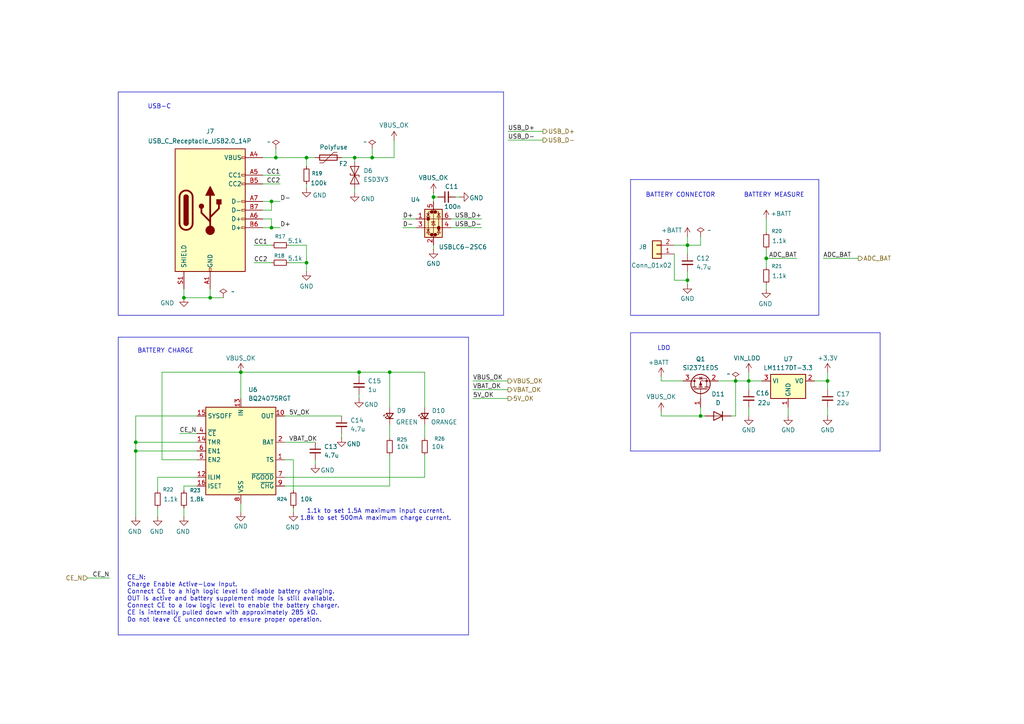
<source format=kicad_sch>
(kicad_sch
	(version 20250114)
	(generator "eeschema")
	(generator_version "9.0")
	(uuid "e2f918c4-c843-40dc-9452-d19fc9368206")
	(paper "A4")
	(lib_symbols
		(symbol "Battery_Management:BQ24075RGT"
			(exclude_from_sim no)
			(in_bom yes)
			(on_board yes)
			(property "Reference" "U"
				(at -8.89 13.97 0)
				(effects
					(font
						(size 1.27 1.27)
					)
					(justify right)
				)
			)
			(property "Value" "BQ24075RGT"
				(at 16.51 13.97 0)
				(effects
					(font
						(size 1.27 1.27)
					)
					(justify right)
				)
			)
			(property "Footprint" "Package_DFN_QFN:VQFN-16-1EP_3x3mm_P0.5mm_EP1.6x1.6mm"
				(at 7.62 -13.97 0)
				(effects
					(font
						(size 1.27 1.27)
					)
					(justify left)
					(hide yes)
				)
			)
			(property "Datasheet" "http://www.ti.com/lit/ds/symlink/bq24075.pdf"
				(at 7.62 5.08 0)
				(effects
					(font
						(size 1.27 1.27)
					)
					(hide yes)
				)
			)
			(property "Description" "USB-Friendly Li-Ion Battery Charger and Power-Path Management, VQFN-16"
				(at 0 0 0)
				(effects
					(font
						(size 1.27 1.27)
					)
					(hide yes)
				)
			)
			(property "ki_keywords" "USB Charger"
				(at 0 0 0)
				(effects
					(font
						(size 1.27 1.27)
					)
					(hide yes)
				)
			)
			(property "ki_fp_filters" "VQFN*1EP*3x3mm*P0.5mm*"
				(at 0 0 0)
				(effects
					(font
						(size 1.27 1.27)
					)
					(hide yes)
				)
			)
			(symbol "BQ24075RGT_0_1"
				(rectangle
					(start -10.16 12.7)
					(end 10.16 -12.7)
					(stroke
						(width 0.254)
						(type default)
					)
					(fill
						(type background)
					)
				)
			)
			(symbol "BQ24075RGT_1_1"
				(pin input line
					(at -12.7 10.16 0)
					(length 2.54)
					(name "SYSOFF"
						(effects
							(font
								(size 1.27 1.27)
							)
						)
					)
					(number "15"
						(effects
							(font
								(size 1.27 1.27)
							)
						)
					)
				)
				(pin input line
					(at -12.7 5.08 0)
					(length 2.54)
					(name "~{CE}"
						(effects
							(font
								(size 1.27 1.27)
							)
						)
					)
					(number "4"
						(effects
							(font
								(size 1.27 1.27)
							)
						)
					)
				)
				(pin input line
					(at -12.7 2.54 0)
					(length 2.54)
					(name "TMR"
						(effects
							(font
								(size 1.27 1.27)
							)
						)
					)
					(number "14"
						(effects
							(font
								(size 1.27 1.27)
							)
						)
					)
				)
				(pin input line
					(at -12.7 0 0)
					(length 2.54)
					(name "EN1"
						(effects
							(font
								(size 1.27 1.27)
							)
						)
					)
					(number "6"
						(effects
							(font
								(size 1.27 1.27)
							)
						)
					)
				)
				(pin input line
					(at -12.7 -2.54 0)
					(length 2.54)
					(name "EN2"
						(effects
							(font
								(size 1.27 1.27)
							)
						)
					)
					(number "5"
						(effects
							(font
								(size 1.27 1.27)
							)
						)
					)
				)
				(pin passive line
					(at -12.7 -7.62 0)
					(length 2.54)
					(name "ILIM"
						(effects
							(font
								(size 1.27 1.27)
							)
						)
					)
					(number "12"
						(effects
							(font
								(size 1.27 1.27)
							)
						)
					)
				)
				(pin passive line
					(at -12.7 -10.16 0)
					(length 2.54)
					(name "ISET"
						(effects
							(font
								(size 1.27 1.27)
							)
						)
					)
					(number "16"
						(effects
							(font
								(size 1.27 1.27)
							)
						)
					)
				)
				(pin power_in line
					(at 0 15.24 270)
					(length 2.54)
					(name "IN"
						(effects
							(font
								(size 1.27 1.27)
							)
						)
					)
					(number "13"
						(effects
							(font
								(size 1.27 1.27)
							)
						)
					)
				)
				(pin passive line
					(at 0 -15.24 90)
					(length 2.54)
					(hide yes)
					(name "VSS"
						(effects
							(font
								(size 1.27 1.27)
							)
						)
					)
					(number "17"
						(effects
							(font
								(size 1.27 1.27)
							)
						)
					)
				)
				(pin power_in line
					(at 0 -15.24 90)
					(length 2.54)
					(name "VSS"
						(effects
							(font
								(size 1.27 1.27)
							)
						)
					)
					(number "8"
						(effects
							(font
								(size 1.27 1.27)
							)
						)
					)
				)
				(pin power_out line
					(at 12.7 10.16 180)
					(length 2.54)
					(name "OUT"
						(effects
							(font
								(size 1.27 1.27)
							)
						)
					)
					(number "10"
						(effects
							(font
								(size 1.27 1.27)
							)
						)
					)
				)
				(pin passive line
					(at 12.7 10.16 180)
					(length 2.54)
					(hide yes)
					(name "OUT"
						(effects
							(font
								(size 1.27 1.27)
							)
						)
					)
					(number "11"
						(effects
							(font
								(size 1.27 1.27)
							)
						)
					)
				)
				(pin power_out line
					(at 12.7 2.54 180)
					(length 2.54)
					(name "BAT"
						(effects
							(font
								(size 1.27 1.27)
							)
						)
					)
					(number "2"
						(effects
							(font
								(size 1.27 1.27)
							)
						)
					)
				)
				(pin passive line
					(at 12.7 2.54 180)
					(length 2.54)
					(hide yes)
					(name "BAT"
						(effects
							(font
								(size 1.27 1.27)
							)
						)
					)
					(number "3"
						(effects
							(font
								(size 1.27 1.27)
							)
						)
					)
				)
				(pin passive line
					(at 12.7 -2.54 180)
					(length 2.54)
					(name "TS"
						(effects
							(font
								(size 1.27 1.27)
							)
						)
					)
					(number "1"
						(effects
							(font
								(size 1.27 1.27)
							)
						)
					)
				)
				(pin open_collector line
					(at 12.7 -7.62 180)
					(length 2.54)
					(name "~{PGOOD}"
						(effects
							(font
								(size 1.27 1.27)
							)
						)
					)
					(number "7"
						(effects
							(font
								(size 1.27 1.27)
							)
						)
					)
				)
				(pin open_collector line
					(at 12.7 -10.16 180)
					(length 2.54)
					(name "~{CHG}"
						(effects
							(font
								(size 1.27 1.27)
							)
						)
					)
					(number "9"
						(effects
							(font
								(size 1.27 1.27)
							)
						)
					)
				)
			)
			(embedded_fonts no)
		)
		(symbol "Connector:USB_C_Receptacle_USB2.0_14P"
			(pin_names
				(offset 1.016)
			)
			(exclude_from_sim no)
			(in_bom yes)
			(on_board yes)
			(property "Reference" "J"
				(at 0 22.225 0)
				(effects
					(font
						(size 1.27 1.27)
					)
				)
			)
			(property "Value" "USB_C_Receptacle_USB2.0_14P"
				(at 0 19.685 0)
				(effects
					(font
						(size 1.27 1.27)
					)
				)
			)
			(property "Footprint" ""
				(at 3.81 0 0)
				(effects
					(font
						(size 1.27 1.27)
					)
					(hide yes)
				)
			)
			(property "Datasheet" "https://www.usb.org/sites/default/files/documents/usb_type-c.zip"
				(at 3.81 0 0)
				(effects
					(font
						(size 1.27 1.27)
					)
					(hide yes)
				)
			)
			(property "Description" "USB 2.0-only 14P Type-C Receptacle connector"
				(at 0 0 0)
				(effects
					(font
						(size 1.27 1.27)
					)
					(hide yes)
				)
			)
			(property "ki_keywords" "usb universal serial bus type-C USB2.0"
				(at 0 0 0)
				(effects
					(font
						(size 1.27 1.27)
					)
					(hide yes)
				)
			)
			(property "ki_fp_filters" "USB*C*Receptacle*"
				(at 0 0 0)
				(effects
					(font
						(size 1.27 1.27)
					)
					(hide yes)
				)
			)
			(symbol "USB_C_Receptacle_USB2.0_14P_0_0"
				(rectangle
					(start -0.254 -17.78)
					(end 0.254 -16.764)
					(stroke
						(width 0)
						(type default)
					)
					(fill
						(type none)
					)
				)
				(rectangle
					(start 10.16 15.494)
					(end 9.144 14.986)
					(stroke
						(width 0)
						(type default)
					)
					(fill
						(type none)
					)
				)
				(rectangle
					(start 10.16 10.414)
					(end 9.144 9.906)
					(stroke
						(width 0)
						(type default)
					)
					(fill
						(type none)
					)
				)
				(rectangle
					(start 10.16 7.874)
					(end 9.144 7.366)
					(stroke
						(width 0)
						(type default)
					)
					(fill
						(type none)
					)
				)
				(rectangle
					(start 10.16 2.794)
					(end 9.144 2.286)
					(stroke
						(width 0)
						(type default)
					)
					(fill
						(type none)
					)
				)
				(rectangle
					(start 10.16 0.254)
					(end 9.144 -0.254)
					(stroke
						(width 0)
						(type default)
					)
					(fill
						(type none)
					)
				)
				(rectangle
					(start 10.16 -2.286)
					(end 9.144 -2.794)
					(stroke
						(width 0)
						(type default)
					)
					(fill
						(type none)
					)
				)
				(rectangle
					(start 10.16 -4.826)
					(end 9.144 -5.334)
					(stroke
						(width 0)
						(type default)
					)
					(fill
						(type none)
					)
				)
			)
			(symbol "USB_C_Receptacle_USB2.0_14P_0_1"
				(rectangle
					(start -10.16 17.78)
					(end 10.16 -17.78)
					(stroke
						(width 0.254)
						(type default)
					)
					(fill
						(type background)
					)
				)
				(polyline
					(pts
						(xy -8.89 -3.81) (xy -8.89 3.81)
					)
					(stroke
						(width 0.508)
						(type default)
					)
					(fill
						(type none)
					)
				)
				(rectangle
					(start -7.62 -3.81)
					(end -6.35 3.81)
					(stroke
						(width 0.254)
						(type default)
					)
					(fill
						(type outline)
					)
				)
				(arc
					(start -7.62 3.81)
					(mid -6.985 4.4423)
					(end -6.35 3.81)
					(stroke
						(width 0.254)
						(type default)
					)
					(fill
						(type none)
					)
				)
				(arc
					(start -7.62 3.81)
					(mid -6.985 4.4423)
					(end -6.35 3.81)
					(stroke
						(width 0.254)
						(type default)
					)
					(fill
						(type outline)
					)
				)
				(arc
					(start -8.89 3.81)
					(mid -6.985 5.7067)
					(end -5.08 3.81)
					(stroke
						(width 0.508)
						(type default)
					)
					(fill
						(type none)
					)
				)
				(arc
					(start -5.08 -3.81)
					(mid -6.985 -5.7067)
					(end -8.89 -3.81)
					(stroke
						(width 0.508)
						(type default)
					)
					(fill
						(type none)
					)
				)
				(arc
					(start -6.35 -3.81)
					(mid -6.985 -4.4423)
					(end -7.62 -3.81)
					(stroke
						(width 0.254)
						(type default)
					)
					(fill
						(type none)
					)
				)
				(arc
					(start -6.35 -3.81)
					(mid -6.985 -4.4423)
					(end -7.62 -3.81)
					(stroke
						(width 0.254)
						(type default)
					)
					(fill
						(type outline)
					)
				)
				(polyline
					(pts
						(xy -5.08 3.81) (xy -5.08 -3.81)
					)
					(stroke
						(width 0.508)
						(type default)
					)
					(fill
						(type none)
					)
				)
				(circle
					(center -2.54 1.143)
					(radius 0.635)
					(stroke
						(width 0.254)
						(type default)
					)
					(fill
						(type outline)
					)
				)
				(polyline
					(pts
						(xy -1.27 4.318) (xy 0 6.858) (xy 1.27 4.318) (xy -1.27 4.318)
					)
					(stroke
						(width 0.254)
						(type default)
					)
					(fill
						(type outline)
					)
				)
				(polyline
					(pts
						(xy 0 -2.032) (xy 2.54 0.508) (xy 2.54 1.778)
					)
					(stroke
						(width 0.508)
						(type default)
					)
					(fill
						(type none)
					)
				)
				(polyline
					(pts
						(xy 0 -3.302) (xy -2.54 -0.762) (xy -2.54 0.508)
					)
					(stroke
						(width 0.508)
						(type default)
					)
					(fill
						(type none)
					)
				)
				(polyline
					(pts
						(xy 0 -5.842) (xy 0 4.318)
					)
					(stroke
						(width 0.508)
						(type default)
					)
					(fill
						(type none)
					)
				)
				(circle
					(center 0 -5.842)
					(radius 1.27)
					(stroke
						(width 0)
						(type default)
					)
					(fill
						(type outline)
					)
				)
				(rectangle
					(start 1.905 1.778)
					(end 3.175 3.048)
					(stroke
						(width 0.254)
						(type default)
					)
					(fill
						(type outline)
					)
				)
			)
			(symbol "USB_C_Receptacle_USB2.0_14P_1_1"
				(pin passive line
					(at -7.62 -22.86 90)
					(length 5.08)
					(name "SHIELD"
						(effects
							(font
								(size 1.27 1.27)
							)
						)
					)
					(number "S1"
						(effects
							(font
								(size 1.27 1.27)
							)
						)
					)
				)
				(pin passive line
					(at 0 -22.86 90)
					(length 5.08)
					(name "GND"
						(effects
							(font
								(size 1.27 1.27)
							)
						)
					)
					(number "A1"
						(effects
							(font
								(size 1.27 1.27)
							)
						)
					)
				)
				(pin passive line
					(at 0 -22.86 90)
					(length 5.08)
					(hide yes)
					(name "GND"
						(effects
							(font
								(size 1.27 1.27)
							)
						)
					)
					(number "A12"
						(effects
							(font
								(size 1.27 1.27)
							)
						)
					)
				)
				(pin passive line
					(at 0 -22.86 90)
					(length 5.08)
					(hide yes)
					(name "GND"
						(effects
							(font
								(size 1.27 1.27)
							)
						)
					)
					(number "B1"
						(effects
							(font
								(size 1.27 1.27)
							)
						)
					)
				)
				(pin passive line
					(at 0 -22.86 90)
					(length 5.08)
					(hide yes)
					(name "GND"
						(effects
							(font
								(size 1.27 1.27)
							)
						)
					)
					(number "B12"
						(effects
							(font
								(size 1.27 1.27)
							)
						)
					)
				)
				(pin passive line
					(at 15.24 15.24 180)
					(length 5.08)
					(name "VBUS"
						(effects
							(font
								(size 1.27 1.27)
							)
						)
					)
					(number "A4"
						(effects
							(font
								(size 1.27 1.27)
							)
						)
					)
				)
				(pin passive line
					(at 15.24 15.24 180)
					(length 5.08)
					(hide yes)
					(name "VBUS"
						(effects
							(font
								(size 1.27 1.27)
							)
						)
					)
					(number "A9"
						(effects
							(font
								(size 1.27 1.27)
							)
						)
					)
				)
				(pin passive line
					(at 15.24 15.24 180)
					(length 5.08)
					(hide yes)
					(name "VBUS"
						(effects
							(font
								(size 1.27 1.27)
							)
						)
					)
					(number "B4"
						(effects
							(font
								(size 1.27 1.27)
							)
						)
					)
				)
				(pin passive line
					(at 15.24 15.24 180)
					(length 5.08)
					(hide yes)
					(name "VBUS"
						(effects
							(font
								(size 1.27 1.27)
							)
						)
					)
					(number "B9"
						(effects
							(font
								(size 1.27 1.27)
							)
						)
					)
				)
				(pin bidirectional line
					(at 15.24 10.16 180)
					(length 5.08)
					(name "CC1"
						(effects
							(font
								(size 1.27 1.27)
							)
						)
					)
					(number "A5"
						(effects
							(font
								(size 1.27 1.27)
							)
						)
					)
				)
				(pin bidirectional line
					(at 15.24 7.62 180)
					(length 5.08)
					(name "CC2"
						(effects
							(font
								(size 1.27 1.27)
							)
						)
					)
					(number "B5"
						(effects
							(font
								(size 1.27 1.27)
							)
						)
					)
				)
				(pin bidirectional line
					(at 15.24 2.54 180)
					(length 5.08)
					(name "D-"
						(effects
							(font
								(size 1.27 1.27)
							)
						)
					)
					(number "A7"
						(effects
							(font
								(size 1.27 1.27)
							)
						)
					)
				)
				(pin bidirectional line
					(at 15.24 0 180)
					(length 5.08)
					(name "D-"
						(effects
							(font
								(size 1.27 1.27)
							)
						)
					)
					(number "B7"
						(effects
							(font
								(size 1.27 1.27)
							)
						)
					)
				)
				(pin bidirectional line
					(at 15.24 -2.54 180)
					(length 5.08)
					(name "D+"
						(effects
							(font
								(size 1.27 1.27)
							)
						)
					)
					(number "A6"
						(effects
							(font
								(size 1.27 1.27)
							)
						)
					)
				)
				(pin bidirectional line
					(at 15.24 -5.08 180)
					(length 5.08)
					(name "D+"
						(effects
							(font
								(size 1.27 1.27)
							)
						)
					)
					(number "B6"
						(effects
							(font
								(size 1.27 1.27)
							)
						)
					)
				)
			)
			(embedded_fonts no)
		)
		(symbol "Connector_Generic:Conn_01x02"
			(pin_names
				(offset 1.016)
				(hide yes)
			)
			(exclude_from_sim no)
			(in_bom yes)
			(on_board yes)
			(property "Reference" "J"
				(at 0 2.54 0)
				(effects
					(font
						(size 1.27 1.27)
					)
				)
			)
			(property "Value" "Conn_01x02"
				(at 0 -5.08 0)
				(effects
					(font
						(size 1.27 1.27)
					)
				)
			)
			(property "Footprint" ""
				(at 0 0 0)
				(effects
					(font
						(size 1.27 1.27)
					)
					(hide yes)
				)
			)
			(property "Datasheet" "~"
				(at 0 0 0)
				(effects
					(font
						(size 1.27 1.27)
					)
					(hide yes)
				)
			)
			(property "Description" "Generic connector, single row, 01x02, script generated (kicad-library-utils/schlib/autogen/connector/)"
				(at 0 0 0)
				(effects
					(font
						(size 1.27 1.27)
					)
					(hide yes)
				)
			)
			(property "ki_keywords" "connector"
				(at 0 0 0)
				(effects
					(font
						(size 1.27 1.27)
					)
					(hide yes)
				)
			)
			(property "ki_fp_filters" "Connector*:*_1x??_*"
				(at 0 0 0)
				(effects
					(font
						(size 1.27 1.27)
					)
					(hide yes)
				)
			)
			(symbol "Conn_01x02_1_1"
				(rectangle
					(start -1.27 1.27)
					(end 1.27 -3.81)
					(stroke
						(width 0.254)
						(type default)
					)
					(fill
						(type background)
					)
				)
				(rectangle
					(start -1.27 0.127)
					(end 0 -0.127)
					(stroke
						(width 0.1524)
						(type default)
					)
					(fill
						(type none)
					)
				)
				(rectangle
					(start -1.27 -2.413)
					(end 0 -2.667)
					(stroke
						(width 0.1524)
						(type default)
					)
					(fill
						(type none)
					)
				)
				(pin passive line
					(at -5.08 0 0)
					(length 3.81)
					(name "Pin_1"
						(effects
							(font
								(size 1.27 1.27)
							)
						)
					)
					(number "1"
						(effects
							(font
								(size 1.27 1.27)
							)
						)
					)
				)
				(pin passive line
					(at -5.08 -2.54 0)
					(length 3.81)
					(name "Pin_2"
						(effects
							(font
								(size 1.27 1.27)
							)
						)
					)
					(number "2"
						(effects
							(font
								(size 1.27 1.27)
							)
						)
					)
				)
			)
			(embedded_fonts no)
		)
		(symbol "Device:C_Small"
			(pin_numbers
				(hide yes)
			)
			(pin_names
				(offset 0.254)
				(hide yes)
			)
			(exclude_from_sim no)
			(in_bom yes)
			(on_board yes)
			(property "Reference" "C"
				(at 0.254 1.778 0)
				(effects
					(font
						(size 1.27 1.27)
					)
					(justify left)
				)
			)
			(property "Value" "C_Small"
				(at 0.254 -2.032 0)
				(effects
					(font
						(size 1.27 1.27)
					)
					(justify left)
				)
			)
			(property "Footprint" ""
				(at 0 0 0)
				(effects
					(font
						(size 1.27 1.27)
					)
					(hide yes)
				)
			)
			(property "Datasheet" "~"
				(at 0 0 0)
				(effects
					(font
						(size 1.27 1.27)
					)
					(hide yes)
				)
			)
			(property "Description" "Unpolarized capacitor, small symbol"
				(at 0 0 0)
				(effects
					(font
						(size 1.27 1.27)
					)
					(hide yes)
				)
			)
			(property "ki_keywords" "capacitor cap"
				(at 0 0 0)
				(effects
					(font
						(size 1.27 1.27)
					)
					(hide yes)
				)
			)
			(property "ki_fp_filters" "C_*"
				(at 0 0 0)
				(effects
					(font
						(size 1.27 1.27)
					)
					(hide yes)
				)
			)
			(symbol "C_Small_0_1"
				(polyline
					(pts
						(xy -1.524 0.508) (xy 1.524 0.508)
					)
					(stroke
						(width 0.3048)
						(type default)
					)
					(fill
						(type none)
					)
				)
				(polyline
					(pts
						(xy -1.524 -0.508) (xy 1.524 -0.508)
					)
					(stroke
						(width 0.3302)
						(type default)
					)
					(fill
						(type none)
					)
				)
			)
			(symbol "C_Small_1_1"
				(pin passive line
					(at 0 2.54 270)
					(length 2.032)
					(name "~"
						(effects
							(font
								(size 1.27 1.27)
							)
						)
					)
					(number "1"
						(effects
							(font
								(size 1.27 1.27)
							)
						)
					)
				)
				(pin passive line
					(at 0 -2.54 90)
					(length 2.032)
					(name "~"
						(effects
							(font
								(size 1.27 1.27)
							)
						)
					)
					(number "2"
						(effects
							(font
								(size 1.27 1.27)
							)
						)
					)
				)
			)
			(embedded_fonts no)
		)
		(symbol "Device:D"
			(pin_numbers
				(hide yes)
			)
			(pin_names
				(offset 1.016)
				(hide yes)
			)
			(exclude_from_sim no)
			(in_bom yes)
			(on_board yes)
			(property "Reference" "D"
				(at 0 2.54 0)
				(effects
					(font
						(size 1.27 1.27)
					)
				)
			)
			(property "Value" "D"
				(at 0 -2.54 0)
				(effects
					(font
						(size 1.27 1.27)
					)
				)
			)
			(property "Footprint" ""
				(at 0 0 0)
				(effects
					(font
						(size 1.27 1.27)
					)
					(hide yes)
				)
			)
			(property "Datasheet" "~"
				(at 0 0 0)
				(effects
					(font
						(size 1.27 1.27)
					)
					(hide yes)
				)
			)
			(property "Description" "Diode"
				(at 0 0 0)
				(effects
					(font
						(size 1.27 1.27)
					)
					(hide yes)
				)
			)
			(property "Sim.Device" "D"
				(at 0 0 0)
				(effects
					(font
						(size 1.27 1.27)
					)
					(hide yes)
				)
			)
			(property "Sim.Pins" "1=K 2=A"
				(at 0 0 0)
				(effects
					(font
						(size 1.27 1.27)
					)
					(hide yes)
				)
			)
			(property "ki_keywords" "diode"
				(at 0 0 0)
				(effects
					(font
						(size 1.27 1.27)
					)
					(hide yes)
				)
			)
			(property "ki_fp_filters" "TO-???* *_Diode_* *SingleDiode* D_*"
				(at 0 0 0)
				(effects
					(font
						(size 1.27 1.27)
					)
					(hide yes)
				)
			)
			(symbol "D_0_1"
				(polyline
					(pts
						(xy -1.27 1.27) (xy -1.27 -1.27)
					)
					(stroke
						(width 0.254)
						(type default)
					)
					(fill
						(type none)
					)
				)
				(polyline
					(pts
						(xy 1.27 1.27) (xy 1.27 -1.27) (xy -1.27 0) (xy 1.27 1.27)
					)
					(stroke
						(width 0.254)
						(type default)
					)
					(fill
						(type none)
					)
				)
				(polyline
					(pts
						(xy 1.27 0) (xy -1.27 0)
					)
					(stroke
						(width 0)
						(type default)
					)
					(fill
						(type none)
					)
				)
			)
			(symbol "D_1_1"
				(pin passive line
					(at -3.81 0 0)
					(length 2.54)
					(name "K"
						(effects
							(font
								(size 1.27 1.27)
							)
						)
					)
					(number "1"
						(effects
							(font
								(size 1.27 1.27)
							)
						)
					)
				)
				(pin passive line
					(at 3.81 0 180)
					(length 2.54)
					(name "A"
						(effects
							(font
								(size 1.27 1.27)
							)
						)
					)
					(number "2"
						(effects
							(font
								(size 1.27 1.27)
							)
						)
					)
				)
			)
			(embedded_fonts no)
		)
		(symbol "Device:LED_Small"
			(pin_numbers
				(hide yes)
			)
			(pin_names
				(offset 0.254)
				(hide yes)
			)
			(exclude_from_sim no)
			(in_bom yes)
			(on_board yes)
			(property "Reference" "D"
				(at -1.27 3.175 0)
				(effects
					(font
						(size 1.27 1.27)
					)
					(justify left)
				)
			)
			(property "Value" "LED_Small"
				(at -4.445 -2.54 0)
				(effects
					(font
						(size 1.27 1.27)
					)
					(justify left)
				)
			)
			(property "Footprint" ""
				(at 0 0 90)
				(effects
					(font
						(size 1.27 1.27)
					)
					(hide yes)
				)
			)
			(property "Datasheet" "~"
				(at 0 0 90)
				(effects
					(font
						(size 1.27 1.27)
					)
					(hide yes)
				)
			)
			(property "Description" "Light emitting diode, small symbol"
				(at 0 0 0)
				(effects
					(font
						(size 1.27 1.27)
					)
					(hide yes)
				)
			)
			(property "Sim.Pin" "1=K 2=A"
				(at 0 0 0)
				(effects
					(font
						(size 1.27 1.27)
					)
					(hide yes)
				)
			)
			(property "ki_keywords" "LED diode light-emitting-diode"
				(at 0 0 0)
				(effects
					(font
						(size 1.27 1.27)
					)
					(hide yes)
				)
			)
			(property "ki_fp_filters" "LED* LED_SMD:* LED_THT:*"
				(at 0 0 0)
				(effects
					(font
						(size 1.27 1.27)
					)
					(hide yes)
				)
			)
			(symbol "LED_Small_0_1"
				(polyline
					(pts
						(xy -0.762 -1.016) (xy -0.762 1.016)
					)
					(stroke
						(width 0.254)
						(type default)
					)
					(fill
						(type none)
					)
				)
				(polyline
					(pts
						(xy 0 0.762) (xy -0.508 1.27) (xy -0.254 1.27) (xy -0.508 1.27) (xy -0.508 1.016)
					)
					(stroke
						(width 0)
						(type default)
					)
					(fill
						(type none)
					)
				)
				(polyline
					(pts
						(xy 0.508 1.27) (xy 0 1.778) (xy 0.254 1.778) (xy 0 1.778) (xy 0 1.524)
					)
					(stroke
						(width 0)
						(type default)
					)
					(fill
						(type none)
					)
				)
				(polyline
					(pts
						(xy 0.762 -1.016) (xy -0.762 0) (xy 0.762 1.016) (xy 0.762 -1.016)
					)
					(stroke
						(width 0.254)
						(type default)
					)
					(fill
						(type none)
					)
				)
				(polyline
					(pts
						(xy 1.016 0) (xy -0.762 0)
					)
					(stroke
						(width 0)
						(type default)
					)
					(fill
						(type none)
					)
				)
			)
			(symbol "LED_Small_1_1"
				(pin passive line
					(at -2.54 0 0)
					(length 1.778)
					(name "K"
						(effects
							(font
								(size 1.27 1.27)
							)
						)
					)
					(number "1"
						(effects
							(font
								(size 1.27 1.27)
							)
						)
					)
				)
				(pin passive line
					(at 2.54 0 180)
					(length 1.778)
					(name "A"
						(effects
							(font
								(size 1.27 1.27)
							)
						)
					)
					(number "2"
						(effects
							(font
								(size 1.27 1.27)
							)
						)
					)
				)
			)
			(embedded_fonts no)
		)
		(symbol "Device:Polyfuse"
			(pin_numbers
				(hide yes)
			)
			(pin_names
				(offset 0)
			)
			(exclude_from_sim no)
			(in_bom yes)
			(on_board yes)
			(property "Reference" "F"
				(at -2.54 0 90)
				(effects
					(font
						(size 1.27 1.27)
					)
				)
			)
			(property "Value" "Polyfuse"
				(at 2.54 0 90)
				(effects
					(font
						(size 1.27 1.27)
					)
				)
			)
			(property "Footprint" ""
				(at 1.27 -5.08 0)
				(effects
					(font
						(size 1.27 1.27)
					)
					(justify left)
					(hide yes)
				)
			)
			(property "Datasheet" "~"
				(at 0 0 0)
				(effects
					(font
						(size 1.27 1.27)
					)
					(hide yes)
				)
			)
			(property "Description" "Resettable fuse, polymeric positive temperature coefficient"
				(at 0 0 0)
				(effects
					(font
						(size 1.27 1.27)
					)
					(hide yes)
				)
			)
			(property "ki_keywords" "resettable fuse PTC PPTC polyfuse polyswitch"
				(at 0 0 0)
				(effects
					(font
						(size 1.27 1.27)
					)
					(hide yes)
				)
			)
			(property "ki_fp_filters" "*polyfuse* *PTC*"
				(at 0 0 0)
				(effects
					(font
						(size 1.27 1.27)
					)
					(hide yes)
				)
			)
			(symbol "Polyfuse_0_1"
				(polyline
					(pts
						(xy -1.524 2.54) (xy -1.524 1.524) (xy 1.524 -1.524) (xy 1.524 -2.54)
					)
					(stroke
						(width 0)
						(type default)
					)
					(fill
						(type none)
					)
				)
				(rectangle
					(start -0.762 2.54)
					(end 0.762 -2.54)
					(stroke
						(width 0.254)
						(type default)
					)
					(fill
						(type none)
					)
				)
				(polyline
					(pts
						(xy 0 2.54) (xy 0 -2.54)
					)
					(stroke
						(width 0)
						(type default)
					)
					(fill
						(type none)
					)
				)
			)
			(symbol "Polyfuse_1_1"
				(pin passive line
					(at 0 3.81 270)
					(length 1.27)
					(name "~"
						(effects
							(font
								(size 1.27 1.27)
							)
						)
					)
					(number "1"
						(effects
							(font
								(size 1.27 1.27)
							)
						)
					)
				)
				(pin passive line
					(at 0 -3.81 90)
					(length 1.27)
					(name "~"
						(effects
							(font
								(size 1.27 1.27)
							)
						)
					)
					(number "2"
						(effects
							(font
								(size 1.27 1.27)
							)
						)
					)
				)
			)
			(embedded_fonts no)
		)
		(symbol "Device:R_Small"
			(pin_numbers
				(hide yes)
			)
			(pin_names
				(offset 0.254)
				(hide yes)
			)
			(exclude_from_sim no)
			(in_bom yes)
			(on_board yes)
			(property "Reference" "R"
				(at 0 0 90)
				(effects
					(font
						(size 1.016 1.016)
					)
				)
			)
			(property "Value" "R_Small"
				(at 1.778 0 90)
				(effects
					(font
						(size 1.27 1.27)
					)
				)
			)
			(property "Footprint" ""
				(at 0 0 0)
				(effects
					(font
						(size 1.27 1.27)
					)
					(hide yes)
				)
			)
			(property "Datasheet" "~"
				(at 0 0 0)
				(effects
					(font
						(size 1.27 1.27)
					)
					(hide yes)
				)
			)
			(property "Description" "Resistor, small symbol"
				(at 0 0 0)
				(effects
					(font
						(size 1.27 1.27)
					)
					(hide yes)
				)
			)
			(property "ki_keywords" "R resistor"
				(at 0 0 0)
				(effects
					(font
						(size 1.27 1.27)
					)
					(hide yes)
				)
			)
			(property "ki_fp_filters" "R_*"
				(at 0 0 0)
				(effects
					(font
						(size 1.27 1.27)
					)
					(hide yes)
				)
			)
			(symbol "R_Small_0_1"
				(rectangle
					(start -0.762 1.778)
					(end 0.762 -1.778)
					(stroke
						(width 0.2032)
						(type default)
					)
					(fill
						(type none)
					)
				)
			)
			(symbol "R_Small_1_1"
				(pin passive line
					(at 0 2.54 270)
					(length 0.762)
					(name "~"
						(effects
							(font
								(size 1.27 1.27)
							)
						)
					)
					(number "1"
						(effects
							(font
								(size 1.27 1.27)
							)
						)
					)
				)
				(pin passive line
					(at 0 -2.54 90)
					(length 0.762)
					(name "~"
						(effects
							(font
								(size 1.27 1.27)
							)
						)
					)
					(number "2"
						(effects
							(font
								(size 1.27 1.27)
							)
						)
					)
				)
			)
			(embedded_fonts no)
		)
		(symbol "Diode:ESD9B3.3ST5G"
			(pin_numbers
				(hide yes)
			)
			(pin_names
				(offset 1.016)
				(hide yes)
			)
			(exclude_from_sim no)
			(in_bom yes)
			(on_board yes)
			(property "Reference" "D"
				(at 0 2.54 0)
				(effects
					(font
						(size 1.27 1.27)
					)
				)
			)
			(property "Value" "ESD9B3.3ST5G"
				(at 0 -2.54 0)
				(effects
					(font
						(size 1.27 1.27)
					)
				)
			)
			(property "Footprint" "Diode_SMD:D_SOD-923"
				(at 0 0 0)
				(effects
					(font
						(size 1.27 1.27)
					)
					(hide yes)
				)
			)
			(property "Datasheet" "https://www.onsemi.com/pub/Collateral/ESD9B-D.PDF"
				(at 0 0 0)
				(effects
					(font
						(size 1.27 1.27)
					)
					(hide yes)
				)
			)
			(property "Description" "ESD protection diode, 3.3Vrwm, SOD-923"
				(at 0 0 0)
				(effects
					(font
						(size 1.27 1.27)
					)
					(hide yes)
				)
			)
			(property "ki_keywords" "diode TVS ESD"
				(at 0 0 0)
				(effects
					(font
						(size 1.27 1.27)
					)
					(hide yes)
				)
			)
			(property "ki_fp_filters" "D*SOD?923*"
				(at 0 0 0)
				(effects
					(font
						(size 1.27 1.27)
					)
					(hide yes)
				)
			)
			(symbol "ESD9B3.3ST5G_0_1"
				(polyline
					(pts
						(xy -2.54 -1.27) (xy 0 0) (xy -2.54 1.27) (xy -2.54 -1.27)
					)
					(stroke
						(width 0.2032)
						(type default)
					)
					(fill
						(type none)
					)
				)
				(polyline
					(pts
						(xy 0.508 1.27) (xy 0 1.27) (xy 0 -1.27) (xy -0.508 -1.27)
					)
					(stroke
						(width 0.2032)
						(type default)
					)
					(fill
						(type none)
					)
				)
				(polyline
					(pts
						(xy 1.27 0) (xy -1.27 0)
					)
					(stroke
						(width 0)
						(type default)
					)
					(fill
						(type none)
					)
				)
				(polyline
					(pts
						(xy 2.54 1.27) (xy 2.54 -1.27) (xy 0 0) (xy 2.54 1.27)
					)
					(stroke
						(width 0.2032)
						(type default)
					)
					(fill
						(type none)
					)
				)
			)
			(symbol "ESD9B3.3ST5G_1_1"
				(pin passive line
					(at -3.81 0 0)
					(length 2.54)
					(name "A1"
						(effects
							(font
								(size 1.27 1.27)
							)
						)
					)
					(number "1"
						(effects
							(font
								(size 1.27 1.27)
							)
						)
					)
				)
				(pin passive line
					(at 3.81 0 180)
					(length 2.54)
					(name "A2"
						(effects
							(font
								(size 1.27 1.27)
							)
						)
					)
					(number "2"
						(effects
							(font
								(size 1.27 1.27)
							)
						)
					)
				)
			)
			(embedded_fonts no)
		)
		(symbol "Power_Protection:USBLC6-2SC6"
			(pin_names
				(hide yes)
			)
			(exclude_from_sim no)
			(in_bom yes)
			(on_board yes)
			(property "Reference" "U"
				(at 0.635 5.715 0)
				(effects
					(font
						(size 1.27 1.27)
					)
					(justify left)
				)
			)
			(property "Value" "USBLC6-2SC6"
				(at 0.635 3.81 0)
				(effects
					(font
						(size 1.27 1.27)
					)
					(justify left)
				)
			)
			(property "Footprint" "Package_TO_SOT_SMD:SOT-23-6"
				(at 1.27 -6.35 0)
				(effects
					(font
						(size 1.27 1.27)
						(italic yes)
					)
					(justify left)
					(hide yes)
				)
			)
			(property "Datasheet" "https://www.st.com/resource/en/datasheet/usblc6-2.pdf"
				(at 1.27 -8.255 0)
				(effects
					(font
						(size 1.27 1.27)
					)
					(justify left)
					(hide yes)
				)
			)
			(property "Description" "Very low capacitance ESD protection diode, 2 data-line, SOT-23-6"
				(at 0 0 0)
				(effects
					(font
						(size 1.27 1.27)
					)
					(hide yes)
				)
			)
			(property "ki_keywords" "usb ethernet video"
				(at 0 0 0)
				(effects
					(font
						(size 1.27 1.27)
					)
					(hide yes)
				)
			)
			(property "ki_fp_filters" "SOT?23*"
				(at 0 0 0)
				(effects
					(font
						(size 1.27 1.27)
					)
					(hide yes)
				)
			)
			(symbol "USBLC6-2SC6_0_0"
				(circle
					(center -1.524 0)
					(radius 0.0001)
					(stroke
						(width 0.508)
						(type default)
					)
					(fill
						(type none)
					)
				)
				(circle
					(center -0.508 2.032)
					(radius 0.0001)
					(stroke
						(width 0.508)
						(type default)
					)
					(fill
						(type none)
					)
				)
				(circle
					(center -0.508 -4.572)
					(radius 0.0001)
					(stroke
						(width 0.508)
						(type default)
					)
					(fill
						(type none)
					)
				)
				(circle
					(center 0.508 2.032)
					(radius 0.0001)
					(stroke
						(width 0.508)
						(type default)
					)
					(fill
						(type none)
					)
				)
				(circle
					(center 0.508 -4.572)
					(radius 0.0001)
					(stroke
						(width 0.508)
						(type default)
					)
					(fill
						(type none)
					)
				)
				(circle
					(center 1.524 -2.54)
					(radius 0.0001)
					(stroke
						(width 0.508)
						(type default)
					)
					(fill
						(type none)
					)
				)
			)
			(symbol "USBLC6-2SC6_0_1"
				(polyline
					(pts
						(xy -2.54 0) (xy 2.54 0)
					)
					(stroke
						(width 0)
						(type default)
					)
					(fill
						(type none)
					)
				)
				(polyline
					(pts
						(xy -2.54 -2.54) (xy 2.54 -2.54)
					)
					(stroke
						(width 0)
						(type default)
					)
					(fill
						(type none)
					)
				)
				(polyline
					(pts
						(xy -2.032 0.508) (xy -1.016 0.508) (xy -1.524 1.524) (xy -2.032 0.508)
					)
					(stroke
						(width 0)
						(type default)
					)
					(fill
						(type none)
					)
				)
				(polyline
					(pts
						(xy -2.032 -3.048) (xy -1.016 -3.048)
					)
					(stroke
						(width 0)
						(type default)
					)
					(fill
						(type none)
					)
				)
				(polyline
					(pts
						(xy -1.016 1.524) (xy -2.032 1.524)
					)
					(stroke
						(width 0)
						(type default)
					)
					(fill
						(type none)
					)
				)
				(polyline
					(pts
						(xy -1.016 -4.064) (xy -2.032 -4.064) (xy -1.524 -3.048) (xy -1.016 -4.064)
					)
					(stroke
						(width 0)
						(type default)
					)
					(fill
						(type none)
					)
				)
				(polyline
					(pts
						(xy -0.508 -1.143) (xy -0.508 -0.762) (xy 0.508 -0.762)
					)
					(stroke
						(width 0)
						(type default)
					)
					(fill
						(type none)
					)
				)
				(polyline
					(pts
						(xy 0 2.54) (xy -0.508 2.032) (xy 0.508 2.032) (xy 0 1.524) (xy 0 -4.064) (xy -0.508 -4.572) (xy 0.508 -4.572)
						(xy 0 -5.08)
					)
					(stroke
						(width 0)
						(type default)
					)
					(fill
						(type none)
					)
				)
				(polyline
					(pts
						(xy 0.508 -1.778) (xy -0.508 -1.778) (xy 0 -0.762) (xy 0.508 -1.778)
					)
					(stroke
						(width 0)
						(type default)
					)
					(fill
						(type none)
					)
				)
				(polyline
					(pts
						(xy 1.016 1.524) (xy 2.032 1.524)
					)
					(stroke
						(width 0)
						(type default)
					)
					(fill
						(type none)
					)
				)
				(polyline
					(pts
						(xy 1.016 -3.048) (xy 2.032 -3.048)
					)
					(stroke
						(width 0)
						(type default)
					)
					(fill
						(type none)
					)
				)
				(polyline
					(pts
						(xy 2.032 0.508) (xy 1.016 0.508) (xy 1.524 1.524) (xy 2.032 0.508)
					)
					(stroke
						(width 0)
						(type default)
					)
					(fill
						(type none)
					)
				)
				(polyline
					(pts
						(xy 2.032 -4.064) (xy 1.016 -4.064) (xy 1.524 -3.048) (xy 2.032 -4.064)
					)
					(stroke
						(width 0)
						(type default)
					)
					(fill
						(type none)
					)
				)
			)
			(symbol "USBLC6-2SC6_1_1"
				(rectangle
					(start -2.54 2.794)
					(end 2.54 -5.334)
					(stroke
						(width 0.254)
						(type default)
					)
					(fill
						(type background)
					)
				)
				(polyline
					(pts
						(xy -0.508 2.032) (xy -1.524 2.032) (xy -1.524 -4.572) (xy -0.508 -4.572)
					)
					(stroke
						(width 0)
						(type default)
					)
					(fill
						(type none)
					)
				)
				(polyline
					(pts
						(xy 0.508 -4.572) (xy 1.524 -4.572) (xy 1.524 2.032) (xy 0.508 2.032)
					)
					(stroke
						(width 0)
						(type default)
					)
					(fill
						(type none)
					)
				)
				(pin passive line
					(at -5.08 0 0)
					(length 2.54)
					(name "I/O1"
						(effects
							(font
								(size 1.27 1.27)
							)
						)
					)
					(number "1"
						(effects
							(font
								(size 1.27 1.27)
							)
						)
					)
				)
				(pin passive line
					(at -5.08 -2.54 0)
					(length 2.54)
					(name "I/O2"
						(effects
							(font
								(size 1.27 1.27)
							)
						)
					)
					(number "3"
						(effects
							(font
								(size 1.27 1.27)
							)
						)
					)
				)
				(pin passive line
					(at 0 5.08 270)
					(length 2.54)
					(name "VBUS"
						(effects
							(font
								(size 1.27 1.27)
							)
						)
					)
					(number "5"
						(effects
							(font
								(size 1.27 1.27)
							)
						)
					)
				)
				(pin passive line
					(at 0 -7.62 90)
					(length 2.54)
					(name "GND"
						(effects
							(font
								(size 1.27 1.27)
							)
						)
					)
					(number "2"
						(effects
							(font
								(size 1.27 1.27)
							)
						)
					)
				)
				(pin passive line
					(at 5.08 0 180)
					(length 2.54)
					(name "I/O1"
						(effects
							(font
								(size 1.27 1.27)
							)
						)
					)
					(number "6"
						(effects
							(font
								(size 1.27 1.27)
							)
						)
					)
				)
				(pin passive line
					(at 5.08 -2.54 180)
					(length 2.54)
					(name "I/O2"
						(effects
							(font
								(size 1.27 1.27)
							)
						)
					)
					(number "4"
						(effects
							(font
								(size 1.27 1.27)
							)
						)
					)
				)
			)
			(embedded_fonts no)
		)
		(symbol "Regulator_Linear:LM1117DT-3.3"
			(exclude_from_sim no)
			(in_bom yes)
			(on_board yes)
			(property "Reference" "U"
				(at -3.81 3.175 0)
				(effects
					(font
						(size 1.27 1.27)
					)
				)
			)
			(property "Value" "LM1117DT-3.3"
				(at 0 3.175 0)
				(effects
					(font
						(size 1.27 1.27)
					)
					(justify left)
				)
			)
			(property "Footprint" "Package_TO_SOT_SMD:TO-252-3_TabPin2"
				(at 0 0 0)
				(effects
					(font
						(size 1.27 1.27)
					)
					(hide yes)
				)
			)
			(property "Datasheet" "http://www.ti.com/lit/ds/symlink/lm1117.pdf"
				(at 0 0 0)
				(effects
					(font
						(size 1.27 1.27)
					)
					(hide yes)
				)
			)
			(property "Description" "800mA Low-Dropout Linear Regulator, 3.3V fixed output, TO-252"
				(at 0 0 0)
				(effects
					(font
						(size 1.27 1.27)
					)
					(hide yes)
				)
			)
			(property "ki_keywords" "linear regulator ldo fixed positive"
				(at 0 0 0)
				(effects
					(font
						(size 1.27 1.27)
					)
					(hide yes)
				)
			)
			(property "ki_fp_filters" "TO?252*"
				(at 0 0 0)
				(effects
					(font
						(size 1.27 1.27)
					)
					(hide yes)
				)
			)
			(symbol "LM1117DT-3.3_0_1"
				(rectangle
					(start -5.08 -5.08)
					(end 5.08 1.905)
					(stroke
						(width 0.254)
						(type default)
					)
					(fill
						(type background)
					)
				)
			)
			(symbol "LM1117DT-3.3_1_1"
				(pin power_in line
					(at -7.62 0 0)
					(length 2.54)
					(name "VI"
						(effects
							(font
								(size 1.27 1.27)
							)
						)
					)
					(number "3"
						(effects
							(font
								(size 1.27 1.27)
							)
						)
					)
				)
				(pin power_in line
					(at 0 -7.62 90)
					(length 2.54)
					(name "GND"
						(effects
							(font
								(size 1.27 1.27)
							)
						)
					)
					(number "1"
						(effects
							(font
								(size 1.27 1.27)
							)
						)
					)
				)
				(pin power_out line
					(at 7.62 0 180)
					(length 2.54)
					(name "VO"
						(effects
							(font
								(size 1.27 1.27)
							)
						)
					)
					(number "2"
						(effects
							(font
								(size 1.27 1.27)
							)
						)
					)
				)
			)
			(embedded_fonts no)
		)
		(symbol "Transistor_FET:Si2371EDS"
			(pin_names
				(hide yes)
			)
			(exclude_from_sim no)
			(in_bom yes)
			(on_board yes)
			(property "Reference" "Q"
				(at 5.08 1.905 0)
				(effects
					(font
						(size 1.27 1.27)
					)
					(justify left)
				)
			)
			(property "Value" "Si2371EDS"
				(at 5.08 0 0)
				(effects
					(font
						(size 1.27 1.27)
					)
					(justify left)
				)
			)
			(property "Footprint" "Package_TO_SOT_SMD:SOT-23"
				(at 5.08 -1.905 0)
				(effects
					(font
						(size 1.27 1.27)
						(italic yes)
					)
					(justify left)
					(hide yes)
				)
			)
			(property "Datasheet" "http://www.vishay.com/docs/63924/si2371eds.pdf"
				(at 5.08 -3.81 0)
				(effects
					(font
						(size 1.27 1.27)
					)
					(justify left)
					(hide yes)
				)
			)
			(property "Description" "-3.6A Id, -30V Vds, P-Channel MOSFET, SOT-23"
				(at 0 0 0)
				(effects
					(font
						(size 1.27 1.27)
					)
					(hide yes)
				)
			)
			(property "ki_keywords" "P-Channel MOSFET"
				(at 0 0 0)
				(effects
					(font
						(size 1.27 1.27)
					)
					(hide yes)
				)
			)
			(property "ki_fp_filters" "SOT?23*"
				(at 0 0 0)
				(effects
					(font
						(size 1.27 1.27)
					)
					(hide yes)
				)
			)
			(symbol "Si2371EDS_0_1"
				(polyline
					(pts
						(xy 0.254 1.905) (xy 0.254 -1.905)
					)
					(stroke
						(width 0.254)
						(type default)
					)
					(fill
						(type none)
					)
				)
				(polyline
					(pts
						(xy 0.254 0) (xy -2.54 0)
					)
					(stroke
						(width 0)
						(type default)
					)
					(fill
						(type none)
					)
				)
				(polyline
					(pts
						(xy 0.762 2.286) (xy 0.762 1.27)
					)
					(stroke
						(width 0.254)
						(type default)
					)
					(fill
						(type none)
					)
				)
				(polyline
					(pts
						(xy 0.762 1.778) (xy 3.302 1.778) (xy 3.302 -1.778) (xy 0.762 -1.778)
					)
					(stroke
						(width 0)
						(type default)
					)
					(fill
						(type none)
					)
				)
				(polyline
					(pts
						(xy 0.762 0.508) (xy 0.762 -0.508)
					)
					(stroke
						(width 0.254)
						(type default)
					)
					(fill
						(type none)
					)
				)
				(polyline
					(pts
						(xy 0.762 -1.27) (xy 0.762 -2.286)
					)
					(stroke
						(width 0.254)
						(type default)
					)
					(fill
						(type none)
					)
				)
				(circle
					(center 1.651 0)
					(radius 2.794)
					(stroke
						(width 0.254)
						(type default)
					)
					(fill
						(type none)
					)
				)
				(polyline
					(pts
						(xy 2.286 0) (xy 1.27 0.381) (xy 1.27 -0.381) (xy 2.286 0)
					)
					(stroke
						(width 0)
						(type default)
					)
					(fill
						(type outline)
					)
				)
				(polyline
					(pts
						(xy 2.54 2.54) (xy 2.54 1.778)
					)
					(stroke
						(width 0)
						(type default)
					)
					(fill
						(type none)
					)
				)
				(circle
					(center 2.54 1.778)
					(radius 0.254)
					(stroke
						(width 0)
						(type default)
					)
					(fill
						(type outline)
					)
				)
				(circle
					(center 2.54 -1.778)
					(radius 0.254)
					(stroke
						(width 0)
						(type default)
					)
					(fill
						(type outline)
					)
				)
				(polyline
					(pts
						(xy 2.54 -2.54) (xy 2.54 0) (xy 0.762 0)
					)
					(stroke
						(width 0)
						(type default)
					)
					(fill
						(type none)
					)
				)
				(polyline
					(pts
						(xy 2.794 -0.508) (xy 2.921 -0.381) (xy 3.683 -0.381) (xy 3.81 -0.254)
					)
					(stroke
						(width 0)
						(type default)
					)
					(fill
						(type none)
					)
				)
				(polyline
					(pts
						(xy 3.302 -0.381) (xy 2.921 0.254) (xy 3.683 0.254) (xy 3.302 -0.381)
					)
					(stroke
						(width 0)
						(type default)
					)
					(fill
						(type none)
					)
				)
			)
			(symbol "Si2371EDS_1_1"
				(pin input line
					(at -5.08 0 0)
					(length 2.54)
					(name "G"
						(effects
							(font
								(size 1.27 1.27)
							)
						)
					)
					(number "1"
						(effects
							(font
								(size 1.27 1.27)
							)
						)
					)
				)
				(pin passive line
					(at 2.54 5.08 270)
					(length 2.54)
					(name "D"
						(effects
							(font
								(size 1.27 1.27)
							)
						)
					)
					(number "3"
						(effects
							(font
								(size 1.27 1.27)
							)
						)
					)
				)
				(pin passive line
					(at 2.54 -5.08 90)
					(length 2.54)
					(name "S"
						(effects
							(font
								(size 1.27 1.27)
							)
						)
					)
					(number "2"
						(effects
							(font
								(size 1.27 1.27)
							)
						)
					)
				)
			)
			(embedded_fonts no)
		)
		(symbol "power:+3.3V"
			(power)
			(pin_numbers
				(hide yes)
			)
			(pin_names
				(offset 0)
				(hide yes)
			)
			(exclude_from_sim no)
			(in_bom yes)
			(on_board yes)
			(property "Reference" "#PWR"
				(at 0 -3.81 0)
				(effects
					(font
						(size 1.27 1.27)
					)
					(hide yes)
				)
			)
			(property "Value" "+3.3V"
				(at 0 3.556 0)
				(effects
					(font
						(size 1.27 1.27)
					)
				)
			)
			(property "Footprint" ""
				(at 0 0 0)
				(effects
					(font
						(size 1.27 1.27)
					)
					(hide yes)
				)
			)
			(property "Datasheet" ""
				(at 0 0 0)
				(effects
					(font
						(size 1.27 1.27)
					)
					(hide yes)
				)
			)
			(property "Description" "Power symbol creates a global label with name \"+3.3V\""
				(at 0 0 0)
				(effects
					(font
						(size 1.27 1.27)
					)
					(hide yes)
				)
			)
			(property "ki_keywords" "global power"
				(at 0 0 0)
				(effects
					(font
						(size 1.27 1.27)
					)
					(hide yes)
				)
			)
			(symbol "+3.3V_0_1"
				(polyline
					(pts
						(xy -0.762 1.27) (xy 0 2.54)
					)
					(stroke
						(width 0)
						(type default)
					)
					(fill
						(type none)
					)
				)
				(polyline
					(pts
						(xy 0 2.54) (xy 0.762 1.27)
					)
					(stroke
						(width 0)
						(type default)
					)
					(fill
						(type none)
					)
				)
				(polyline
					(pts
						(xy 0 0) (xy 0 2.54)
					)
					(stroke
						(width 0)
						(type default)
					)
					(fill
						(type none)
					)
				)
			)
			(symbol "+3.3V_1_1"
				(pin power_in line
					(at 0 0 90)
					(length 0)
					(name "~"
						(effects
							(font
								(size 1.27 1.27)
							)
						)
					)
					(number "1"
						(effects
							(font
								(size 1.27 1.27)
							)
						)
					)
				)
			)
			(embedded_fonts no)
		)
		(symbol "power:+BATT"
			(power)
			(pin_numbers
				(hide yes)
			)
			(pin_names
				(offset 0)
				(hide yes)
			)
			(exclude_from_sim no)
			(in_bom yes)
			(on_board yes)
			(property "Reference" "#PWR"
				(at 0 -3.81 0)
				(effects
					(font
						(size 1.27 1.27)
					)
					(hide yes)
				)
			)
			(property "Value" "+BATT"
				(at 0 3.556 0)
				(effects
					(font
						(size 1.27 1.27)
					)
				)
			)
			(property "Footprint" ""
				(at 0 0 0)
				(effects
					(font
						(size 1.27 1.27)
					)
					(hide yes)
				)
			)
			(property "Datasheet" ""
				(at 0 0 0)
				(effects
					(font
						(size 1.27 1.27)
					)
					(hide yes)
				)
			)
			(property "Description" "Power symbol creates a global label with name \"+BATT\""
				(at 0 0 0)
				(effects
					(font
						(size 1.27 1.27)
					)
					(hide yes)
				)
			)
			(property "ki_keywords" "global power battery"
				(at 0 0 0)
				(effects
					(font
						(size 1.27 1.27)
					)
					(hide yes)
				)
			)
			(symbol "+BATT_0_1"
				(polyline
					(pts
						(xy -0.762 1.27) (xy 0 2.54)
					)
					(stroke
						(width 0)
						(type default)
					)
					(fill
						(type none)
					)
				)
				(polyline
					(pts
						(xy 0 2.54) (xy 0.762 1.27)
					)
					(stroke
						(width 0)
						(type default)
					)
					(fill
						(type none)
					)
				)
				(polyline
					(pts
						(xy 0 0) (xy 0 2.54)
					)
					(stroke
						(width 0)
						(type default)
					)
					(fill
						(type none)
					)
				)
			)
			(symbol "+BATT_1_1"
				(pin power_in line
					(at 0 0 90)
					(length 0)
					(name "~"
						(effects
							(font
								(size 1.27 1.27)
							)
						)
					)
					(number "1"
						(effects
							(font
								(size 1.27 1.27)
							)
						)
					)
				)
			)
			(embedded_fonts no)
		)
		(symbol "power:GND"
			(power)
			(pin_numbers
				(hide yes)
			)
			(pin_names
				(offset 0)
				(hide yes)
			)
			(exclude_from_sim no)
			(in_bom yes)
			(on_board yes)
			(property "Reference" "#PWR"
				(at 0 -6.35 0)
				(effects
					(font
						(size 1.27 1.27)
					)
					(hide yes)
				)
			)
			(property "Value" "GND"
				(at 0 -3.81 0)
				(effects
					(font
						(size 1.27 1.27)
					)
				)
			)
			(property "Footprint" ""
				(at 0 0 0)
				(effects
					(font
						(size 1.27 1.27)
					)
					(hide yes)
				)
			)
			(property "Datasheet" ""
				(at 0 0 0)
				(effects
					(font
						(size 1.27 1.27)
					)
					(hide yes)
				)
			)
			(property "Description" "Power symbol creates a global label with name \"GND\" , ground"
				(at 0 0 0)
				(effects
					(font
						(size 1.27 1.27)
					)
					(hide yes)
				)
			)
			(property "ki_keywords" "global power"
				(at 0 0 0)
				(effects
					(font
						(size 1.27 1.27)
					)
					(hide yes)
				)
			)
			(symbol "GND_0_1"
				(polyline
					(pts
						(xy 0 0) (xy 0 -1.27) (xy 1.27 -1.27) (xy 0 -2.54) (xy -1.27 -1.27) (xy 0 -1.27)
					)
					(stroke
						(width 0)
						(type default)
					)
					(fill
						(type none)
					)
				)
			)
			(symbol "GND_1_1"
				(pin power_in line
					(at 0 0 270)
					(length 0)
					(name "~"
						(effects
							(font
								(size 1.27 1.27)
							)
						)
					)
					(number "1"
						(effects
							(font
								(size 1.27 1.27)
							)
						)
					)
				)
			)
			(embedded_fonts no)
		)
		(symbol "power:PWR_FLAG"
			(power)
			(pin_numbers
				(hide yes)
			)
			(pin_names
				(offset 0)
				(hide yes)
			)
			(exclude_from_sim no)
			(in_bom yes)
			(on_board yes)
			(property "Reference" "#FLG"
				(at 0 1.905 0)
				(effects
					(font
						(size 1.27 1.27)
					)
					(hide yes)
				)
			)
			(property "Value" "PWR_FLAG"
				(at 0 3.81 0)
				(effects
					(font
						(size 1.27 1.27)
					)
				)
			)
			(property "Footprint" ""
				(at 0 0 0)
				(effects
					(font
						(size 1.27 1.27)
					)
					(hide yes)
				)
			)
			(property "Datasheet" "~"
				(at 0 0 0)
				(effects
					(font
						(size 1.27 1.27)
					)
					(hide yes)
				)
			)
			(property "Description" "Special symbol for telling ERC where power comes from"
				(at 0 0 0)
				(effects
					(font
						(size 1.27 1.27)
					)
					(hide yes)
				)
			)
			(property "ki_keywords" "flag power"
				(at 0 0 0)
				(effects
					(font
						(size 1.27 1.27)
					)
					(hide yes)
				)
			)
			(symbol "PWR_FLAG_0_0"
				(pin power_out line
					(at 0 0 90)
					(length 0)
					(name "~"
						(effects
							(font
								(size 1.27 1.27)
							)
						)
					)
					(number "1"
						(effects
							(font
								(size 1.27 1.27)
							)
						)
					)
				)
			)
			(symbol "PWR_FLAG_0_1"
				(polyline
					(pts
						(xy 0 0) (xy 0 1.27) (xy -1.016 1.905) (xy 0 2.54) (xy 1.016 1.905) (xy 0 1.27)
					)
					(stroke
						(width 0)
						(type default)
					)
					(fill
						(type none)
					)
				)
			)
			(embedded_fonts no)
		)
		(symbol "power:VCC"
			(power)
			(pin_numbers
				(hide yes)
			)
			(pin_names
				(offset 0)
				(hide yes)
			)
			(exclude_from_sim no)
			(in_bom yes)
			(on_board yes)
			(property "Reference" "#PWR"
				(at 0 -3.81 0)
				(effects
					(font
						(size 1.27 1.27)
					)
					(hide yes)
				)
			)
			(property "Value" "VCC"
				(at 0 3.556 0)
				(effects
					(font
						(size 1.27 1.27)
					)
				)
			)
			(property "Footprint" ""
				(at 0 0 0)
				(effects
					(font
						(size 1.27 1.27)
					)
					(hide yes)
				)
			)
			(property "Datasheet" ""
				(at 0 0 0)
				(effects
					(font
						(size 1.27 1.27)
					)
					(hide yes)
				)
			)
			(property "Description" "Power symbol creates a global label with name \"VCC\""
				(at 0 0 0)
				(effects
					(font
						(size 1.27 1.27)
					)
					(hide yes)
				)
			)
			(property "ki_keywords" "global power"
				(at 0 0 0)
				(effects
					(font
						(size 1.27 1.27)
					)
					(hide yes)
				)
			)
			(symbol "VCC_0_1"
				(polyline
					(pts
						(xy -0.762 1.27) (xy 0 2.54)
					)
					(stroke
						(width 0)
						(type default)
					)
					(fill
						(type none)
					)
				)
				(polyline
					(pts
						(xy 0 2.54) (xy 0.762 1.27)
					)
					(stroke
						(width 0)
						(type default)
					)
					(fill
						(type none)
					)
				)
				(polyline
					(pts
						(xy 0 0) (xy 0 2.54)
					)
					(stroke
						(width 0)
						(type default)
					)
					(fill
						(type none)
					)
				)
			)
			(symbol "VCC_1_1"
				(pin power_in line
					(at 0 0 90)
					(length 0)
					(name "~"
						(effects
							(font
								(size 1.27 1.27)
							)
						)
					)
					(number "1"
						(effects
							(font
								(size 1.27 1.27)
							)
						)
					)
				)
			)
			(embedded_fonts no)
		)
	)
	(text "BATTERY MEASURE\n"
		(exclude_from_sim no)
		(at 224.536 56.642 0)
		(effects
			(font
				(size 1.27 1.27)
			)
		)
		(uuid "3d367987-77a5-4f89-886f-2c78a56d687a")
	)
	(text "CE_N:\nCharge Enable Active-Low Input. \nConnect CE to a high logic level to disable battery charging.\nOUT is active and battery supplement mode is still available. \nConnect CE to a low logic level to enable the battery charger.\nCE is internally pulled down with approximately 285 kΩ.\nDo not leave CE unconnected to ensure proper operation."
		(exclude_from_sim no)
		(at 36.83 173.736 0)
		(effects
			(font
				(size 1.27 1.27)
			)
			(justify left)
		)
		(uuid "5cebc7a7-eccf-405f-a2e0-216fde8f7d17")
	)
	(text "LDO"
		(exclude_from_sim no)
		(at 192.532 101.092 0)
		(effects
			(font
				(size 1.27 1.27)
			)
		)
		(uuid "6103ef4b-dc51-4c0c-a9a8-f715c7bf28c4")
	)
	(text "1.1k to set 1.5A maximum input current.\n1.8k to set 500mA maximum charge current."
		(exclude_from_sim no)
		(at 108.966 149.352 0)
		(effects
			(font
				(size 1.27 1.27)
			)
		)
		(uuid "73c015a9-a5a4-46f2-9935-e276e6e89321")
	)
	(text "USB-C\n"
		(exclude_from_sim no)
		(at 46.228 30.988 0)
		(effects
			(font
				(size 1.27 1.27)
			)
		)
		(uuid "abc553b5-315a-4ab9-b057-6788ced7d9be")
	)
	(text "BATTERY CHARGE\n"
		(exclude_from_sim no)
		(at 48.006 101.854 0)
		(effects
			(font
				(size 1.27 1.27)
			)
		)
		(uuid "e5a112bc-4ac2-4f59-8175-4d244630a6d2")
	)
	(text "BATTERY CONNECTOR\n"
		(exclude_from_sim no)
		(at 197.358 56.642 0)
		(effects
			(font
				(size 1.27 1.27)
			)
		)
		(uuid "f49405c1-ab51-4b99-9f58-83ac20e615ac")
	)
	(junction
		(at 104.14 107.95)
		(diameter 0)
		(color 0 0 0 0)
		(uuid "008a9753-7122-474d-9e7f-5261ab2aa276")
	)
	(junction
		(at 39.37 130.81)
		(diameter 0)
		(color 0 0 0 0)
		(uuid "0320762f-7739-496b-ac21-8bcf07ceaf70")
	)
	(junction
		(at 217.17 110.49)
		(diameter 0)
		(color 0 0 0 0)
		(uuid "0f3be5fd-c074-4755-87c1-6eae460727fa")
	)
	(junction
		(at 102.87 45.72)
		(diameter 0)
		(color 0 0 0 0)
		(uuid "112b3cd3-6054-4f76-a20d-740256fed7ed")
	)
	(junction
		(at 53.34 86.36)
		(diameter 0)
		(color 0 0 0 0)
		(uuid "2b3a9d5c-da4a-4075-8d04-4597b189bf58")
	)
	(junction
		(at 125.73 57.15)
		(diameter 0)
		(color 0 0 0 0)
		(uuid "3b4dfea7-da22-4272-8e09-04837ba05355")
	)
	(junction
		(at 199.39 81.28)
		(diameter 0)
		(color 0 0 0 0)
		(uuid "40f82068-eb5a-4870-98f9-401c09436142")
	)
	(junction
		(at 222.25 74.93)
		(diameter 0)
		(color 0 0 0 0)
		(uuid "4420efce-afad-4069-8264-2c4c9745106e")
	)
	(junction
		(at 80.01 45.72)
		(diameter 0)
		(color 0 0 0 0)
		(uuid "59ffa855-763c-41f9-9e6c-a8951c64bc80")
	)
	(junction
		(at 60.96 86.36)
		(diameter 0)
		(color 0 0 0 0)
		(uuid "60cc0ae1-b75a-4caf-b3c6-abb7ee07bd29")
	)
	(junction
		(at 39.37 128.27)
		(diameter 0)
		(color 0 0 0 0)
		(uuid "674d4eda-11b2-4d5b-a39b-b9cc76feafb0")
	)
	(junction
		(at 113.03 107.95)
		(diameter 0)
		(color 0 0 0 0)
		(uuid "763a20cd-66fc-4bd5-8910-6124a03706cc")
	)
	(junction
		(at 78.74 66.04)
		(diameter 0)
		(color 0 0 0 0)
		(uuid "77c63a7c-8e3e-4afe-ac90-b330b9887fe4")
	)
	(junction
		(at 203.2 120.65)
		(diameter 0)
		(color 0 0 0 0)
		(uuid "7ce336fc-b913-4ea9-8e90-3a079063106f")
	)
	(junction
		(at 107.95 45.72)
		(diameter 0)
		(color 0 0 0 0)
		(uuid "8f16d199-34f8-4715-86e7-be0f7f0561a4")
	)
	(junction
		(at 88.9 76.2)
		(diameter 0)
		(color 0 0 0 0)
		(uuid "9e4988b4-8c0e-4798-a47c-05247cd71c1e")
	)
	(junction
		(at 240.03 110.49)
		(diameter 0)
		(color 0 0 0 0)
		(uuid "a1186414-23a2-494b-aeac-99a3a7a858b1")
	)
	(junction
		(at 69.85 107.95)
		(diameter 0)
		(color 0 0 0 0)
		(uuid "ae54d29a-5603-47d4-873b-fbc877b11a0b")
	)
	(junction
		(at 88.9 45.72)
		(diameter 0)
		(color 0 0 0 0)
		(uuid "c48b9f8e-c938-4b2f-bf05-8b0c38f487c8")
	)
	(junction
		(at 199.39 71.12)
		(diameter 0)
		(color 0 0 0 0)
		(uuid "de23db82-75c7-4fff-9da4-49b645a3fb45")
	)
	(junction
		(at 213.36 110.49)
		(diameter 0)
		(color 0 0 0 0)
		(uuid "ea42e7df-9912-4ed1-afdc-aa5a8b95141f")
	)
	(junction
		(at 78.74 58.42)
		(diameter 0)
		(color 0 0 0 0)
		(uuid "ef5155db-3426-4388-a466-25df7d613ced")
	)
	(wire
		(pts
			(xy 137.16 110.49) (xy 147.32 110.49)
		)
		(stroke
			(width 0)
			(type default)
		)
		(uuid "00788630-6977-4e70-bb00-84be7ebbcbc2")
	)
	(wire
		(pts
			(xy 76.2 53.34) (xy 81.28 53.34)
		)
		(stroke
			(width 0)
			(type default)
		)
		(uuid "0255a218-911e-4a75-8aef-c4026c2e6747")
	)
	(wire
		(pts
			(xy 45.72 147.32) (xy 45.72 149.86)
		)
		(stroke
			(width 0)
			(type default)
		)
		(uuid "02be672d-ab5a-4ffb-9b06-ba52eb36533a")
	)
	(wire
		(pts
			(xy 130.81 66.04) (xy 139.7 66.04)
		)
		(stroke
			(width 0)
			(type default)
		)
		(uuid "07ebad2e-0a72-4bf2-8ac7-c6844790133b")
	)
	(wire
		(pts
			(xy 102.87 54.61) (xy 102.87 55.88)
		)
		(stroke
			(width 0)
			(type default)
		)
		(uuid "08dac7a1-2e56-409a-917c-fa1c0b2c0ffd")
	)
	(wire
		(pts
			(xy 60.96 83.82) (xy 60.96 86.36)
		)
		(stroke
			(width 0)
			(type default)
		)
		(uuid "0b02b53d-cacc-4f14-8ffa-cd3f63f74045")
	)
	(wire
		(pts
			(xy 53.34 142.24) (xy 53.34 140.97)
		)
		(stroke
			(width 0)
			(type default)
		)
		(uuid "0b55d22c-d2be-46da-9bca-15ad8c9f8f1a")
	)
	(wire
		(pts
			(xy 85.09 133.35) (xy 85.09 142.24)
		)
		(stroke
			(width 0)
			(type default)
		)
		(uuid "0caf679c-2efe-4670-88a4-5b376d93a432")
	)
	(wire
		(pts
			(xy 45.72 138.43) (xy 45.72 142.24)
		)
		(stroke
			(width 0)
			(type default)
		)
		(uuid "112755a4-a698-4b59-a109-d79715e420ff")
	)
	(wire
		(pts
			(xy 80.01 45.72) (xy 88.9 45.72)
		)
		(stroke
			(width 0)
			(type default)
		)
		(uuid "1240a6cf-58f0-4f4e-9aeb-1e2741949b4f")
	)
	(wire
		(pts
			(xy 213.36 110.49) (xy 217.17 110.49)
		)
		(stroke
			(width 0)
			(type default)
		)
		(uuid "14b085d5-7b5a-4494-adcc-e170cfa1c4e9")
	)
	(wire
		(pts
			(xy 199.39 81.28) (xy 195.58 81.28)
		)
		(stroke
			(width 0)
			(type default)
		)
		(uuid "17003dd1-eeb4-407f-8b94-52bef17eb616")
	)
	(wire
		(pts
			(xy 240.03 118.11) (xy 240.03 120.65)
		)
		(stroke
			(width 0)
			(type default)
		)
		(uuid "19402815-5abd-4acb-9e21-fa169dbfc37f")
	)
	(wire
		(pts
			(xy 137.16 113.03) (xy 147.32 113.03)
		)
		(stroke
			(width 0)
			(type default)
		)
		(uuid "1a3ddcac-49d0-45ed-a04c-6c7aabd4f740")
	)
	(wire
		(pts
			(xy 39.37 128.27) (xy 57.15 128.27)
		)
		(stroke
			(width 0)
			(type default)
		)
		(uuid "1a5652c3-4f87-4e02-8722-cd915a808d68")
	)
	(polyline
		(pts
			(xy 34.29 97.79) (xy 135.89 97.79)
		)
		(stroke
			(width 0)
			(type default)
		)
		(uuid "1d141a91-cca5-47ff-9114-c248c128a944")
	)
	(wire
		(pts
			(xy 52.07 125.73) (xy 57.15 125.73)
		)
		(stroke
			(width 0)
			(type default)
		)
		(uuid "21e76b60-57b4-44d2-a0cf-e462d6ea21db")
	)
	(wire
		(pts
			(xy 132.08 57.15) (xy 133.35 57.15)
		)
		(stroke
			(width 0)
			(type default)
		)
		(uuid "23aed2d1-3304-4075-b413-72ca7a9cf8d2")
	)
	(wire
		(pts
			(xy 125.73 57.15) (xy 125.73 58.42)
		)
		(stroke
			(width 0)
			(type default)
		)
		(uuid "23bba3ee-c08e-4124-9e79-dc0e7d825b0c")
	)
	(wire
		(pts
			(xy 217.17 107.95) (xy 217.17 110.49)
		)
		(stroke
			(width 0)
			(type default)
		)
		(uuid "24375682-03de-44b2-bdb7-6037b8fbe8ea")
	)
	(wire
		(pts
			(xy 76.2 63.5) (xy 78.74 63.5)
		)
		(stroke
			(width 0)
			(type default)
		)
		(uuid "24b9dc2a-7a2e-4126-84e3-5514991b77ff")
	)
	(wire
		(pts
			(xy 222.25 74.93) (xy 222.25 77.47)
		)
		(stroke
			(width 0)
			(type default)
		)
		(uuid "267e998e-4d76-4972-9310-8786cb32b937")
	)
	(wire
		(pts
			(xy 25.4 167.64) (xy 31.75 167.64)
		)
		(stroke
			(width 0)
			(type default)
		)
		(uuid "28ccd30f-15ba-4b35-8132-71c9b19133c5")
	)
	(wire
		(pts
			(xy 53.34 83.82) (xy 53.34 86.36)
		)
		(stroke
			(width 0)
			(type default)
		)
		(uuid "2bd8cf62-3fae-4923-a1af-4edb601a3f15")
	)
	(wire
		(pts
			(xy 85.09 147.32) (xy 85.09 148.59)
		)
		(stroke
			(width 0)
			(type default)
		)
		(uuid "2ca4da89-0c48-4351-af4c-bc0a03445a8d")
	)
	(polyline
		(pts
			(xy 34.29 184.15) (xy 135.89 184.15)
		)
		(stroke
			(width 0)
			(type default)
		)
		(uuid "309d4813-6741-4963-8912-71478dcc94d5")
	)
	(polyline
		(pts
			(xy 34.29 26.67) (xy 34.29 91.44)
		)
		(stroke
			(width 0)
			(type default)
		)
		(uuid "354a5a9e-78db-4e62-b5f0-af4e5dca78f3")
	)
	(wire
		(pts
			(xy 240.03 107.95) (xy 240.03 110.49)
		)
		(stroke
			(width 0)
			(type default)
		)
		(uuid "3645738a-9e9c-4381-bde8-96356c72f9e6")
	)
	(wire
		(pts
			(xy 238.76 74.93) (xy 248.92 74.93)
		)
		(stroke
			(width 0)
			(type default)
		)
		(uuid "36de22f1-bbc1-436f-ae16-67009696c127")
	)
	(polyline
		(pts
			(xy 34.29 97.79) (xy 34.29 184.15)
		)
		(stroke
			(width 0)
			(type default)
		)
		(uuid "371c92f6-4e82-40b2-9167-7e226be1e295")
	)
	(wire
		(pts
			(xy 199.39 81.28) (xy 199.39 82.55)
		)
		(stroke
			(width 0)
			(type default)
		)
		(uuid "3808a31c-815f-4587-8809-eef8a89842d2")
	)
	(wire
		(pts
			(xy 57.15 133.35) (xy 46.99 133.35)
		)
		(stroke
			(width 0)
			(type default)
		)
		(uuid "39ca2355-1217-46e2-9f60-7bfa028b6e5c")
	)
	(wire
		(pts
			(xy 46.99 133.35) (xy 46.99 107.95)
		)
		(stroke
			(width 0)
			(type default)
		)
		(uuid "3b7d93d6-70ed-45b5-ab90-9d936db6ff8e")
	)
	(polyline
		(pts
			(xy 255.27 130.81) (xy 255.27 96.52)
		)
		(stroke
			(width 0)
			(type default)
		)
		(uuid "4172ae70-1134-4264-aeb9-6d4a1c8c96bb")
	)
	(wire
		(pts
			(xy 113.03 107.95) (xy 123.19 107.95)
		)
		(stroke
			(width 0)
			(type default)
		)
		(uuid "429d55e5-80a6-4c7d-95fe-ce38164719f4")
	)
	(wire
		(pts
			(xy 78.74 60.96) (xy 78.74 58.42)
		)
		(stroke
			(width 0)
			(type default)
		)
		(uuid "43e3c75c-82ca-4400-a19c-c91f22d93bd4")
	)
	(wire
		(pts
			(xy 113.03 132.08) (xy 113.03 140.97)
		)
		(stroke
			(width 0)
			(type default)
		)
		(uuid "46829cdb-5314-4732-8a33-51e5e130908c")
	)
	(wire
		(pts
			(xy 104.14 114.3) (xy 104.14 115.57)
		)
		(stroke
			(width 0)
			(type default)
		)
		(uuid "493a4f3f-18d4-4652-a24d-c130860246fd")
	)
	(polyline
		(pts
			(xy 182.88 52.07) (xy 237.49 52.07)
		)
		(stroke
			(width 0)
			(type default)
		)
		(uuid "4a2c2de4-1245-4843-a3ca-a0449132d366")
	)
	(polyline
		(pts
			(xy 182.88 96.52) (xy 255.27 96.52)
		)
		(stroke
			(width 0)
			(type default)
		)
		(uuid "4bc931f6-26c3-4ec7-b9df-a212f2a1759b")
	)
	(wire
		(pts
			(xy 107.95 45.72) (xy 114.3 45.72)
		)
		(stroke
			(width 0)
			(type default)
		)
		(uuid "4e57fbb7-f631-43d1-9498-630216460810")
	)
	(wire
		(pts
			(xy 212.09 120.65) (xy 213.36 120.65)
		)
		(stroke
			(width 0)
			(type default)
		)
		(uuid "4e5d4fc8-a2b4-457f-a321-2113ab07e5e9")
	)
	(wire
		(pts
			(xy 80.01 43.18) (xy 80.01 45.72)
		)
		(stroke
			(width 0)
			(type default)
		)
		(uuid "508a7790-be05-43be-98d8-b01d54ca603b")
	)
	(wire
		(pts
			(xy 39.37 120.65) (xy 39.37 128.27)
		)
		(stroke
			(width 0)
			(type default)
		)
		(uuid "54405311-d2e6-4cc2-809a-bfb49a1dc8fb")
	)
	(wire
		(pts
			(xy 104.14 107.95) (xy 104.14 109.22)
		)
		(stroke
			(width 0)
			(type default)
		)
		(uuid "54560ab2-151a-457d-923f-105a88c8d6e7")
	)
	(wire
		(pts
			(xy 198.12 110.49) (xy 191.77 110.49)
		)
		(stroke
			(width 0)
			(type default)
		)
		(uuid "55ff478b-adb9-4e59-adf7-01a88ec73d61")
	)
	(wire
		(pts
			(xy 137.16 115.57) (xy 147.32 115.57)
		)
		(stroke
			(width 0)
			(type default)
		)
		(uuid "5cd25532-d8bf-4b60-bba9-b8ffe18bae2e")
	)
	(wire
		(pts
			(xy 228.6 118.11) (xy 228.6 120.65)
		)
		(stroke
			(width 0)
			(type default)
		)
		(uuid "6009e953-2206-4ebc-b038-89af554c889a")
	)
	(wire
		(pts
			(xy 76.2 45.72) (xy 80.01 45.72)
		)
		(stroke
			(width 0)
			(type default)
		)
		(uuid "60138459-529d-4e0e-a745-9aceed60d8af")
	)
	(wire
		(pts
			(xy 217.17 118.11) (xy 217.17 120.65)
		)
		(stroke
			(width 0)
			(type default)
		)
		(uuid "61a85df6-7dd1-433e-af61-a6a0b565d558")
	)
	(wire
		(pts
			(xy 78.74 66.04) (xy 81.28 66.04)
		)
		(stroke
			(width 0)
			(type default)
		)
		(uuid "6225bea3-a53e-43f2-ae9a-6f4fc984704c")
	)
	(wire
		(pts
			(xy 39.37 120.65) (xy 57.15 120.65)
		)
		(stroke
			(width 0)
			(type default)
		)
		(uuid "622c5aaa-ac65-434e-ab42-4f5ebc7255fd")
	)
	(wire
		(pts
			(xy 88.9 76.2) (xy 88.9 78.74)
		)
		(stroke
			(width 0)
			(type default)
		)
		(uuid "642f23b3-5c4d-40af-b80e-c1ee6108bf25")
	)
	(wire
		(pts
			(xy 191.77 120.65) (xy 203.2 120.65)
		)
		(stroke
			(width 0)
			(type default)
		)
		(uuid "645be2b6-4730-4f53-b753-965f70c0dabb")
	)
	(wire
		(pts
			(xy 39.37 130.81) (xy 57.15 130.81)
		)
		(stroke
			(width 0)
			(type default)
		)
		(uuid "6485e95e-bfe8-4b4e-966c-a962afceb388")
	)
	(wire
		(pts
			(xy 76.2 50.8) (xy 81.28 50.8)
		)
		(stroke
			(width 0)
			(type default)
		)
		(uuid "6a1b4c9e-cc46-4815-8682-374e57dae1ac")
	)
	(wire
		(pts
			(xy 203.2 120.65) (xy 204.47 120.65)
		)
		(stroke
			(width 0)
			(type default)
		)
		(uuid "6aa45e08-af36-4b29-9d47-974c0ab37f65")
	)
	(wire
		(pts
			(xy 88.9 71.12) (xy 88.9 76.2)
		)
		(stroke
			(width 0)
			(type default)
		)
		(uuid "6c3fbdb0-06ac-4142-b683-c933a4668f22")
	)
	(wire
		(pts
			(xy 123.19 132.08) (xy 123.19 138.43)
		)
		(stroke
			(width 0)
			(type default)
		)
		(uuid "70dc4589-da43-4e81-96ea-8e2a6735ce19")
	)
	(wire
		(pts
			(xy 99.06 125.73) (xy 99.06 127)
		)
		(stroke
			(width 0)
			(type default)
		)
		(uuid "76297b49-0a9a-4a1e-93b5-1bd29813ab6c")
	)
	(wire
		(pts
			(xy 76.2 58.42) (xy 78.74 58.42)
		)
		(stroke
			(width 0)
			(type default)
		)
		(uuid "769d3979-be06-48ce-b76c-0a58bef0bb0a")
	)
	(wire
		(pts
			(xy 46.99 107.95) (xy 69.85 107.95)
		)
		(stroke
			(width 0)
			(type default)
		)
		(uuid "78c08382-d0db-4c81-a89c-0187d3ef9230")
	)
	(wire
		(pts
			(xy 114.3 40.64) (xy 114.3 45.72)
		)
		(stroke
			(width 0)
			(type default)
		)
		(uuid "79b83df3-c732-4522-ab30-7585b1b65e93")
	)
	(wire
		(pts
			(xy 69.85 146.05) (xy 69.85 148.59)
		)
		(stroke
			(width 0)
			(type default)
		)
		(uuid "7c777739-197e-4cb7-a89e-57f616981998")
	)
	(polyline
		(pts
			(xy 182.88 52.07) (xy 182.88 91.44)
		)
		(stroke
			(width 0)
			(type default)
		)
		(uuid "7eb15766-2364-400a-9648-daec744b0a19")
	)
	(wire
		(pts
			(xy 76.2 60.96) (xy 78.74 60.96)
		)
		(stroke
			(width 0)
			(type default)
		)
		(uuid "7f29c1da-4497-49e9-9b09-fd7133b30c79")
	)
	(wire
		(pts
			(xy 88.9 53.34) (xy 88.9 54.61)
		)
		(stroke
			(width 0)
			(type default)
		)
		(uuid "7f81d5eb-eb96-420b-87d6-6bf95dfd5d53")
	)
	(wire
		(pts
			(xy 125.73 55.88) (xy 125.73 57.15)
		)
		(stroke
			(width 0)
			(type default)
		)
		(uuid "8225ade2-9965-4e2f-9eb7-68a9a3ce57ef")
	)
	(wire
		(pts
			(xy 113.03 123.19) (xy 113.03 127)
		)
		(stroke
			(width 0)
			(type default)
		)
		(uuid "8482e922-573f-4477-9d55-05f521135407")
	)
	(wire
		(pts
			(xy 102.87 45.72) (xy 107.95 45.72)
		)
		(stroke
			(width 0)
			(type default)
		)
		(uuid "85b36f5e-9da7-4a52-9480-ddfd9907f0d5")
	)
	(wire
		(pts
			(xy 60.96 86.36) (xy 53.34 86.36)
		)
		(stroke
			(width 0)
			(type default)
		)
		(uuid "85f16bb6-9685-4291-b38e-3982a86a2737")
	)
	(wire
		(pts
			(xy 91.44 133.35) (xy 91.44 134.62)
		)
		(stroke
			(width 0)
			(type default)
		)
		(uuid "860c9d9c-5c8f-4047-898e-a4915d552212")
	)
	(wire
		(pts
			(xy 82.55 133.35) (xy 85.09 133.35)
		)
		(stroke
			(width 0)
			(type default)
		)
		(uuid "87e393b5-4e50-40ac-bffd-3cb40acc434a")
	)
	(wire
		(pts
			(xy 123.19 107.95) (xy 123.19 118.11)
		)
		(stroke
			(width 0)
			(type default)
		)
		(uuid "88cfd72b-8f97-455f-9a95-e48c4352f659")
	)
	(wire
		(pts
			(xy 195.58 71.12) (xy 199.39 71.12)
		)
		(stroke
			(width 0)
			(type default)
		)
		(uuid "8a057d33-63bd-4c0d-8285-aa092114945e")
	)
	(wire
		(pts
			(xy 130.81 63.5) (xy 139.7 63.5)
		)
		(stroke
			(width 0)
			(type default)
		)
		(uuid "8ac7c260-964a-4e50-ba90-6b02a828fd0c")
	)
	(wire
		(pts
			(xy 69.85 107.95) (xy 104.14 107.95)
		)
		(stroke
			(width 0)
			(type default)
		)
		(uuid "8b589017-e0a7-4c1d-b2f8-6a2e9b6afa33")
	)
	(wire
		(pts
			(xy 39.37 130.81) (xy 39.37 149.86)
		)
		(stroke
			(width 0)
			(type default)
		)
		(uuid "8dd5935c-844b-4e51-9aac-b76ddbb61da9")
	)
	(wire
		(pts
			(xy 199.39 68.58) (xy 199.39 71.12)
		)
		(stroke
			(width 0)
			(type default)
		)
		(uuid "91289af9-a260-437a-8bc8-d60a84c19ff4")
	)
	(polyline
		(pts
			(xy 182.88 130.81) (xy 255.27 130.81)
		)
		(stroke
			(width 0)
			(type default)
		)
		(uuid "91761bc6-f40c-463f-97dd-d7883fc13323")
	)
	(wire
		(pts
			(xy 82.55 140.97) (xy 113.03 140.97)
		)
		(stroke
			(width 0)
			(type default)
		)
		(uuid "97c18229-7ddb-44e4-9d77-4045e49592c3")
	)
	(wire
		(pts
			(xy 222.25 72.39) (xy 222.25 74.93)
		)
		(stroke
			(width 0)
			(type default)
		)
		(uuid "98251ae2-0f10-4558-9b35-af024b23565b")
	)
	(wire
		(pts
			(xy 107.95 43.18) (xy 107.95 45.72)
		)
		(stroke
			(width 0)
			(type default)
		)
		(uuid "98891ff8-a3b4-4c11-9874-5ca01fa18812")
	)
	(wire
		(pts
			(xy 45.72 138.43) (xy 57.15 138.43)
		)
		(stroke
			(width 0)
			(type default)
		)
		(uuid "99497587-dd25-40d5-b8d4-9b3d057d865d")
	)
	(wire
		(pts
			(xy 199.39 71.12) (xy 199.39 73.66)
		)
		(stroke
			(width 0)
			(type default)
		)
		(uuid "9bb83602-8d9a-4d55-8088-4663b310ce32")
	)
	(wire
		(pts
			(xy 222.25 82.55) (xy 222.25 83.82)
		)
		(stroke
			(width 0)
			(type default)
		)
		(uuid "9ca871e1-e9d8-4af0-aa85-f54d25ded473")
	)
	(wire
		(pts
			(xy 83.82 71.12) (xy 88.9 71.12)
		)
		(stroke
			(width 0)
			(type default)
		)
		(uuid "9d79eb4e-5795-4170-bc54-d2c5a0b8e2f8")
	)
	(wire
		(pts
			(xy 53.34 140.97) (xy 57.15 140.97)
		)
		(stroke
			(width 0)
			(type default)
		)
		(uuid "9da6e47f-2127-49af-997f-cd59b65939b7")
	)
	(wire
		(pts
			(xy 73.66 76.2) (xy 78.74 76.2)
		)
		(stroke
			(width 0)
			(type default)
		)
		(uuid "9e3381f7-1629-4828-af01-d42ade377038")
	)
	(wire
		(pts
			(xy 217.17 110.49) (xy 217.17 113.03)
		)
		(stroke
			(width 0)
			(type default)
		)
		(uuid "a00e04e3-3f7c-4e71-9fc4-34a78893f3d5")
	)
	(polyline
		(pts
			(xy 34.29 26.67) (xy 146.05 26.67)
		)
		(stroke
			(width 0)
			(type default)
		)
		(uuid "a18990c0-7536-4e7c-8492-6ccbf6f79b69")
	)
	(wire
		(pts
			(xy 203.2 68.58) (xy 203.2 71.12)
		)
		(stroke
			(width 0)
			(type default)
		)
		(uuid "a249315b-a49e-4e37-a93c-b22803e41199")
	)
	(wire
		(pts
			(xy 73.66 71.12) (xy 78.74 71.12)
		)
		(stroke
			(width 0)
			(type default)
		)
		(uuid "a2bd7bfd-7be7-47ed-bc27-2c48e0e45dca")
	)
	(wire
		(pts
			(xy 116.84 66.04) (xy 120.65 66.04)
		)
		(stroke
			(width 0)
			(type default)
		)
		(uuid "a33bde47-5053-4845-a29c-06279c3d3545")
	)
	(wire
		(pts
			(xy 199.39 78.74) (xy 199.39 81.28)
		)
		(stroke
			(width 0)
			(type default)
		)
		(uuid "a8a66c57-eeff-47fa-98b2-43ca5219b50b")
	)
	(wire
		(pts
			(xy 125.73 71.12) (xy 125.73 72.39)
		)
		(stroke
			(width 0)
			(type default)
		)
		(uuid "ab361a36-9774-4bd7-abd7-91eb742fd706")
	)
	(wire
		(pts
			(xy 222.25 74.93) (xy 231.14 74.93)
		)
		(stroke
			(width 0)
			(type default)
		)
		(uuid "ade34355-fda6-4086-a4b4-aa76f1acb26b")
	)
	(wire
		(pts
			(xy 99.06 45.72) (xy 102.87 45.72)
		)
		(stroke
			(width 0)
			(type default)
		)
		(uuid "ae6a63c5-db33-41c7-a188-9dd7aaa73fca")
	)
	(wire
		(pts
			(xy 123.19 123.19) (xy 123.19 127)
		)
		(stroke
			(width 0)
			(type default)
		)
		(uuid "af011dd4-c9cd-40a2-9ea1-9d04a3d791c3")
	)
	(wire
		(pts
			(xy 83.82 76.2) (xy 88.9 76.2)
		)
		(stroke
			(width 0)
			(type default)
		)
		(uuid "b0852e59-7220-45cc-a697-93c281db3cfd")
	)
	(wire
		(pts
			(xy 113.03 107.95) (xy 113.03 118.11)
		)
		(stroke
			(width 0)
			(type default)
		)
		(uuid "b0b4e3ce-3494-457b-82a6-ebc6ad279c9c")
	)
	(wire
		(pts
			(xy 88.9 45.72) (xy 88.9 48.26)
		)
		(stroke
			(width 0)
			(type default)
		)
		(uuid "b4eff3fc-eef3-43cd-ab28-7498ad8e7aa5")
	)
	(wire
		(pts
			(xy 82.55 138.43) (xy 123.19 138.43)
		)
		(stroke
			(width 0)
			(type default)
		)
		(uuid "b69866c2-e6cd-4e16-9c18-d94b946fd14a")
	)
	(wire
		(pts
			(xy 88.9 45.72) (xy 91.44 45.72)
		)
		(stroke
			(width 0)
			(type default)
		)
		(uuid "b8348772-efd6-4091-a57e-fe160abd9e2a")
	)
	(polyline
		(pts
			(xy 146.05 91.44) (xy 146.05 26.67)
		)
		(stroke
			(width 0)
			(type default)
		)
		(uuid "b97fe388-9539-473d-9615-eb499695d3fb")
	)
	(wire
		(pts
			(xy 69.85 107.95) (xy 69.85 115.57)
		)
		(stroke
			(width 0)
			(type default)
		)
		(uuid "bb9ea239-1f5e-42c7-a641-5731d88dc541")
	)
	(polyline
		(pts
			(xy 135.89 184.15) (xy 135.89 97.79)
		)
		(stroke
			(width 0)
			(type default)
		)
		(uuid "bcde0a97-fa3d-4567-a272-53c0bab1b438")
	)
	(wire
		(pts
			(xy 78.74 58.42) (xy 81.28 58.42)
		)
		(stroke
			(width 0)
			(type default)
		)
		(uuid "c023ed7c-d7c8-4bd7-8f40-20a0e3016f4c")
	)
	(wire
		(pts
			(xy 147.32 38.1) (xy 157.48 38.1)
		)
		(stroke
			(width 0)
			(type default)
		)
		(uuid "c0c66e9d-0c8e-4c6e-91af-920ba69e35c9")
	)
	(wire
		(pts
			(xy 82.55 128.27) (xy 91.44 128.27)
		)
		(stroke
			(width 0)
			(type default)
		)
		(uuid "c1ab39f7-7c91-4e89-85f4-4ce4eacfc950")
	)
	(wire
		(pts
			(xy 217.17 110.49) (xy 220.98 110.49)
		)
		(stroke
			(width 0)
			(type default)
		)
		(uuid "c2c25c0c-0c9f-4704-ae9c-9fe6a1d35e2d")
	)
	(wire
		(pts
			(xy 82.55 120.65) (xy 99.06 120.65)
		)
		(stroke
			(width 0)
			(type default)
		)
		(uuid "c3912199-5c90-4506-9cd3-5d72c26253a8")
	)
	(wire
		(pts
			(xy 76.2 66.04) (xy 78.74 66.04)
		)
		(stroke
			(width 0)
			(type default)
		)
		(uuid "c586c0a8-ceec-4995-ac9c-1773002e7bd6")
	)
	(wire
		(pts
			(xy 240.03 110.49) (xy 240.03 113.03)
		)
		(stroke
			(width 0)
			(type default)
		)
		(uuid "c8cb63af-280e-4639-bb54-35083de92a53")
	)
	(wire
		(pts
			(xy 195.58 81.28) (xy 195.58 73.66)
		)
		(stroke
			(width 0)
			(type default)
		)
		(uuid "c929d6f3-d9a0-4b2f-8ead-e0cb46a8b8b8")
	)
	(polyline
		(pts
			(xy 182.88 96.52) (xy 182.88 130.81)
		)
		(stroke
			(width 0)
			(type default)
		)
		(uuid "ca71fdd8-d156-44ce-b35f-5e3caf2717c8")
	)
	(wire
		(pts
			(xy 222.25 63.5) (xy 222.25 67.31)
		)
		(stroke
			(width 0)
			(type default)
		)
		(uuid "cbdb3d81-35b8-4bc6-9c99-50741e720081")
	)
	(polyline
		(pts
			(xy 237.49 91.44) (xy 237.49 52.07)
		)
		(stroke
			(width 0)
			(type default)
		)
		(uuid "d0020262-2e9c-4eb3-8a5f-bea0a9abd1bf")
	)
	(wire
		(pts
			(xy 60.96 86.36) (xy 64.77 86.36)
		)
		(stroke
			(width 0)
			(type default)
		)
		(uuid "d026b638-9046-4dc5-a363-b320218aebf9")
	)
	(wire
		(pts
			(xy 191.77 109.22) (xy 191.77 110.49)
		)
		(stroke
			(width 0)
			(type default)
		)
		(uuid "d1923995-f461-4bd8-8884-f6a62a5246dd")
	)
	(wire
		(pts
			(xy 39.37 128.27) (xy 39.37 130.81)
		)
		(stroke
			(width 0)
			(type default)
		)
		(uuid "d1c0d326-f83e-422b-8184-f7fd06fea785")
	)
	(polyline
		(pts
			(xy 182.88 91.44) (xy 237.49 91.44)
		)
		(stroke
			(width 0)
			(type default)
		)
		(uuid "d3039294-f83e-4928-b17d-0700e59ef630")
	)
	(wire
		(pts
			(xy 213.36 120.65) (xy 213.36 110.49)
		)
		(stroke
			(width 0)
			(type default)
		)
		(uuid "d4b7c81f-f6e4-4bcf-8398-0b68dab82dcd")
	)
	(wire
		(pts
			(xy 191.77 119.38) (xy 191.77 120.65)
		)
		(stroke
			(width 0)
			(type default)
		)
		(uuid "d7fc7a3b-3d97-4c08-8be2-e03458ffdd14")
	)
	(wire
		(pts
			(xy 116.84 63.5) (xy 120.65 63.5)
		)
		(stroke
			(width 0)
			(type default)
		)
		(uuid "dab2ceee-d39a-4af6-b735-5601c32ec5cc")
	)
	(wire
		(pts
			(xy 199.39 71.12) (xy 203.2 71.12)
		)
		(stroke
			(width 0)
			(type default)
		)
		(uuid "dd72cafc-ff06-4061-a55d-5df7214a3bb1")
	)
	(wire
		(pts
			(xy 147.32 40.64) (xy 157.48 40.64)
		)
		(stroke
			(width 0)
			(type default)
		)
		(uuid "e067aeb1-4f20-4c33-a7e4-e51454f757b7")
	)
	(wire
		(pts
			(xy 102.87 45.72) (xy 102.87 46.99)
		)
		(stroke
			(width 0)
			(type default)
		)
		(uuid "e5f9e618-8e01-4c01-8262-76d14c3e5221")
	)
	(wire
		(pts
			(xy 53.34 147.32) (xy 53.34 149.86)
		)
		(stroke
			(width 0)
			(type default)
		)
		(uuid "ea617d2b-e4aa-4564-9401-6ed2bd382570")
	)
	(wire
		(pts
			(xy 104.14 107.95) (xy 113.03 107.95)
		)
		(stroke
			(width 0)
			(type default)
		)
		(uuid "edba950b-4cf3-4d7d-8219-dacc78bba65a")
	)
	(wire
		(pts
			(xy 236.22 110.49) (xy 240.03 110.49)
		)
		(stroke
			(width 0)
			(type default)
		)
		(uuid "efc227c4-af53-4947-be74-789bea3149c9")
	)
	(wire
		(pts
			(xy 78.74 63.5) (xy 78.74 66.04)
		)
		(stroke
			(width 0)
			(type default)
		)
		(uuid "f01756e4-f1c3-4cd3-b1a3-8c2526b7de51")
	)
	(wire
		(pts
			(xy 208.28 110.49) (xy 213.36 110.49)
		)
		(stroke
			(width 0)
			(type default)
		)
		(uuid "f19d3376-358f-44ab-a1c5-2bbcc39d40e1")
	)
	(wire
		(pts
			(xy 203.2 118.11) (xy 203.2 120.65)
		)
		(stroke
			(width 0)
			(type default)
		)
		(uuid "f62990b6-11b7-4dbd-a2da-d3969b1e5aac")
	)
	(polyline
		(pts
			(xy 34.29 91.44) (xy 146.05 91.44)
		)
		(stroke
			(width 0)
			(type default)
		)
		(uuid "f9e8c6b8-e755-407b-bc83-0163454adfc1")
	)
	(wire
		(pts
			(xy 127 57.15) (xy 125.73 57.15)
		)
		(stroke
			(width 0)
			(type default)
		)
		(uuid "fcc09ac1-dd2b-4c12-ab5c-261c69c2a7bf")
	)
	(label "5V_OK"
		(at 137.16 115.57 0)
		(effects
			(font
				(size 1.27 1.27)
			)
			(justify left bottom)
		)
		(uuid "054b72e4-36e9-44f2-a3e6-6526b1769a02")
	)
	(label "5V_OK"
		(at 83.82 120.65 0)
		(effects
			(font
				(size 1.27 1.27)
			)
			(justify left bottom)
		)
		(uuid "062f51dc-c835-4a64-9e70-557a9c1551ad")
	)
	(label "USB_D+"
		(at 139.7 63.5 180)
		(effects
			(font
				(size 1.27 1.27)
			)
			(justify right bottom)
		)
		(uuid "12cd81b1-dae2-47e0-8561-d1fe425d87f7")
	)
	(label "VBAT_OK"
		(at 83.82 128.27 0)
		(effects
			(font
				(size 1.27 1.27)
			)
			(justify left bottom)
		)
		(uuid "14de1405-9882-468f-8103-ea0d5fef25ec")
	)
	(label "CE_N"
		(at 52.07 125.73 0)
		(effects
			(font
				(size 1.27 1.27)
			)
			(justify left bottom)
		)
		(uuid "24ba327b-9f2e-42a9-8011-d1858caff4f8")
	)
	(label "USB_D-"
		(at 147.32 40.64 0)
		(effects
			(font
				(size 1.27 1.27)
			)
			(justify left bottom)
		)
		(uuid "266c5c7f-2b87-438f-a5b1-66cefbbc1f66")
	)
	(label "D-"
		(at 81.28 58.42 0)
		(effects
			(font
				(size 1.27 1.27)
			)
			(justify left bottom)
		)
		(uuid "3530b954-86c6-4fb1-8028-01102c575eb7")
	)
	(label "D+"
		(at 116.84 63.5 0)
		(effects
			(font
				(size 1.27 1.27)
			)
			(justify left bottom)
		)
		(uuid "3be5e2b5-4ead-4185-8750-4a93d019e6bc")
	)
	(label "D-"
		(at 116.84 66.04 0)
		(effects
			(font
				(size 1.27 1.27)
			)
			(justify left bottom)
		)
		(uuid "5261970a-6d8a-43e8-86ab-ad862908f19a")
	)
	(label "CC2"
		(at 81.28 53.34 180)
		(effects
			(font
				(size 1.27 1.27)
			)
			(justify right bottom)
		)
		(uuid "5464a2e6-ac80-4740-aabb-a6be3ecb2d62")
	)
	(label "ADC_BAT"
		(at 238.76 74.93 0)
		(effects
			(font
				(size 1.27 1.27)
			)
			(justify left bottom)
		)
		(uuid "5805605e-ab9b-4988-82ae-a6a56307c347")
	)
	(label "ADC_BAT"
		(at 231.14 74.93 180)
		(effects
			(font
				(size 1.27 1.27)
			)
			(justify right bottom)
		)
		(uuid "5b4f073d-0a83-4a35-b325-943f7c96fccf")
	)
	(label "CC1"
		(at 81.28 50.8 180)
		(effects
			(font
				(size 1.27 1.27)
			)
			(justify right bottom)
		)
		(uuid "9982be06-8665-494a-aa52-5dfeef21d107")
	)
	(label "USB_D-"
		(at 139.7 66.04 180)
		(effects
			(font
				(size 1.27 1.27)
			)
			(justify right bottom)
		)
		(uuid "9ac5a136-0ead-406e-8993-f28ed4f0a9d0")
	)
	(label "VBAT_OK"
		(at 137.16 113.03 0)
		(effects
			(font
				(size 1.27 1.27)
			)
			(justify left bottom)
		)
		(uuid "9be9eae7-ee09-4b71-b0aa-dd032dd16882")
	)
	(label "VBUS_OK"
		(at 137.16 110.49 0)
		(effects
			(font
				(size 1.27 1.27)
			)
			(justify left bottom)
		)
		(uuid "a443c006-64af-4806-9584-945abb3f7944")
	)
	(label "CC2"
		(at 73.66 76.2 0)
		(effects
			(font
				(size 1.27 1.27)
			)
			(justify left bottom)
		)
		(uuid "a8af02ff-7765-4bf8-a7fc-33c90fc597c1")
	)
	(label "CE_N"
		(at 31.75 167.64 180)
		(effects
			(font
				(size 1.27 1.27)
			)
			(justify right bottom)
		)
		(uuid "b393db32-b30f-4e70-81ed-c1359a4695e8")
	)
	(label "D+"
		(at 81.28 66.04 0)
		(effects
			(font
				(size 1.27 1.27)
			)
			(justify left bottom)
		)
		(uuid "d0a95f91-b37e-429f-8d7d-a7f7b24a9bbf")
	)
	(label "USB_D+"
		(at 147.32 38.1 0)
		(effects
			(font
				(size 1.27 1.27)
			)
			(justify left bottom)
		)
		(uuid "d84300da-b13f-4709-85b8-1edc968140e9")
	)
	(label "CC1"
		(at 73.66 71.12 0)
		(effects
			(font
				(size 1.27 1.27)
			)
			(justify left bottom)
		)
		(uuid "db044d23-a34a-4d8a-8dc8-62261d29d8b6")
	)
	(hierarchical_label "USB_D+"
		(shape output)
		(at 157.48 38.1 0)
		(effects
			(font
				(size 1.27 1.27)
			)
			(justify left)
		)
		(uuid "3850ba85-cbb6-486d-b2ae-9ba435d8204b")
	)
	(hierarchical_label "USB_D-"
		(shape output)
		(at 157.48 40.64 0)
		(effects
			(font
				(size 1.27 1.27)
			)
			(justify left)
		)
		(uuid "454dca76-6af6-46d7-83eb-351adf6beb7c")
	)
	(hierarchical_label "5V_OK"
		(shape output)
		(at 147.32 115.57 0)
		(effects
			(font
				(size 1.27 1.27)
			)
			(justify left)
		)
		(uuid "4be54a4c-a56d-4c38-9473-8094cc732742")
	)
	(hierarchical_label "VBAT_OK"
		(shape output)
		(at 147.32 113.03 0)
		(effects
			(font
				(size 1.27 1.27)
			)
			(justify left)
		)
		(uuid "59dc9f94-a141-4eb9-93ab-9105e4454ed8")
	)
	(hierarchical_label "VBUS_OK"
		(shape output)
		(at 147.32 110.49 0)
		(effects
			(font
				(size 1.27 1.27)
			)
			(justify left)
		)
		(uuid "5e1065f2-6490-4505-9875-4d1e0ab3b038")
	)
	(hierarchical_label "CE_N"
		(shape input)
		(at 25.4 167.64 180)
		(effects
			(font
				(size 1.27 1.27)
			)
			(justify right)
		)
		(uuid "e8292b93-523d-416a-a2c3-703778ed6b87")
	)
	(hierarchical_label "ADC_BAT"
		(shape output)
		(at 248.92 74.93 0)
		(effects
			(font
				(size 1.27 1.27)
			)
			(justify left)
		)
		(uuid "e91b08c4-4b22-42df-9dd5-9c39544d5956")
	)
	(symbol
		(lib_id "power:GND")
		(at 91.44 134.62 0)
		(unit 1)
		(exclude_from_sim no)
		(in_bom yes)
		(on_board yes)
		(dnp no)
		(uuid "030982c7-19ee-4375-b7cb-5c93c7dec0a7")
		(property "Reference" "#PWR073"
			(at 91.44 140.97 0)
			(effects
				(font
					(size 1.27 1.27)
				)
				(hide yes)
			)
		)
		(property "Value" "GND"
			(at 94.996 136.398 0)
			(effects
				(font
					(size 1.27 1.27)
				)
			)
		)
		(property "Footprint" ""
			(at 91.44 134.62 0)
			(effects
				(font
					(size 1.27 1.27)
				)
				(hide yes)
			)
		)
		(property "Datasheet" ""
			(at 91.44 134.62 0)
			(effects
				(font
					(size 1.27 1.27)
				)
				(hide yes)
			)
		)
		(property "Description" "Power symbol creates a global label with name \"GND\" , ground"
			(at 91.44 134.62 0)
			(effects
				(font
					(size 1.27 1.27)
				)
				(hide yes)
			)
		)
		(pin "1"
			(uuid "c9c0f64b-0655-42c8-ae9b-38fb433a3e34")
		)
		(instances
			(project "vitimonitor_sensor"
				(path "/8365193e-4878-4a04-b89a-a51695e2c71c/9a7f3635-4db7-45aa-a2bf-e4883e571220"
					(reference "#PWR073")
					(unit 1)
				)
			)
		)
	)
	(symbol
		(lib_id "power:+BATT")
		(at 217.17 107.95 0)
		(unit 1)
		(exclude_from_sim no)
		(in_bom yes)
		(on_board yes)
		(dnp no)
		(uuid "036b3094-52b2-484a-81dd-737b9eb55d37")
		(property "Reference" "#PWR078"
			(at 217.17 111.76 0)
			(effects
				(font
					(size 1.27 1.27)
				)
				(hide yes)
			)
		)
		(property "Value" "VIN_LDO"
			(at 216.662 103.886 0)
			(effects
				(font
					(size 1.27 1.27)
				)
			)
		)
		(property "Footprint" ""
			(at 217.17 107.95 0)
			(effects
				(font
					(size 1.27 1.27)
				)
				(hide yes)
			)
		)
		(property "Datasheet" ""
			(at 217.17 107.95 0)
			(effects
				(font
					(size 1.27 1.27)
				)
				(hide yes)
			)
		)
		(property "Description" "Power symbol creates a global label with name \"+BATT\""
			(at 217.17 107.95 0)
			(effects
				(font
					(size 1.27 1.27)
				)
				(hide yes)
			)
		)
		(pin "1"
			(uuid "b90e69f3-3b9b-4202-b7b5-9d98c4261b05")
		)
		(instances
			(project "vitimonitor_sensor"
				(path "/8365193e-4878-4a04-b89a-a51695e2c71c/9a7f3635-4db7-45aa-a2bf-e4883e571220"
					(reference "#PWR078")
					(unit 1)
				)
			)
		)
	)
	(symbol
		(lib_id "power:GND")
		(at 133.35 57.15 90)
		(unit 1)
		(exclude_from_sim no)
		(in_bom yes)
		(on_board yes)
		(dnp no)
		(uuid "049a8d7d-b38d-4090-a36d-bc8730369955")
		(property "Reference" "#PWR061"
			(at 139.7 57.15 0)
			(effects
				(font
					(size 1.27 1.27)
				)
				(hide yes)
			)
		)
		(property "Value" "GND"
			(at 138.176 57.404 90)
			(effects
				(font
					(size 1.27 1.27)
				)
			)
		)
		(property "Footprint" ""
			(at 133.35 57.15 0)
			(effects
				(font
					(size 1.27 1.27)
				)
				(hide yes)
			)
		)
		(property "Datasheet" ""
			(at 133.35 57.15 0)
			(effects
				(font
					(size 1.27 1.27)
				)
				(hide yes)
			)
		)
		(property "Description" "Power symbol creates a global label with name \"GND\" , ground"
			(at 133.35 57.15 0)
			(effects
				(font
					(size 1.27 1.27)
				)
				(hide yes)
			)
		)
		(pin "1"
			(uuid "ef6f9e46-4e3e-4562-80f2-eee06c4ca978")
		)
		(instances
			(project "vitimonitor_sensor"
				(path "/8365193e-4878-4a04-b89a-a51695e2c71c/9a7f3635-4db7-45aa-a2bf-e4883e571220"
					(reference "#PWR061")
					(unit 1)
				)
			)
		)
	)
	(symbol
		(lib_id "power:GND")
		(at 199.39 82.55 0)
		(unit 1)
		(exclude_from_sim no)
		(in_bom yes)
		(on_board yes)
		(dnp no)
		(uuid "0711ff1b-a9c5-4862-8fe4-2d0bd08219f1")
		(property "Reference" "#PWR064"
			(at 199.39 88.9 0)
			(effects
				(font
					(size 1.27 1.27)
				)
				(hide yes)
			)
		)
		(property "Value" "GND"
			(at 199.39 86.614 0)
			(effects
				(font
					(size 1.27 1.27)
				)
			)
		)
		(property "Footprint" ""
			(at 199.39 82.55 0)
			(effects
				(font
					(size 1.27 1.27)
				)
				(hide yes)
			)
		)
		(property "Datasheet" ""
			(at 199.39 82.55 0)
			(effects
				(font
					(size 1.27 1.27)
				)
				(hide yes)
			)
		)
		(property "Description" "Power symbol creates a global label with name \"GND\" , ground"
			(at 199.39 82.55 0)
			(effects
				(font
					(size 1.27 1.27)
				)
				(hide yes)
			)
		)
		(pin "1"
			(uuid "168f995a-9083-4906-88ca-b769efeb4aa9")
		)
		(instances
			(project "vitimonitor_sensor"
				(path "/8365193e-4878-4a04-b89a-a51695e2c71c/9a7f3635-4db7-45aa-a2bf-e4883e571220"
					(reference "#PWR064")
					(unit 1)
				)
			)
		)
	)
	(symbol
		(lib_id "power:GND")
		(at 222.25 83.82 0)
		(unit 1)
		(exclude_from_sim no)
		(in_bom yes)
		(on_board yes)
		(dnp no)
		(uuid "090c145e-6143-42d1-b658-9eb24f081763")
		(property "Reference" "#PWR066"
			(at 222.25 90.17 0)
			(effects
				(font
					(size 1.27 1.27)
				)
				(hide yes)
			)
		)
		(property "Value" "GND"
			(at 221.996 88.138 0)
			(effects
				(font
					(size 1.27 1.27)
				)
			)
		)
		(property "Footprint" ""
			(at 222.25 83.82 0)
			(effects
				(font
					(size 1.27 1.27)
				)
				(hide yes)
			)
		)
		(property "Datasheet" ""
			(at 222.25 83.82 0)
			(effects
				(font
					(size 1.27 1.27)
				)
				(hide yes)
			)
		)
		(property "Description" "Power symbol creates a global label with name \"GND\" , ground"
			(at 222.25 83.82 0)
			(effects
				(font
					(size 1.27 1.27)
				)
				(hide yes)
			)
		)
		(pin "1"
			(uuid "ada79743-a7cd-4d82-8263-e8bf183e9286")
		)
		(instances
			(project "vitimonitor_sensor"
				(path "/8365193e-4878-4a04-b89a-a51695e2c71c/9a7f3635-4db7-45aa-a2bf-e4883e571220"
					(reference "#PWR066")
					(unit 1)
				)
			)
		)
	)
	(symbol
		(lib_id "power:GND")
		(at 53.34 86.36 0)
		(unit 1)
		(exclude_from_sim no)
		(in_bom yes)
		(on_board yes)
		(dnp no)
		(uuid "0c0cc04e-c929-4fa6-b691-095bb2609ec2")
		(property "Reference" "#PWR055"
			(at 53.34 92.71 0)
			(effects
				(font
					(size 1.27 1.27)
				)
				(hide yes)
			)
		)
		(property "Value" "GND"
			(at 48.514 87.884 0)
			(effects
				(font
					(size 1.27 1.27)
				)
			)
		)
		(property "Footprint" ""
			(at 53.34 86.36 0)
			(effects
				(font
					(size 1.27 1.27)
				)
				(hide yes)
			)
		)
		(property "Datasheet" ""
			(at 53.34 86.36 0)
			(effects
				(font
					(size 1.27 1.27)
				)
				(hide yes)
			)
		)
		(property "Description" "Power symbol creates a global label with name \"GND\" , ground"
			(at 53.34 86.36 0)
			(effects
				(font
					(size 1.27 1.27)
				)
				(hide yes)
			)
		)
		(pin "1"
			(uuid "779daaf6-482d-4de7-8267-c58316007a5d")
		)
		(instances
			(project "vitimonitor_sensor"
				(path "/8365193e-4878-4a04-b89a-a51695e2c71c/9a7f3635-4db7-45aa-a2bf-e4883e571220"
					(reference "#PWR055")
					(unit 1)
				)
			)
		)
	)
	(symbol
		(lib_id "Device:LED_Small")
		(at 123.19 120.65 90)
		(unit 1)
		(exclude_from_sim no)
		(in_bom yes)
		(on_board yes)
		(dnp no)
		(uuid "1f630896-a11c-43c7-a9ba-71797373c245")
		(property "Reference" "D10"
			(at 125.222 119.126 90)
			(effects
				(font
					(size 1.27 1.27)
				)
				(justify right)
			)
		)
		(property "Value" "ORANGE"
			(at 124.968 122.428 90)
			(effects
				(font
					(size 1.27 1.27)
				)
				(justify right)
			)
		)
		(property "Footprint" ""
			(at 123.19 120.65 90)
			(effects
				(font
					(size 1.27 1.27)
				)
				(hide yes)
			)
		)
		(property "Datasheet" "~"
			(at 123.19 120.65 90)
			(effects
				(font
					(size 1.27 1.27)
				)
				(hide yes)
			)
		)
		(property "Description" "Light emitting diode, small symbol"
			(at 123.19 120.65 0)
			(effects
				(font
					(size 1.27 1.27)
				)
				(hide yes)
			)
		)
		(property "Sim.Pin" "1=K 2=A"
			(at 123.19 120.65 0)
			(effects
				(font
					(size 1.27 1.27)
				)
				(hide yes)
			)
		)
		(pin "1"
			(uuid "8a19bcf0-f2b4-4265-a7c5-0b70b70cc437")
		)
		(pin "2"
			(uuid "0d4322df-e617-4452-8984-a704dd911838")
		)
		(instances
			(project "vitimonitor_sensor"
				(path "/8365193e-4878-4a04-b89a-a51695e2c71c/9a7f3635-4db7-45aa-a2bf-e4883e571220"
					(reference "D10")
					(unit 1)
				)
			)
		)
	)
	(symbol
		(lib_id "Device:R_Small")
		(at 53.34 144.78 180)
		(unit 1)
		(exclude_from_sim no)
		(in_bom yes)
		(on_board yes)
		(dnp no)
		(uuid "210fc839-9a51-43f7-9fb9-ebaab99d4420")
		(property "Reference" "R23"
			(at 56.642 142.24 0)
			(effects
				(font
					(size 1.016 1.016)
				)
			)
		)
		(property "Value" "1.8k"
			(at 57.15 144.78 0)
			(effects
				(font
					(size 1.27 1.27)
				)
			)
		)
		(property "Footprint" ""
			(at 53.34 144.78 0)
			(effects
				(font
					(size 1.27 1.27)
				)
				(hide yes)
			)
		)
		(property "Datasheet" "~"
			(at 53.34 144.78 0)
			(effects
				(font
					(size 1.27 1.27)
				)
				(hide yes)
			)
		)
		(property "Description" "Resistor, small symbol"
			(at 53.34 144.78 0)
			(effects
				(font
					(size 1.27 1.27)
				)
				(hide yes)
			)
		)
		(pin "2"
			(uuid "7a65a76c-40d3-41f6-bf7c-613fbea2d593")
		)
		(pin "1"
			(uuid "4af055f2-3aa9-48bd-99a3-776b89bcbec3")
		)
		(instances
			(project "vitimonitor_sensor"
				(path "/8365193e-4878-4a04-b89a-a51695e2c71c/9a7f3635-4db7-45aa-a2bf-e4883e571220"
					(reference "R23")
					(unit 1)
				)
			)
		)
	)
	(symbol
		(lib_id "power:GND")
		(at 228.6 120.65 0)
		(unit 1)
		(exclude_from_sim no)
		(in_bom yes)
		(on_board yes)
		(dnp no)
		(uuid "21c554f4-3118-4090-8e9b-4db54a3c7544")
		(property "Reference" "#PWR080"
			(at 228.6 127 0)
			(effects
				(font
					(size 1.27 1.27)
				)
				(hide yes)
			)
		)
		(property "Value" "GND"
			(at 228.6 124.714 0)
			(effects
				(font
					(size 1.27 1.27)
				)
			)
		)
		(property "Footprint" ""
			(at 228.6 120.65 0)
			(effects
				(font
					(size 1.27 1.27)
				)
				(hide yes)
			)
		)
		(property "Datasheet" ""
			(at 228.6 120.65 0)
			(effects
				(font
					(size 1.27 1.27)
				)
				(hide yes)
			)
		)
		(property "Description" "Power symbol creates a global label with name \"GND\" , ground"
			(at 228.6 120.65 0)
			(effects
				(font
					(size 1.27 1.27)
				)
				(hide yes)
			)
		)
		(pin "1"
			(uuid "ddaa76cd-69f8-4e8a-835d-61c836be40a0")
		)
		(instances
			(project "vitimonitor_sensor"
				(path "/8365193e-4878-4a04-b89a-a51695e2c71c/9a7f3635-4db7-45aa-a2bf-e4883e571220"
					(reference "#PWR080")
					(unit 1)
				)
			)
		)
	)
	(symbol
		(lib_id "Device:C_Small")
		(at 91.44 130.81 0)
		(unit 1)
		(exclude_from_sim no)
		(in_bom yes)
		(on_board yes)
		(dnp no)
		(fields_autoplaced yes)
		(uuid "253c696e-7bf6-486d-8754-6c641f85e1b8")
		(property "Reference" "C13"
			(at 93.98 129.5462 0)
			(effects
				(font
					(size 1.27 1.27)
				)
				(justify left)
			)
		)
		(property "Value" "4.7u"
			(at 93.98 132.0862 0)
			(effects
				(font
					(size 1.27 1.27)
				)
				(justify left)
			)
		)
		(property "Footprint" ""
			(at 91.44 130.81 0)
			(effects
				(font
					(size 1.27 1.27)
				)
				(hide yes)
			)
		)
		(property "Datasheet" "~"
			(at 91.44 130.81 0)
			(effects
				(font
					(size 1.27 1.27)
				)
				(hide yes)
			)
		)
		(property "Description" "Unpolarized capacitor, small symbol"
			(at 91.44 130.81 0)
			(effects
				(font
					(size 1.27 1.27)
				)
				(hide yes)
			)
		)
		(pin "2"
			(uuid "08949d41-2f7a-4816-b39d-56bf08f1cbd3")
		)
		(pin "1"
			(uuid "23359313-8c69-4c76-94d3-a0660a74acc5")
		)
		(instances
			(project "vitimonitor_sensor"
				(path "/8365193e-4878-4a04-b89a-a51695e2c71c/9a7f3635-4db7-45aa-a2bf-e4883e571220"
					(reference "C13")
					(unit 1)
				)
			)
		)
	)
	(symbol
		(lib_id "power:GND")
		(at 217.17 120.65 0)
		(unit 1)
		(exclude_from_sim no)
		(in_bom yes)
		(on_board yes)
		(dnp no)
		(uuid "2542a5f1-f170-45de-b4b4-3aeedaa9d48a")
		(property "Reference" "#PWR079"
			(at 217.17 127 0)
			(effects
				(font
					(size 1.27 1.27)
				)
				(hide yes)
			)
		)
		(property "Value" "GND"
			(at 217.17 124.714 0)
			(effects
				(font
					(size 1.27 1.27)
				)
			)
		)
		(property "Footprint" ""
			(at 217.17 120.65 0)
			(effects
				(font
					(size 1.27 1.27)
				)
				(hide yes)
			)
		)
		(property "Datasheet" ""
			(at 217.17 120.65 0)
			(effects
				(font
					(size 1.27 1.27)
				)
				(hide yes)
			)
		)
		(property "Description" "Power symbol creates a global label with name \"GND\" , ground"
			(at 217.17 120.65 0)
			(effects
				(font
					(size 1.27 1.27)
				)
				(hide yes)
			)
		)
		(pin "1"
			(uuid "51a728e0-ec95-44ba-b05b-e567fd25cf53")
		)
		(instances
			(project "vitimonitor_sensor"
				(path "/8365193e-4878-4a04-b89a-a51695e2c71c/9a7f3635-4db7-45aa-a2bf-e4883e571220"
					(reference "#PWR079")
					(unit 1)
				)
			)
		)
	)
	(symbol
		(lib_id "power:GND")
		(at 104.14 115.57 0)
		(unit 1)
		(exclude_from_sim no)
		(in_bom yes)
		(on_board yes)
		(dnp no)
		(uuid "296444f3-3e7f-4731-beec-6047d8c90419")
		(property "Reference" "#PWR075"
			(at 104.14 121.92 0)
			(effects
				(font
					(size 1.27 1.27)
				)
				(hide yes)
			)
		)
		(property "Value" "GND"
			(at 107.696 117.348 0)
			(effects
				(font
					(size 1.27 1.27)
				)
			)
		)
		(property "Footprint" ""
			(at 104.14 115.57 0)
			(effects
				(font
					(size 1.27 1.27)
				)
				(hide yes)
			)
		)
		(property "Datasheet" ""
			(at 104.14 115.57 0)
			(effects
				(font
					(size 1.27 1.27)
				)
				(hide yes)
			)
		)
		(property "Description" "Power symbol creates a global label with name \"GND\" , ground"
			(at 104.14 115.57 0)
			(effects
				(font
					(size 1.27 1.27)
				)
				(hide yes)
			)
		)
		(pin "1"
			(uuid "964b43da-a0f9-4d11-a1a3-b251532cd801")
		)
		(instances
			(project "vitimonitor_sensor"
				(path "/8365193e-4878-4a04-b89a-a51695e2c71c/9a7f3635-4db7-45aa-a2bf-e4883e571220"
					(reference "#PWR075")
					(unit 1)
				)
			)
		)
	)
	(symbol
		(lib_id "Power_Protection:USBLC6-2SC6")
		(at 125.73 63.5 0)
		(unit 1)
		(exclude_from_sim no)
		(in_bom yes)
		(on_board yes)
		(dnp no)
		(uuid "2d39b7b9-8958-47b1-ac74-987e86794bd8")
		(property "Reference" "U4"
			(at 119.126 57.912 0)
			(effects
				(font
					(size 1.27 1.27)
				)
				(justify left)
			)
		)
		(property "Value" "USBLC6-2SC6"
			(at 127.254 71.628 0)
			(effects
				(font
					(size 1.27 1.27)
				)
				(justify left)
			)
		)
		(property "Footprint" "Package_TO_SOT_SMD:SOT-23-6"
			(at 127 69.85 0)
			(effects
				(font
					(size 1.27 1.27)
					(italic yes)
				)
				(justify left)
				(hide yes)
			)
		)
		(property "Datasheet" "https://www.st.com/resource/en/datasheet/usblc6-2.pdf"
			(at 127 71.755 0)
			(effects
				(font
					(size 1.27 1.27)
				)
				(justify left)
				(hide yes)
			)
		)
		(property "Description" "Very low capacitance ESD protection diode, 2 data-line, SOT-23-6"
			(at 125.73 63.5 0)
			(effects
				(font
					(size 1.27 1.27)
				)
				(hide yes)
			)
		)
		(pin "6"
			(uuid "46ce9e50-4fa6-4e70-b8d0-a9a493f4b47f")
		)
		(pin "1"
			(uuid "839770df-4fee-482b-a34d-80207d6ce826")
		)
		(pin "4"
			(uuid "321c0568-43e3-4ab2-9adf-eac07402e2ca")
		)
		(pin "5"
			(uuid "48ce907c-2ad7-4586-81e0-0480263825e1")
		)
		(pin "3"
			(uuid "fa63b00f-495d-4eac-8974-4761166cfb1b")
		)
		(pin "2"
			(uuid "9cfddd19-b5f4-4a9e-8c62-6a4d5e8be4f4")
		)
		(instances
			(project "vitimonitor_sensor"
				(path "/8365193e-4878-4a04-b89a-a51695e2c71c/9a7f3635-4db7-45aa-a2bf-e4883e571220"
					(reference "U4")
					(unit 1)
				)
			)
		)
	)
	(symbol
		(lib_id "power:+BATT")
		(at 191.77 109.22 0)
		(unit 1)
		(exclude_from_sim no)
		(in_bom yes)
		(on_board yes)
		(dnp no)
		(uuid "2f68dec7-6b5b-488d-918c-2c593965ba92")
		(property "Reference" "#PWR076"
			(at 191.77 113.03 0)
			(effects
				(font
					(size 1.27 1.27)
				)
				(hide yes)
			)
		)
		(property "Value" "+BATT"
			(at 191.008 105.156 0)
			(effects
				(font
					(size 1.27 1.27)
				)
			)
		)
		(property "Footprint" ""
			(at 191.77 109.22 0)
			(effects
				(font
					(size 1.27 1.27)
				)
				(hide yes)
			)
		)
		(property "Datasheet" ""
			(at 191.77 109.22 0)
			(effects
				(font
					(size 1.27 1.27)
				)
				(hide yes)
			)
		)
		(property "Description" "Power symbol creates a global label with name \"+BATT\""
			(at 191.77 109.22 0)
			(effects
				(font
					(size 1.27 1.27)
				)
				(hide yes)
			)
		)
		(pin "1"
			(uuid "8ab513b8-cc51-4242-97a3-866ce7fd4206")
		)
		(instances
			(project "vitimonitor_sensor"
				(path "/8365193e-4878-4a04-b89a-a51695e2c71c/9a7f3635-4db7-45aa-a2bf-e4883e571220"
					(reference "#PWR076")
					(unit 1)
				)
			)
		)
	)
	(symbol
		(lib_id "power:PWR_FLAG")
		(at 213.36 110.49 0)
		(unit 1)
		(exclude_from_sim no)
		(in_bom yes)
		(on_board yes)
		(dnp no)
		(uuid "30df344a-772a-4fd4-b2c4-bd22ae119e97")
		(property "Reference" "#FLG010"
			(at 213.36 108.585 0)
			(effects
				(font
					(size 1.27 1.27)
				)
				(hide yes)
			)
		)
		(property "Value" "~"
			(at 211.328 108.458 0)
			(effects
				(font
					(size 1.27 1.27)
				)
			)
		)
		(property "Footprint" ""
			(at 213.36 110.49 0)
			(effects
				(font
					(size 1.27 1.27)
				)
				(hide yes)
			)
		)
		(property "Datasheet" "~"
			(at 213.36 110.49 0)
			(effects
				(font
					(size 1.27 1.27)
				)
				(hide yes)
			)
		)
		(property "Description" "Special symbol for telling ERC where power comes from"
			(at 213.36 110.49 0)
			(effects
				(font
					(size 1.27 1.27)
				)
				(hide yes)
			)
		)
		(pin "1"
			(uuid "5f067636-cad3-41d1-bf89-bf7e49ab1fce")
		)
		(instances
			(project "vitimonitor_sensor"
				(path "/8365193e-4878-4a04-b89a-a51695e2c71c/9a7f3635-4db7-45aa-a2bf-e4883e571220"
					(reference "#FLG010")
					(unit 1)
				)
			)
		)
	)
	(symbol
		(lib_id "power:GND")
		(at 102.87 55.88 0)
		(unit 1)
		(exclude_from_sim no)
		(in_bom yes)
		(on_board yes)
		(dnp no)
		(uuid "3b59ba53-4dac-4661-929d-b6d921a515c4")
		(property "Reference" "#PWR060"
			(at 102.87 62.23 0)
			(effects
				(font
					(size 1.27 1.27)
				)
				(hide yes)
			)
		)
		(property "Value" "GND"
			(at 106.68 57.658 0)
			(effects
				(font
					(size 1.27 1.27)
				)
			)
		)
		(property "Footprint" ""
			(at 102.87 55.88 0)
			(effects
				(font
					(size 1.27 1.27)
				)
				(hide yes)
			)
		)
		(property "Datasheet" ""
			(at 102.87 55.88 0)
			(effects
				(font
					(size 1.27 1.27)
				)
				(hide yes)
			)
		)
		(property "Description" "Power symbol creates a global label with name \"GND\" , ground"
			(at 102.87 55.88 0)
			(effects
				(font
					(size 1.27 1.27)
				)
				(hide yes)
			)
		)
		(pin "1"
			(uuid "e85dc9a6-3a19-4464-8ea7-ec8ec6802940")
		)
		(instances
			(project "vitimonitor_sensor"
				(path "/8365193e-4878-4a04-b89a-a51695e2c71c/9a7f3635-4db7-45aa-a2bf-e4883e571220"
					(reference "#PWR060")
					(unit 1)
				)
			)
		)
	)
	(symbol
		(lib_id "Device:R_Small")
		(at 222.25 80.01 180)
		(unit 1)
		(exclude_from_sim no)
		(in_bom yes)
		(on_board yes)
		(dnp no)
		(uuid "446fd5cc-53a4-4029-9e0d-46a7a2b86052")
		(property "Reference" "R21"
			(at 225.298 77.216 0)
			(effects
				(font
					(size 1.016 1.016)
				)
			)
		)
		(property "Value" "1.1k"
			(at 226.06 80.01 0)
			(effects
				(font
					(size 1.27 1.27)
				)
			)
		)
		(property "Footprint" ""
			(at 222.25 80.01 0)
			(effects
				(font
					(size 1.27 1.27)
				)
				(hide yes)
			)
		)
		(property "Datasheet" "~"
			(at 222.25 80.01 0)
			(effects
				(font
					(size 1.27 1.27)
				)
				(hide yes)
			)
		)
		(property "Description" "Resistor, small symbol"
			(at 222.25 80.01 0)
			(effects
				(font
					(size 1.27 1.27)
				)
				(hide yes)
			)
		)
		(pin "2"
			(uuid "cc266ab1-bb78-4c2f-ad92-5112d1ea2e0c")
		)
		(pin "1"
			(uuid "5c9e956b-838d-47dc-a2d8-c7ea1a2c279c")
		)
		(instances
			(project "vitimonitor_sensor"
				(path "/8365193e-4878-4a04-b89a-a51695e2c71c/9a7f3635-4db7-45aa-a2bf-e4883e571220"
					(reference "R21")
					(unit 1)
				)
			)
		)
	)
	(symbol
		(lib_id "Battery_Management:BQ24075RGT")
		(at 69.85 130.81 0)
		(unit 1)
		(exclude_from_sim no)
		(in_bom yes)
		(on_board yes)
		(dnp no)
		(fields_autoplaced yes)
		(uuid "49c50574-f2a0-43ec-80c5-d35b2fd70b8c")
		(property "Reference" "U6"
			(at 71.9933 113.03 0)
			(effects
				(font
					(size 1.27 1.27)
				)
				(justify left)
			)
		)
		(property "Value" "BQ24075RGT"
			(at 71.9933 115.57 0)
			(effects
				(font
					(size 1.27 1.27)
				)
				(justify left)
			)
		)
		(property "Footprint" "Package_DFN_QFN:VQFN-16-1EP_3x3mm_P0.5mm_EP1.6x1.6mm"
			(at 77.47 144.78 0)
			(effects
				(font
					(size 1.27 1.27)
				)
				(justify left)
				(hide yes)
			)
		)
		(property "Datasheet" "http://www.ti.com/lit/ds/symlink/bq24075.pdf"
			(at 77.47 125.73 0)
			(effects
				(font
					(size 1.27 1.27)
				)
				(hide yes)
			)
		)
		(property "Description" "USB-Friendly Li-Ion Battery Charger and Power-Path Management, VQFN-16"
			(at 69.85 130.81 0)
			(effects
				(font
					(size 1.27 1.27)
				)
				(hide yes)
			)
		)
		(pin "5"
			(uuid "c06c2e6c-0afc-4c77-a302-575d56a8a058")
		)
		(pin "2"
			(uuid "ea30cfe4-87ca-4bef-800d-15e22fb01cb7")
		)
		(pin "9"
			(uuid "6e9aa7d6-ebe2-44ac-b0e9-46830c0b36c0")
		)
		(pin "10"
			(uuid "c7e060f4-0634-4c64-9dc1-e97e7ba88435")
		)
		(pin "13"
			(uuid "53b48083-e56b-47c7-ae4f-04a1803a01b9")
		)
		(pin "15"
			(uuid "29989e85-3c0c-4132-bcf1-7ced910d7fa2")
		)
		(pin "11"
			(uuid "1765cb25-aa2b-488f-86af-a0d0a5a41e6c")
		)
		(pin "1"
			(uuid "ad00f1d1-4bdb-41c7-950f-9cdbaa2ba17c")
		)
		(pin "4"
			(uuid "6952632c-0568-4124-97a5-81248e712a8b")
		)
		(pin "6"
			(uuid "e7ad0fbc-12c9-429f-9e98-bd0693872fc6")
		)
		(pin "16"
			(uuid "26a65622-ba6e-4676-9612-3f10460c9bf0")
		)
		(pin "17"
			(uuid "ba91f4ea-03f5-4caa-a795-2ff3036e659f")
		)
		(pin "8"
			(uuid "6c292b7a-109e-43d5-82cf-e120635c37fe")
		)
		(pin "3"
			(uuid "f223fa92-14b0-44ff-8baf-9aa564cf5a7d")
		)
		(pin "12"
			(uuid "69492910-5eed-4c7f-8ee7-489afcef0427")
		)
		(pin "14"
			(uuid "ac0ec493-30e0-48df-a5b1-43c5e2bb6bf7")
		)
		(pin "7"
			(uuid "16321e33-f085-4b9b-abba-6437c2a33437")
		)
		(instances
			(project "vitimonitor_sensor"
				(path "/8365193e-4878-4a04-b89a-a51695e2c71c/9a7f3635-4db7-45aa-a2bf-e4883e571220"
					(reference "U6")
					(unit 1)
				)
			)
		)
	)
	(symbol
		(lib_id "Device:R_Small")
		(at 85.09 144.78 180)
		(unit 1)
		(exclude_from_sim no)
		(in_bom yes)
		(on_board yes)
		(dnp no)
		(uuid "503c40f2-8939-4032-b714-250e7950bd55")
		(property "Reference" "R24"
			(at 81.788 144.78 0)
			(effects
				(font
					(size 1.016 1.016)
				)
			)
		)
		(property "Value" "10k"
			(at 88.9 144.78 0)
			(effects
				(font
					(size 1.27 1.27)
				)
			)
		)
		(property "Footprint" ""
			(at 85.09 144.78 0)
			(effects
				(font
					(size 1.27 1.27)
				)
				(hide yes)
			)
		)
		(property "Datasheet" "~"
			(at 85.09 144.78 0)
			(effects
				(font
					(size 1.27 1.27)
				)
				(hide yes)
			)
		)
		(property "Description" "Resistor, small symbol"
			(at 85.09 144.78 0)
			(effects
				(font
					(size 1.27 1.27)
				)
				(hide yes)
			)
		)
		(pin "2"
			(uuid "694ecfb9-e4c2-482f-a51f-ab4e2bab3dc4")
		)
		(pin "1"
			(uuid "288c2db9-5037-4331-b35d-f82e8958212b")
		)
		(instances
			(project "vitimonitor_sensor"
				(path "/8365193e-4878-4a04-b89a-a51695e2c71c/9a7f3635-4db7-45aa-a2bf-e4883e571220"
					(reference "R24")
					(unit 1)
				)
			)
		)
	)
	(symbol
		(lib_id "Diode:ESD9B3.3ST5G")
		(at 102.87 50.8 90)
		(unit 1)
		(exclude_from_sim no)
		(in_bom yes)
		(on_board yes)
		(dnp no)
		(fields_autoplaced yes)
		(uuid "55713763-a124-458a-94ae-a758341bfaf0")
		(property "Reference" "D6"
			(at 105.41 49.5299 90)
			(effects
				(font
					(size 1.27 1.27)
				)
				(justify right)
			)
		)
		(property "Value" "ESD3V3"
			(at 105.41 52.0699 90)
			(effects
				(font
					(size 1.27 1.27)
				)
				(justify right)
			)
		)
		(property "Footprint" "Diode_SMD:D_SOD-923"
			(at 102.87 50.8 0)
			(effects
				(font
					(size 1.27 1.27)
				)
				(hide yes)
			)
		)
		(property "Datasheet" "https://www.onsemi.com/pub/Collateral/ESD9B-D.PDF"
			(at 102.87 50.8 0)
			(effects
				(font
					(size 1.27 1.27)
				)
				(hide yes)
			)
		)
		(property "Description" "ESD protection diode, 3.3Vrwm, SOD-923"
			(at 102.87 50.8 0)
			(effects
				(font
					(size 1.27 1.27)
				)
				(hide yes)
			)
		)
		(pin "1"
			(uuid "a9be7f89-7138-4f8f-8d47-d4a191d4d7a1")
		)
		(pin "2"
			(uuid "9feeaae9-046a-4391-8fd0-8aac426eeca3")
		)
		(instances
			(project "vitimonitor_sensor"
				(path "/8365193e-4878-4a04-b89a-a51695e2c71c/9a7f3635-4db7-45aa-a2bf-e4883e571220"
					(reference "D6")
					(unit 1)
				)
			)
		)
	)
	(symbol
		(lib_id "power:GND")
		(at 99.06 127 0)
		(unit 1)
		(exclude_from_sim no)
		(in_bom yes)
		(on_board yes)
		(dnp no)
		(uuid "58545857-e46e-4c06-8bb1-44cfe4f5ffa7")
		(property "Reference" "#PWR074"
			(at 99.06 133.35 0)
			(effects
				(font
					(size 1.27 1.27)
				)
				(hide yes)
			)
		)
		(property "Value" "GND"
			(at 102.616 128.778 0)
			(effects
				(font
					(size 1.27 1.27)
				)
			)
		)
		(property "Footprint" ""
			(at 99.06 127 0)
			(effects
				(font
					(size 1.27 1.27)
				)
				(hide yes)
			)
		)
		(property "Datasheet" ""
			(at 99.06 127 0)
			(effects
				(font
					(size 1.27 1.27)
				)
				(hide yes)
			)
		)
		(property "Description" "Power symbol creates a global label with name \"GND\" , ground"
			(at 99.06 127 0)
			(effects
				(font
					(size 1.27 1.27)
				)
				(hide yes)
			)
		)
		(pin "1"
			(uuid "9d36d53a-ecdd-48ce-8895-6e60cbd00f41")
		)
		(instances
			(project "vitimonitor_sensor"
				(path "/8365193e-4878-4a04-b89a-a51695e2c71c/9a7f3635-4db7-45aa-a2bf-e4883e571220"
					(reference "#PWR074")
					(unit 1)
				)
			)
		)
	)
	(symbol
		(lib_id "power:GND")
		(at 39.37 149.86 0)
		(unit 1)
		(exclude_from_sim no)
		(in_bom yes)
		(on_board yes)
		(dnp no)
		(uuid "5ad6296a-ec41-4191-9217-c3cff0a5270c")
		(property "Reference" "#PWR067"
			(at 39.37 156.21 0)
			(effects
				(font
					(size 1.27 1.27)
				)
				(hide yes)
			)
		)
		(property "Value" "GND"
			(at 39.116 154.178 0)
			(effects
				(font
					(size 1.27 1.27)
				)
			)
		)
		(property "Footprint" ""
			(at 39.37 149.86 0)
			(effects
				(font
					(size 1.27 1.27)
				)
				(hide yes)
			)
		)
		(property "Datasheet" ""
			(at 39.37 149.86 0)
			(effects
				(font
					(size 1.27 1.27)
				)
				(hide yes)
			)
		)
		(property "Description" "Power symbol creates a global label with name \"GND\" , ground"
			(at 39.37 149.86 0)
			(effects
				(font
					(size 1.27 1.27)
				)
				(hide yes)
			)
		)
		(pin "1"
			(uuid "d0514e62-c8d9-4905-b39e-61f505c104fc")
		)
		(instances
			(project "vitimonitor_sensor"
				(path "/8365193e-4878-4a04-b89a-a51695e2c71c/9a7f3635-4db7-45aa-a2bf-e4883e571220"
					(reference "#PWR067")
					(unit 1)
				)
			)
		)
	)
	(symbol
		(lib_id "Regulator_Linear:LM1117DT-3.3")
		(at 228.6 110.49 0)
		(unit 1)
		(exclude_from_sim no)
		(in_bom yes)
		(on_board yes)
		(dnp no)
		(fields_autoplaced yes)
		(uuid "5e8046e3-1584-4a4b-87cc-7a26c7bfc44f")
		(property "Reference" "U7"
			(at 228.6 104.14 0)
			(effects
				(font
					(size 1.27 1.27)
				)
			)
		)
		(property "Value" "LM1117DT-3.3"
			(at 228.6 106.68 0)
			(effects
				(font
					(size 1.27 1.27)
				)
			)
		)
		(property "Footprint" "Package_TO_SOT_SMD:TO-252-3_TabPin2"
			(at 228.6 110.49 0)
			(effects
				(font
					(size 1.27 1.27)
				)
				(hide yes)
			)
		)
		(property "Datasheet" "http://www.ti.com/lit/ds/symlink/lm1117.pdf"
			(at 228.6 110.49 0)
			(effects
				(font
					(size 1.27 1.27)
				)
				(hide yes)
			)
		)
		(property "Description" "800mA Low-Dropout Linear Regulator, 3.3V fixed output, TO-252"
			(at 228.6 110.49 0)
			(effects
				(font
					(size 1.27 1.27)
				)
				(hide yes)
			)
		)
		(pin "1"
			(uuid "fb887797-dcb2-4582-9e81-4fb163afd385")
		)
		(pin "3"
			(uuid "9a3447bf-1af5-4e99-8c0c-0e486b841679")
		)
		(pin "2"
			(uuid "ed3bfec4-08c2-4dc0-b0f7-e437bf96228f")
		)
		(instances
			(project "vitimonitor_sensor"
				(path "/8365193e-4878-4a04-b89a-a51695e2c71c/9a7f3635-4db7-45aa-a2bf-e4883e571220"
					(reference "U7")
					(unit 1)
				)
			)
		)
	)
	(symbol
		(lib_id "power:GND")
		(at 88.9 54.61 0)
		(unit 1)
		(exclude_from_sim no)
		(in_bom yes)
		(on_board yes)
		(dnp no)
		(uuid "6090c151-0447-46b0-99da-7e9c552b5097")
		(property "Reference" "#PWR056"
			(at 88.9 60.96 0)
			(effects
				(font
					(size 1.27 1.27)
				)
				(hide yes)
			)
		)
		(property "Value" "GND"
			(at 92.71 56.642 0)
			(effects
				(font
					(size 1.27 1.27)
				)
			)
		)
		(property "Footprint" ""
			(at 88.9 54.61 0)
			(effects
				(font
					(size 1.27 1.27)
				)
				(hide yes)
			)
		)
		(property "Datasheet" ""
			(at 88.9 54.61 0)
			(effects
				(font
					(size 1.27 1.27)
				)
				(hide yes)
			)
		)
		(property "Description" "Power symbol creates a global label with name \"GND\" , ground"
			(at 88.9 54.61 0)
			(effects
				(font
					(size 1.27 1.27)
				)
				(hide yes)
			)
		)
		(pin "1"
			(uuid "fba38c1c-ffe5-48b8-9032-1622ba250486")
		)
		(instances
			(project "vitimonitor_sensor"
				(path "/8365193e-4878-4a04-b89a-a51695e2c71c/9a7f3635-4db7-45aa-a2bf-e4883e571220"
					(reference "#PWR056")
					(unit 1)
				)
			)
		)
	)
	(symbol
		(lib_id "Transistor_FET:Si2371EDS")
		(at 203.2 113.03 90)
		(unit 1)
		(exclude_from_sim no)
		(in_bom yes)
		(on_board yes)
		(dnp no)
		(fields_autoplaced yes)
		(uuid "6456b41f-6eef-471c-8a68-ba4434c32562")
		(property "Reference" "Q1"
			(at 203.2 104.14 90)
			(effects
				(font
					(size 1.27 1.27)
				)
			)
		)
		(property "Value" "Si2371EDS"
			(at 203.2 106.68 90)
			(effects
				(font
					(size 1.27 1.27)
				)
			)
		)
		(property "Footprint" "Package_TO_SOT_SMD:SOT-23"
			(at 205.105 107.95 0)
			(effects
				(font
					(size 1.27 1.27)
					(italic yes)
				)
				(justify left)
				(hide yes)
			)
		)
		(property "Datasheet" "http://www.vishay.com/docs/63924/si2371eds.pdf"
			(at 207.01 107.95 0)
			(effects
				(font
					(size 1.27 1.27)
				)
				(justify left)
				(hide yes)
			)
		)
		(property "Description" "-3.6A Id, -30V Vds, P-Channel MOSFET, SOT-23"
			(at 203.2 113.03 0)
			(effects
				(font
					(size 1.27 1.27)
				)
				(hide yes)
			)
		)
		(pin "3"
			(uuid "504a30f1-62db-47a7-aa18-80081bf6a0ca")
		)
		(pin "2"
			(uuid "b84628f8-0fd8-4453-9970-3af5aa24e070")
		)
		(pin "1"
			(uuid "9ee64536-9e3b-460e-8437-2ba92f5f6566")
		)
		(instances
			(project "vitimonitor_sensor"
				(path "/8365193e-4878-4a04-b89a-a51695e2c71c/9a7f3635-4db7-45aa-a2bf-e4883e571220"
					(reference "Q1")
					(unit 1)
				)
			)
		)
	)
	(symbol
		(lib_id "power:+BATT")
		(at 222.25 63.5 0)
		(unit 1)
		(exclude_from_sim no)
		(in_bom yes)
		(on_board yes)
		(dnp no)
		(uuid "6496ac2f-f9d1-4036-97d1-0c2036ec18fd")
		(property "Reference" "#PWR065"
			(at 222.25 67.31 0)
			(effects
				(font
					(size 1.27 1.27)
				)
				(hide yes)
			)
		)
		(property "Value" "+BATT"
			(at 226.568 61.976 0)
			(effects
				(font
					(size 1.27 1.27)
				)
			)
		)
		(property "Footprint" ""
			(at 222.25 63.5 0)
			(effects
				(font
					(size 1.27 1.27)
				)
				(hide yes)
			)
		)
		(property "Datasheet" ""
			(at 222.25 63.5 0)
			(effects
				(font
					(size 1.27 1.27)
				)
				(hide yes)
			)
		)
		(property "Description" "Power symbol creates a global label with name \"+BATT\""
			(at 222.25 63.5 0)
			(effects
				(font
					(size 1.27 1.27)
				)
				(hide yes)
			)
		)
		(pin "1"
			(uuid "0a921e77-ca57-4499-b4e4-488fec745f55")
		)
		(instances
			(project "vitimonitor_sensor"
				(path "/8365193e-4878-4a04-b89a-a51695e2c71c/9a7f3635-4db7-45aa-a2bf-e4883e571220"
					(reference "#PWR065")
					(unit 1)
				)
			)
		)
	)
	(symbol
		(lib_id "power:GND")
		(at 53.34 149.86 0)
		(unit 1)
		(exclude_from_sim no)
		(in_bom yes)
		(on_board yes)
		(dnp no)
		(uuid "6c7577c4-404f-442a-b9f1-8d834e120b5d")
		(property "Reference" "#PWR069"
			(at 53.34 156.21 0)
			(effects
				(font
					(size 1.27 1.27)
				)
				(hide yes)
			)
		)
		(property "Value" "GND"
			(at 53.086 154.178 0)
			(effects
				(font
					(size 1.27 1.27)
				)
			)
		)
		(property "Footprint" ""
			(at 53.34 149.86 0)
			(effects
				(font
					(size 1.27 1.27)
				)
				(hide yes)
			)
		)
		(property "Datasheet" ""
			(at 53.34 149.86 0)
			(effects
				(font
					(size 1.27 1.27)
				)
				(hide yes)
			)
		)
		(property "Description" "Power symbol creates a global label with name \"GND\" , ground"
			(at 53.34 149.86 0)
			(effects
				(font
					(size 1.27 1.27)
				)
				(hide yes)
			)
		)
		(pin "1"
			(uuid "e99aedaa-f54e-4b44-beca-01f1ab6dd387")
		)
		(instances
			(project "vitimonitor_sensor"
				(path "/8365193e-4878-4a04-b89a-a51695e2c71c/9a7f3635-4db7-45aa-a2bf-e4883e571220"
					(reference "#PWR069")
					(unit 1)
				)
			)
		)
	)
	(symbol
		(lib_id "Device:R_Small")
		(at 45.72 144.78 180)
		(unit 1)
		(exclude_from_sim no)
		(in_bom yes)
		(on_board yes)
		(dnp no)
		(uuid "6da0c81f-0e75-4b63-94a9-c1368f943bc9")
		(property "Reference" "R22"
			(at 48.768 141.986 0)
			(effects
				(font
					(size 1.016 1.016)
				)
			)
		)
		(property "Value" "1.1k"
			(at 49.53 144.78 0)
			(effects
				(font
					(size 1.27 1.27)
				)
			)
		)
		(property "Footprint" ""
			(at 45.72 144.78 0)
			(effects
				(font
					(size 1.27 1.27)
				)
				(hide yes)
			)
		)
		(property "Datasheet" "~"
			(at 45.72 144.78 0)
			(effects
				(font
					(size 1.27 1.27)
				)
				(hide yes)
			)
		)
		(property "Description" "Resistor, small symbol"
			(at 45.72 144.78 0)
			(effects
				(font
					(size 1.27 1.27)
				)
				(hide yes)
			)
		)
		(pin "2"
			(uuid "e6d06de0-9736-4539-a738-f7ef7b1163bb")
		)
		(pin "1"
			(uuid "ef268739-6343-4f16-a61b-0dcb085a2ce8")
		)
		(instances
			(project "vitimonitor_sensor"
				(path "/8365193e-4878-4a04-b89a-a51695e2c71c/9a7f3635-4db7-45aa-a2bf-e4883e571220"
					(reference "R22")
					(unit 1)
				)
			)
		)
	)
	(symbol
		(lib_id "Device:R_Small")
		(at 113.03 129.54 180)
		(unit 1)
		(exclude_from_sim no)
		(in_bom yes)
		(on_board yes)
		(dnp no)
		(uuid "753f0ed7-1dd4-4ba4-ae94-c77eb5e21eb7")
		(property "Reference" "R25"
			(at 116.586 127.508 0)
			(effects
				(font
					(size 1.016 1.016)
				)
			)
		)
		(property "Value" "10k"
			(at 116.84 129.54 0)
			(effects
				(font
					(size 1.27 1.27)
				)
			)
		)
		(property "Footprint" ""
			(at 113.03 129.54 0)
			(effects
				(font
					(size 1.27 1.27)
				)
				(hide yes)
			)
		)
		(property "Datasheet" "~"
			(at 113.03 129.54 0)
			(effects
				(font
					(size 1.27 1.27)
				)
				(hide yes)
			)
		)
		(property "Description" "Resistor, small symbol"
			(at 113.03 129.54 0)
			(effects
				(font
					(size 1.27 1.27)
				)
				(hide yes)
			)
		)
		(pin "2"
			(uuid "fa51ee16-5377-4c09-87d8-c192c5a5531c")
		)
		(pin "1"
			(uuid "6be7e9d4-3ba8-4b80-85b1-67c65c8d67c9")
		)
		(instances
			(project "vitimonitor_sensor"
				(path "/8365193e-4878-4a04-b89a-a51695e2c71c/9a7f3635-4db7-45aa-a2bf-e4883e571220"
					(reference "R25")
					(unit 1)
				)
			)
		)
	)
	(symbol
		(lib_id "Device:R_Small")
		(at 81.28 76.2 90)
		(unit 1)
		(exclude_from_sim no)
		(in_bom yes)
		(on_board yes)
		(dnp no)
		(uuid "78ee22e8-c2a2-4bd0-8740-cb06835549e2")
		(property "Reference" "R18"
			(at 81.026 74.168 90)
			(effects
				(font
					(size 1.016 1.016)
				)
			)
		)
		(property "Value" "5.1k"
			(at 85.598 74.93 90)
			(effects
				(font
					(size 1.27 1.27)
				)
			)
		)
		(property "Footprint" ""
			(at 81.28 76.2 0)
			(effects
				(font
					(size 1.27 1.27)
				)
				(hide yes)
			)
		)
		(property "Datasheet" "~"
			(at 81.28 76.2 0)
			(effects
				(font
					(size 1.27 1.27)
				)
				(hide yes)
			)
		)
		(property "Description" "Resistor, small symbol"
			(at 81.28 76.2 0)
			(effects
				(font
					(size 1.27 1.27)
				)
				(hide yes)
			)
		)
		(pin "2"
			(uuid "6e62e90b-a001-42e6-94a9-90d5b27ddcac")
		)
		(pin "1"
			(uuid "5d95485d-3323-49d5-85b3-817fd9aac4c3")
		)
		(instances
			(project "vitimonitor_sensor"
				(path "/8365193e-4878-4a04-b89a-a51695e2c71c/9a7f3635-4db7-45aa-a2bf-e4883e571220"
					(reference "R18")
					(unit 1)
				)
			)
		)
	)
	(symbol
		(lib_id "Connector_Generic:Conn_01x02")
		(at 190.5 73.66 180)
		(unit 1)
		(exclude_from_sim no)
		(in_bom yes)
		(on_board yes)
		(dnp no)
		(uuid "7fb04b76-55d3-478b-941e-a52002249ea0")
		(property "Reference" "J8"
			(at 186.436 71.628 0)
			(effects
				(font
					(size 1.27 1.27)
				)
			)
		)
		(property "Value" "Conn_01x02"
			(at 188.976 76.962 0)
			(effects
				(font
					(size 1.27 1.27)
				)
			)
		)
		(property "Footprint" ""
			(at 190.5 73.66 0)
			(effects
				(font
					(size 1.27 1.27)
				)
				(hide yes)
			)
		)
		(property "Datasheet" "~"
			(at 190.5 73.66 0)
			(effects
				(font
					(size 1.27 1.27)
				)
				(hide yes)
			)
		)
		(property "Description" "Generic connector, single row, 01x02, script generated (kicad-library-utils/schlib/autogen/connector/)"
			(at 190.5 73.66 0)
			(effects
				(font
					(size 1.27 1.27)
				)
				(hide yes)
			)
		)
		(pin "2"
			(uuid "f808d368-f750-4a97-9631-9b6c99810bd3")
		)
		(pin "1"
			(uuid "22f042c9-a8d7-43a6-b1d7-7f15ec685ce6")
		)
		(instances
			(project "vitimonitor_sensor"
				(path "/8365193e-4878-4a04-b89a-a51695e2c71c/9a7f3635-4db7-45aa-a2bf-e4883e571220"
					(reference "J8")
					(unit 1)
				)
			)
		)
	)
	(symbol
		(lib_id "power:PWR_FLAG")
		(at 107.95 43.18 0)
		(unit 1)
		(exclude_from_sim no)
		(in_bom yes)
		(on_board yes)
		(dnp no)
		(uuid "825e9986-ae14-40bb-9fe0-94b56537087d")
		(property "Reference" "#FLG08"
			(at 107.95 41.275 0)
			(effects
				(font
					(size 1.27 1.27)
				)
				(hide yes)
			)
		)
		(property "Value" "~"
			(at 105.918 41.148 0)
			(effects
				(font
					(size 1.27 1.27)
				)
			)
		)
		(property "Footprint" ""
			(at 107.95 43.18 0)
			(effects
				(font
					(size 1.27 1.27)
				)
				(hide yes)
			)
		)
		(property "Datasheet" "~"
			(at 107.95 43.18 0)
			(effects
				(font
					(size 1.27 1.27)
				)
				(hide yes)
			)
		)
		(property "Description" "Special symbol for telling ERC where power comes from"
			(at 107.95 43.18 0)
			(effects
				(font
					(size 1.27 1.27)
				)
				(hide yes)
			)
		)
		(pin "1"
			(uuid "7cee0803-c05f-411b-ab39-d271fb30a6b1")
		)
		(instances
			(project "vitimonitor_sensor"
				(path "/8365193e-4878-4a04-b89a-a51695e2c71c/9a7f3635-4db7-45aa-a2bf-e4883e571220"
					(reference "#FLG08")
					(unit 1)
				)
			)
		)
	)
	(symbol
		(lib_id "Device:C_Small")
		(at 99.06 123.19 0)
		(unit 1)
		(exclude_from_sim no)
		(in_bom yes)
		(on_board yes)
		(dnp no)
		(fields_autoplaced yes)
		(uuid "8bd45d9c-3ed6-4913-87e3-39196663894f")
		(property "Reference" "C14"
			(at 101.6 121.9262 0)
			(effects
				(font
					(size 1.27 1.27)
				)
				(justify left)
			)
		)
		(property "Value" "4.7u"
			(at 101.6 124.4662 0)
			(effects
				(font
					(size 1.27 1.27)
				)
				(justify left)
			)
		)
		(property "Footprint" ""
			(at 99.06 123.19 0)
			(effects
				(font
					(size 1.27 1.27)
				)
				(hide yes)
			)
		)
		(property "Datasheet" "~"
			(at 99.06 123.19 0)
			(effects
				(font
					(size 1.27 1.27)
				)
				(hide yes)
			)
		)
		(property "Description" "Unpolarized capacitor, small symbol"
			(at 99.06 123.19 0)
			(effects
				(font
					(size 1.27 1.27)
				)
				(hide yes)
			)
		)
		(pin "2"
			(uuid "435365ae-8699-4acd-9f2e-0c96cb2f5020")
		)
		(pin "1"
			(uuid "3e2abb5a-e93b-4da3-b294-0476249ebd68")
		)
		(instances
			(project "vitimonitor_sensor"
				(path "/8365193e-4878-4a04-b89a-a51695e2c71c/9a7f3635-4db7-45aa-a2bf-e4883e571220"
					(reference "C14")
					(unit 1)
				)
			)
		)
	)
	(symbol
		(lib_id "power:VCC")
		(at 69.85 107.95 0)
		(unit 1)
		(exclude_from_sim no)
		(in_bom yes)
		(on_board yes)
		(dnp no)
		(uuid "8defca5a-47e1-4cd0-a607-80a3fe9a0f5e")
		(property "Reference" "#PWR070"
			(at 69.85 111.76 0)
			(effects
				(font
					(size 1.27 1.27)
				)
				(hide yes)
			)
		)
		(property "Value" "VBUS_OK"
			(at 69.85 103.886 0)
			(effects
				(font
					(size 1.27 1.27)
				)
			)
		)
		(property "Footprint" ""
			(at 69.85 107.95 0)
			(effects
				(font
					(size 1.27 1.27)
				)
				(hide yes)
			)
		)
		(property "Datasheet" ""
			(at 69.85 107.95 0)
			(effects
				(font
					(size 1.27 1.27)
				)
				(hide yes)
			)
		)
		(property "Description" "Power symbol creates a global label with name \"VCC\""
			(at 69.85 107.95 0)
			(effects
				(font
					(size 1.27 1.27)
				)
				(hide yes)
			)
		)
		(pin "1"
			(uuid "0c8c85b2-7c14-4f96-8764-d55167fcd2c3")
		)
		(instances
			(project "vitimonitor_sensor"
				(path "/8365193e-4878-4a04-b89a-a51695e2c71c/9a7f3635-4db7-45aa-a2bf-e4883e571220"
					(reference "#PWR070")
					(unit 1)
				)
			)
		)
	)
	(symbol
		(lib_id "power:PWR_FLAG")
		(at 203.2 68.58 0)
		(unit 1)
		(exclude_from_sim no)
		(in_bom yes)
		(on_board yes)
		(dnp no)
		(uuid "8f1121d9-bb9f-4b46-b8f9-bcb278698947")
		(property "Reference" "#FLG09"
			(at 203.2 66.675 0)
			(effects
				(font
					(size 1.27 1.27)
				)
				(hide yes)
			)
		)
		(property "Value" "~"
			(at 205.74 66.802 0)
			(effects
				(font
					(size 1.27 1.27)
				)
			)
		)
		(property "Footprint" ""
			(at 203.2 68.58 0)
			(effects
				(font
					(size 1.27 1.27)
				)
				(hide yes)
			)
		)
		(property "Datasheet" "~"
			(at 203.2 68.58 0)
			(effects
				(font
					(size 1.27 1.27)
				)
				(hide yes)
			)
		)
		(property "Description" "Special symbol for telling ERC where power comes from"
			(at 203.2 68.58 0)
			(effects
				(font
					(size 1.27 1.27)
				)
				(hide yes)
			)
		)
		(pin "1"
			(uuid "464da849-c328-4c24-9fb5-5a3c92d83bd0")
		)
		(instances
			(project "vitimonitor_sensor"
				(path "/8365193e-4878-4a04-b89a-a51695e2c71c/9a7f3635-4db7-45aa-a2bf-e4883e571220"
					(reference "#FLG09")
					(unit 1)
				)
			)
		)
	)
	(symbol
		(lib_id "Device:C_Small")
		(at 240.03 115.57 0)
		(unit 1)
		(exclude_from_sim no)
		(in_bom yes)
		(on_board yes)
		(dnp no)
		(fields_autoplaced yes)
		(uuid "98e96a62-162c-4355-af31-888fd64fcf2f")
		(property "Reference" "C17"
			(at 242.57 114.3062 0)
			(effects
				(font
					(size 1.27 1.27)
				)
				(justify left)
			)
		)
		(property "Value" "22u"
			(at 242.57 116.8462 0)
			(effects
				(font
					(size 1.27 1.27)
				)
				(justify left)
			)
		)
		(property "Footprint" ""
			(at 240.03 115.57 0)
			(effects
				(font
					(size 1.27 1.27)
				)
				(hide yes)
			)
		)
		(property "Datasheet" "~"
			(at 240.03 115.57 0)
			(effects
				(font
					(size 1.27 1.27)
				)
				(hide yes)
			)
		)
		(property "Description" "Unpolarized capacitor, small symbol"
			(at 240.03 115.57 0)
			(effects
				(font
					(size 1.27 1.27)
				)
				(hide yes)
			)
		)
		(pin "2"
			(uuid "a0dadc6a-fa27-47e0-9209-8453b2426102")
		)
		(pin "1"
			(uuid "664bac44-cdff-42b4-8602-95907ebd882e")
		)
		(instances
			(project "vitimonitor_sensor"
				(path "/8365193e-4878-4a04-b89a-a51695e2c71c/9a7f3635-4db7-45aa-a2bf-e4883e571220"
					(reference "C17")
					(unit 1)
				)
			)
		)
	)
	(symbol
		(lib_id "power:GND")
		(at 240.03 120.65 0)
		(unit 1)
		(exclude_from_sim no)
		(in_bom yes)
		(on_board yes)
		(dnp no)
		(uuid "9e8f3618-c63f-4c4e-9b5f-3f72cb6a0fbe")
		(property "Reference" "#PWR082"
			(at 240.03 127 0)
			(effects
				(font
					(size 1.27 1.27)
				)
				(hide yes)
			)
		)
		(property "Value" "GND"
			(at 240.03 124.714 0)
			(effects
				(font
					(size 1.27 1.27)
				)
			)
		)
		(property "Footprint" ""
			(at 240.03 120.65 0)
			(effects
				(font
					(size 1.27 1.27)
				)
				(hide yes)
			)
		)
		(property "Datasheet" ""
			(at 240.03 120.65 0)
			(effects
				(font
					(size 1.27 1.27)
				)
				(hide yes)
			)
		)
		(property "Description" "Power symbol creates a global label with name \"GND\" , ground"
			(at 240.03 120.65 0)
			(effects
				(font
					(size 1.27 1.27)
				)
				(hide yes)
			)
		)
		(pin "1"
			(uuid "e9ada572-59af-4284-a8e3-8ede85fd1e2a")
		)
		(instances
			(project "vitimonitor_sensor"
				(path "/8365193e-4878-4a04-b89a-a51695e2c71c/9a7f3635-4db7-45aa-a2bf-e4883e571220"
					(reference "#PWR082")
					(unit 1)
				)
			)
		)
	)
	(symbol
		(lib_id "power:PWR_FLAG")
		(at 64.77 86.36 0)
		(unit 1)
		(exclude_from_sim no)
		(in_bom yes)
		(on_board yes)
		(dnp no)
		(uuid "a926c0f4-1941-4945-8f3d-2772343e04f8")
		(property "Reference" "#FLG06"
			(at 64.77 84.455 0)
			(effects
				(font
					(size 1.27 1.27)
				)
				(hide yes)
			)
		)
		(property "Value" "~"
			(at 67.564 84.582 0)
			(effects
				(font
					(size 1.27 1.27)
				)
			)
		)
		(property "Footprint" ""
			(at 64.77 86.36 0)
			(effects
				(font
					(size 1.27 1.27)
				)
				(hide yes)
			)
		)
		(property "Datasheet" "~"
			(at 64.77 86.36 0)
			(effects
				(font
					(size 1.27 1.27)
				)
				(hide yes)
			)
		)
		(property "Description" "Special symbol for telling ERC where power comes from"
			(at 64.77 86.36 0)
			(effects
				(font
					(size 1.27 1.27)
				)
				(hide yes)
			)
		)
		(pin "1"
			(uuid "796aa7af-ff87-4510-a401-48dc7f873ce5")
		)
		(instances
			(project "vitimonitor_sensor"
				(path "/8365193e-4878-4a04-b89a-a51695e2c71c/9a7f3635-4db7-45aa-a2bf-e4883e571220"
					(reference "#FLG06")
					(unit 1)
				)
			)
		)
	)
	(symbol
		(lib_id "Device:C_Small")
		(at 199.39 76.2 0)
		(unit 1)
		(exclude_from_sim no)
		(in_bom yes)
		(on_board yes)
		(dnp no)
		(fields_autoplaced yes)
		(uuid "ab53cc35-608d-4bb1-9cb9-877d0a8698b1")
		(property "Reference" "C12"
			(at 201.93 74.9362 0)
			(effects
				(font
					(size 1.27 1.27)
				)
				(justify left)
			)
		)
		(property "Value" "4.7u"
			(at 201.93 77.4762 0)
			(effects
				(font
					(size 1.27 1.27)
				)
				(justify left)
			)
		)
		(property "Footprint" ""
			(at 199.39 76.2 0)
			(effects
				(font
					(size 1.27 1.27)
				)
				(hide yes)
			)
		)
		(property "Datasheet" "~"
			(at 199.39 76.2 0)
			(effects
				(font
					(size 1.27 1.27)
				)
				(hide yes)
			)
		)
		(property "Description" "Unpolarized capacitor, small symbol"
			(at 199.39 76.2 0)
			(effects
				(font
					(size 1.27 1.27)
				)
				(hide yes)
			)
		)
		(pin "2"
			(uuid "d4814e95-49bf-4066-ada4-714b372440d5")
		)
		(pin "1"
			(uuid "9a1fc360-91b3-43c0-90cd-5db78c66bde7")
		)
		(instances
			(project "vitimonitor_sensor"
				(path "/8365193e-4878-4a04-b89a-a51695e2c71c/9a7f3635-4db7-45aa-a2bf-e4883e571220"
					(reference "C12")
					(unit 1)
				)
			)
		)
	)
	(symbol
		(lib_id "power:VCC")
		(at 114.3 40.64 0)
		(unit 1)
		(exclude_from_sim no)
		(in_bom yes)
		(on_board yes)
		(dnp no)
		(uuid "ad3f5261-bb9d-4428-97e9-ef4aa6f63a30")
		(property "Reference" "#PWR062"
			(at 114.3 44.45 0)
			(effects
				(font
					(size 1.27 1.27)
				)
				(hide yes)
			)
		)
		(property "Value" "VBUS_OK"
			(at 114.3 36.322 0)
			(effects
				(font
					(size 1.27 1.27)
				)
			)
		)
		(property "Footprint" ""
			(at 114.3 40.64 0)
			(effects
				(font
					(size 1.27 1.27)
				)
				(hide yes)
			)
		)
		(property "Datasheet" ""
			(at 114.3 40.64 0)
			(effects
				(font
					(size 1.27 1.27)
				)
				(hide yes)
			)
		)
		(property "Description" "Power symbol creates a global label with name \"VCC\""
			(at 114.3 40.64 0)
			(effects
				(font
					(size 1.27 1.27)
				)
				(hide yes)
			)
		)
		(pin "1"
			(uuid "2a6585b1-3509-41b2-8a97-8b642469a684")
		)
		(instances
			(project "vitimonitor_sensor"
				(path "/8365193e-4878-4a04-b89a-a51695e2c71c/9a7f3635-4db7-45aa-a2bf-e4883e571220"
					(reference "#PWR062")
					(unit 1)
				)
			)
		)
	)
	(symbol
		(lib_id "Device:C_Small")
		(at 129.54 57.15 90)
		(unit 1)
		(exclude_from_sim no)
		(in_bom yes)
		(on_board yes)
		(dnp no)
		(uuid "b146f6ce-b2fa-4a7a-b6ca-656c04576584")
		(property "Reference" "C11"
			(at 129.032 54.102 90)
			(effects
				(font
					(size 1.27 1.27)
				)
				(justify right)
			)
		)
		(property "Value" "100n"
			(at 128.778 59.944 90)
			(effects
				(font
					(size 1.27 1.27)
				)
				(justify right)
			)
		)
		(property "Footprint" ""
			(at 129.54 57.15 0)
			(effects
				(font
					(size 1.27 1.27)
				)
				(hide yes)
			)
		)
		(property "Datasheet" "~"
			(at 129.54 57.15 0)
			(effects
				(font
					(size 1.27 1.27)
				)
				(hide yes)
			)
		)
		(property "Description" "Unpolarized capacitor, small symbol"
			(at 129.54 57.15 0)
			(effects
				(font
					(size 1.27 1.27)
				)
				(hide yes)
			)
		)
		(pin "1"
			(uuid "6b191a23-437c-49f7-a6c7-da619f974463")
		)
		(pin "2"
			(uuid "b7e11827-1ccd-4530-a313-4d891f35af5b")
		)
		(instances
			(project "vitimonitor_sensor"
				(path "/8365193e-4878-4a04-b89a-a51695e2c71c/9a7f3635-4db7-45aa-a2bf-e4883e571220"
					(reference "C11")
					(unit 1)
				)
			)
		)
	)
	(symbol
		(lib_id "power:VCC")
		(at 125.73 55.88 0)
		(unit 1)
		(exclude_from_sim no)
		(in_bom yes)
		(on_board yes)
		(dnp no)
		(uuid "b45dac29-5367-4843-aede-3aaf8d893d88")
		(property "Reference" "#PWR058"
			(at 125.73 59.69 0)
			(effects
				(font
					(size 1.27 1.27)
				)
				(hide yes)
			)
		)
		(property "Value" "VBUS_OK"
			(at 125.73 51.562 0)
			(effects
				(font
					(size 1.27 1.27)
				)
			)
		)
		(property "Footprint" ""
			(at 125.73 55.88 0)
			(effects
				(font
					(size 1.27 1.27)
				)
				(hide yes)
			)
		)
		(property "Datasheet" ""
			(at 125.73 55.88 0)
			(effects
				(font
					(size 1.27 1.27)
				)
				(hide yes)
			)
		)
		(property "Description" "Power symbol creates a global label with name \"VCC\""
			(at 125.73 55.88 0)
			(effects
				(font
					(size 1.27 1.27)
				)
				(hide yes)
			)
		)
		(pin "1"
			(uuid "892964aa-5521-41ee-b5af-7829cfcf5d0b")
		)
		(instances
			(project "vitimonitor_sensor"
				(path "/8365193e-4878-4a04-b89a-a51695e2c71c/9a7f3635-4db7-45aa-a2bf-e4883e571220"
					(reference "#PWR058")
					(unit 1)
				)
			)
		)
	)
	(symbol
		(lib_id "Device:C_Small")
		(at 217.17 115.57 0)
		(unit 1)
		(exclude_from_sim no)
		(in_bom yes)
		(on_board yes)
		(dnp no)
		(uuid "b627c609-180e-407a-b673-d4fc12730064")
		(property "Reference" "C16"
			(at 219.202 114.046 0)
			(effects
				(font
					(size 1.27 1.27)
				)
				(justify left)
			)
		)
		(property "Value" "22u"
			(at 219.71 116.8462 0)
			(effects
				(font
					(size 1.27 1.27)
				)
				(justify left)
			)
		)
		(property "Footprint" ""
			(at 217.17 115.57 0)
			(effects
				(font
					(size 1.27 1.27)
				)
				(hide yes)
			)
		)
		(property "Datasheet" "~"
			(at 217.17 115.57 0)
			(effects
				(font
					(size 1.27 1.27)
				)
				(hide yes)
			)
		)
		(property "Description" "Unpolarized capacitor, small symbol"
			(at 217.17 115.57 0)
			(effects
				(font
					(size 1.27 1.27)
				)
				(hide yes)
			)
		)
		(pin "2"
			(uuid "92ee5434-fe06-4743-afc1-1c2be2130799")
		)
		(pin "1"
			(uuid "5c01339e-63e5-4f9c-9283-d78b3274e6d3")
		)
		(instances
			(project "vitimonitor_sensor"
				(path "/8365193e-4878-4a04-b89a-a51695e2c71c/9a7f3635-4db7-45aa-a2bf-e4883e571220"
					(reference "C16")
					(unit 1)
				)
			)
		)
	)
	(symbol
		(lib_id "Connector:USB_C_Receptacle_USB2.0_14P")
		(at 60.96 60.96 0)
		(unit 1)
		(exclude_from_sim no)
		(in_bom yes)
		(on_board yes)
		(dnp no)
		(uuid "b924dcba-5cc0-43ec-b0ce-bff6158a96db")
		(property "Reference" "J7"
			(at 60.96 38.1 0)
			(effects
				(font
					(size 1.27 1.27)
				)
			)
		)
		(property "Value" "USB_C_Receptacle_USB2.0_14P"
			(at 57.912 40.894 0)
			(effects
				(font
					(size 1.27 1.27)
				)
			)
		)
		(property "Footprint" ""
			(at 64.77 60.96 0)
			(effects
				(font
					(size 1.27 1.27)
				)
				(hide yes)
			)
		)
		(property "Datasheet" "https://www.usb.org/sites/default/files/documents/usb_type-c.zip"
			(at 64.77 60.96 0)
			(effects
				(font
					(size 1.27 1.27)
				)
				(hide yes)
			)
		)
		(property "Description" "USB 2.0-only 14P Type-C Receptacle connector"
			(at 60.96 60.96 0)
			(effects
				(font
					(size 1.27 1.27)
				)
				(hide yes)
			)
		)
		(pin "A12"
			(uuid "e096b36d-a3c1-4394-b697-5101971c4f3a")
		)
		(pin "B5"
			(uuid "9cd1aefb-4603-4ed7-a75a-6aa5d2ba4576")
		)
		(pin "A6"
			(uuid "9b0ee011-9e86-4663-8936-a2f926fbe8bd")
		)
		(pin "S1"
			(uuid "51abafc3-cfd2-42aa-af2c-1796c2d8bf44")
		)
		(pin "B12"
			(uuid "9269f0aa-60e5-42ca-8c05-933470b15336")
		)
		(pin "B9"
			(uuid "a20bd4e8-cdc3-437b-b6ff-07d3913b086e")
		)
		(pin "A5"
			(uuid "2de678a1-773a-4d73-b485-6397cfe7cd0a")
		)
		(pin "B1"
			(uuid "0657aa44-e762-4256-8f26-9f4c7bc28d90")
		)
		(pin "A7"
			(uuid "967a72ff-339e-4faa-aaf2-094bf5575752")
		)
		(pin "B4"
			(uuid "c11d0b92-5e1f-457c-aca4-c348dd3d6b36")
		)
		(pin "A1"
			(uuid "e1f698ab-bfff-41b4-9515-058be82954a7")
		)
		(pin "A9"
			(uuid "5983df21-f428-441b-86fe-9ec0c1b30d8a")
		)
		(pin "A4"
			(uuid "d638c18d-43ec-41e5-bc20-7b6a5153f0d8")
		)
		(pin "B7"
			(uuid "6029836c-4507-4b53-8f71-76874a521106")
		)
		(pin "B6"
			(uuid "30a45010-8267-477f-bab0-bc1317d89829")
		)
		(instances
			(project "vitimonitor_sensor"
				(path "/8365193e-4878-4a04-b89a-a51695e2c71c/9a7f3635-4db7-45aa-a2bf-e4883e571220"
					(reference "J7")
					(unit 1)
				)
			)
		)
	)
	(symbol
		(lib_id "Device:R_Small")
		(at 123.19 129.54 180)
		(unit 1)
		(exclude_from_sim no)
		(in_bom yes)
		(on_board yes)
		(dnp no)
		(uuid "bc663bc6-6284-4993-b2ef-4af63f410998")
		(property "Reference" "R26"
			(at 127.508 127.254 0)
			(effects
				(font
					(size 1.016 1.016)
				)
			)
		)
		(property "Value" "10k"
			(at 127 129.54 0)
			(effects
				(font
					(size 1.27 1.27)
				)
			)
		)
		(property "Footprint" ""
			(at 123.19 129.54 0)
			(effects
				(font
					(size 1.27 1.27)
				)
				(hide yes)
			)
		)
		(property "Datasheet" "~"
			(at 123.19 129.54 0)
			(effects
				(font
					(size 1.27 1.27)
				)
				(hide yes)
			)
		)
		(property "Description" "Resistor, small symbol"
			(at 123.19 129.54 0)
			(effects
				(font
					(size 1.27 1.27)
				)
				(hide yes)
			)
		)
		(pin "2"
			(uuid "ee424beb-68a4-4541-83ea-91dd9132beb7")
		)
		(pin "1"
			(uuid "adb80f82-ec34-4d2f-9f2f-99bc1e0ee13b")
		)
		(instances
			(project "vitimonitor_sensor"
				(path "/8365193e-4878-4a04-b89a-a51695e2c71c/9a7f3635-4db7-45aa-a2bf-e4883e571220"
					(reference "R26")
					(unit 1)
				)
			)
		)
	)
	(symbol
		(lib_id "Device:D")
		(at 208.28 120.65 180)
		(unit 1)
		(exclude_from_sim no)
		(in_bom yes)
		(on_board yes)
		(dnp no)
		(fields_autoplaced yes)
		(uuid "bdb5873c-670c-40f3-aae5-e94985eaf030")
		(property "Reference" "D11"
			(at 208.28 114.3 0)
			(effects
				(font
					(size 1.27 1.27)
				)
			)
		)
		(property "Value" "D"
			(at 208.28 116.84 0)
			(effects
				(font
					(size 1.27 1.27)
				)
			)
		)
		(property "Footprint" ""
			(at 208.28 120.65 0)
			(effects
				(font
					(size 1.27 1.27)
				)
				(hide yes)
			)
		)
		(property "Datasheet" "~"
			(at 208.28 120.65 0)
			(effects
				(font
					(size 1.27 1.27)
				)
				(hide yes)
			)
		)
		(property "Description" "Diode"
			(at 208.28 120.65 0)
			(effects
				(font
					(size 1.27 1.27)
				)
				(hide yes)
			)
		)
		(property "Sim.Device" "D"
			(at 208.28 120.65 0)
			(effects
				(font
					(size 1.27 1.27)
				)
				(hide yes)
			)
		)
		(property "Sim.Pins" "1=K 2=A"
			(at 208.28 120.65 0)
			(effects
				(font
					(size 1.27 1.27)
				)
				(hide yes)
			)
		)
		(pin "2"
			(uuid "0ee0e1dc-ae40-4cad-a1b7-3a26ce1eb75b")
		)
		(pin "1"
			(uuid "62ec3c43-67f4-4988-9a58-0fe82eb42254")
		)
		(instances
			(project "vitimonitor_sensor"
				(path "/8365193e-4878-4a04-b89a-a51695e2c71c/9a7f3635-4db7-45aa-a2bf-e4883e571220"
					(reference "D11")
					(unit 1)
				)
			)
		)
	)
	(symbol
		(lib_id "Device:LED_Small")
		(at 113.03 120.65 90)
		(unit 1)
		(exclude_from_sim no)
		(in_bom yes)
		(on_board yes)
		(dnp no)
		(uuid "be22e609-34eb-43eb-a343-e4fd62973f7f")
		(property "Reference" "D9"
			(at 115.062 119.126 90)
			(effects
				(font
					(size 1.27 1.27)
				)
				(justify right)
			)
		)
		(property "Value" "GREEN"
			(at 114.808 122.428 90)
			(effects
				(font
					(size 1.27 1.27)
				)
				(justify right)
			)
		)
		(property "Footprint" ""
			(at 113.03 120.65 90)
			(effects
				(font
					(size 1.27 1.27)
				)
				(hide yes)
			)
		)
		(property "Datasheet" "~"
			(at 113.03 120.65 90)
			(effects
				(font
					(size 1.27 1.27)
				)
				(hide yes)
			)
		)
		(property "Description" "Light emitting diode, small symbol"
			(at 113.03 120.65 0)
			(effects
				(font
					(size 1.27 1.27)
				)
				(hide yes)
			)
		)
		(property "Sim.Pin" "1=K 2=A"
			(at 113.03 120.65 0)
			(effects
				(font
					(size 1.27 1.27)
				)
				(hide yes)
			)
		)
		(pin "1"
			(uuid "c1be5abd-8817-41b6-b659-164b79730443")
		)
		(pin "2"
			(uuid "a0758adb-77b3-4789-afa7-de57358c55a1")
		)
		(instances
			(project "vitimonitor_sensor"
				(path "/8365193e-4878-4a04-b89a-a51695e2c71c/9a7f3635-4db7-45aa-a2bf-e4883e571220"
					(reference "D9")
					(unit 1)
				)
			)
		)
	)
	(symbol
		(lib_id "power:+BATT")
		(at 199.39 68.58 0)
		(unit 1)
		(exclude_from_sim no)
		(in_bom yes)
		(on_board yes)
		(dnp no)
		(uuid "c3d1fa5c-d8fe-4661-bd2a-8e34abbfbf58")
		(property "Reference" "#PWR063"
			(at 199.39 72.39 0)
			(effects
				(font
					(size 1.27 1.27)
				)
				(hide yes)
			)
		)
		(property "Value" "+BATT"
			(at 194.818 66.802 0)
			(effects
				(font
					(size 1.27 1.27)
				)
			)
		)
		(property "Footprint" ""
			(at 199.39 68.58 0)
			(effects
				(font
					(size 1.27 1.27)
				)
				(hide yes)
			)
		)
		(property "Datasheet" ""
			(at 199.39 68.58 0)
			(effects
				(font
					(size 1.27 1.27)
				)
				(hide yes)
			)
		)
		(property "Description" "Power symbol creates a global label with name \"+BATT\""
			(at 199.39 68.58 0)
			(effects
				(font
					(size 1.27 1.27)
				)
				(hide yes)
			)
		)
		(pin "1"
			(uuid "0c755cca-5a62-40de-ac4f-5967af7d7138")
		)
		(instances
			(project "vitimonitor_sensor"
				(path "/8365193e-4878-4a04-b89a-a51695e2c71c/9a7f3635-4db7-45aa-a2bf-e4883e571220"
					(reference "#PWR063")
					(unit 1)
				)
			)
		)
	)
	(symbol
		(lib_id "Device:Polyfuse")
		(at 95.25 45.72 90)
		(unit 1)
		(exclude_from_sim no)
		(in_bom yes)
		(on_board yes)
		(dnp no)
		(uuid "c566b91f-a94c-4543-b37b-e21fb5da2bcd")
		(property "Reference" "F2"
			(at 99.568 47.498 90)
			(effects
				(font
					(size 1.27 1.27)
				)
			)
		)
		(property "Value" "Polyfuse"
			(at 96.774 42.672 90)
			(effects
				(font
					(size 1.27 1.27)
				)
			)
		)
		(property "Footprint" ""
			(at 100.33 44.45 0)
			(effects
				(font
					(size 1.27 1.27)
				)
				(justify left)
				(hide yes)
			)
		)
		(property "Datasheet" "~"
			(at 95.25 45.72 0)
			(effects
				(font
					(size 1.27 1.27)
				)
				(hide yes)
			)
		)
		(property "Description" "Resettable fuse, polymeric positive temperature coefficient"
			(at 95.25 45.72 0)
			(effects
				(font
					(size 1.27 1.27)
				)
				(hide yes)
			)
		)
		(pin "2"
			(uuid "c775b6db-0fbb-4ec4-8729-fc404b70b99d")
		)
		(pin "1"
			(uuid "0f4e467c-9d3c-4bab-9403-b141a8255260")
		)
		(instances
			(project "vitimonitor_sensor"
				(path "/8365193e-4878-4a04-b89a-a51695e2c71c/9a7f3635-4db7-45aa-a2bf-e4883e571220"
					(reference "F2")
					(unit 1)
				)
			)
		)
	)
	(symbol
		(lib_id "power:GND")
		(at 69.85 148.59 0)
		(unit 1)
		(exclude_from_sim no)
		(in_bom yes)
		(on_board yes)
		(dnp no)
		(uuid "cbe9bff1-5130-466c-9967-4c436ef79b17")
		(property "Reference" "#PWR071"
			(at 69.85 154.94 0)
			(effects
				(font
					(size 1.27 1.27)
				)
				(hide yes)
			)
		)
		(property "Value" "GND"
			(at 69.85 152.654 0)
			(effects
				(font
					(size 1.27 1.27)
				)
			)
		)
		(property "Footprint" ""
			(at 69.85 148.59 0)
			(effects
				(font
					(size 1.27 1.27)
				)
				(hide yes)
			)
		)
		(property "Datasheet" ""
			(at 69.85 148.59 0)
			(effects
				(font
					(size 1.27 1.27)
				)
				(hide yes)
			)
		)
		(property "Description" "Power symbol creates a global label with name \"GND\" , ground"
			(at 69.85 148.59 0)
			(effects
				(font
					(size 1.27 1.27)
				)
				(hide yes)
			)
		)
		(pin "1"
			(uuid "d5cc21f2-4096-44dd-a143-2a6c55c60db7")
		)
		(instances
			(project "vitimonitor_sensor"
				(path "/8365193e-4878-4a04-b89a-a51695e2c71c/9a7f3635-4db7-45aa-a2bf-e4883e571220"
					(reference "#PWR071")
					(unit 1)
				)
			)
		)
	)
	(symbol
		(lib_id "power:GND")
		(at 45.72 149.86 0)
		(unit 1)
		(exclude_from_sim no)
		(in_bom yes)
		(on_board yes)
		(dnp no)
		(uuid "cdebbc1f-7f5f-421f-9b18-b1ff9fe785b7")
		(property "Reference" "#PWR068"
			(at 45.72 156.21 0)
			(effects
				(font
					(size 1.27 1.27)
				)
				(hide yes)
			)
		)
		(property "Value" "GND"
			(at 45.466 154.178 0)
			(effects
				(font
					(size 1.27 1.27)
				)
			)
		)
		(property "Footprint" ""
			(at 45.72 149.86 0)
			(effects
				(font
					(size 1.27 1.27)
				)
				(hide yes)
			)
		)
		(property "Datasheet" ""
			(at 45.72 149.86 0)
			(effects
				(font
					(size 1.27 1.27)
				)
				(hide yes)
			)
		)
		(property "Description" "Power symbol creates a global label with name \"GND\" , ground"
			(at 45.72 149.86 0)
			(effects
				(font
					(size 1.27 1.27)
				)
				(hide yes)
			)
		)
		(pin "1"
			(uuid "271feaa0-ce54-49f4-b93f-9e1446ce3c9f")
		)
		(instances
			(project "vitimonitor_sensor"
				(path "/8365193e-4878-4a04-b89a-a51695e2c71c/9a7f3635-4db7-45aa-a2bf-e4883e571220"
					(reference "#PWR068")
					(unit 1)
				)
			)
		)
	)
	(symbol
		(lib_id "power:VCC")
		(at 191.77 119.38 0)
		(unit 1)
		(exclude_from_sim no)
		(in_bom yes)
		(on_board yes)
		(dnp no)
		(uuid "d191d4b5-601d-420c-b21e-0bcbacd7ed9c")
		(property "Reference" "#PWR077"
			(at 191.77 123.19 0)
			(effects
				(font
					(size 1.27 1.27)
				)
				(hide yes)
			)
		)
		(property "Value" "VBUS_OK"
			(at 191.77 115.062 0)
			(effects
				(font
					(size 1.27 1.27)
				)
			)
		)
		(property "Footprint" ""
			(at 191.77 119.38 0)
			(effects
				(font
					(size 1.27 1.27)
				)
				(hide yes)
			)
		)
		(property "Datasheet" ""
			(at 191.77 119.38 0)
			(effects
				(font
					(size 1.27 1.27)
				)
				(hide yes)
			)
		)
		(property "Description" "Power symbol creates a global label with name \"VCC\""
			(at 191.77 119.38 0)
			(effects
				(font
					(size 1.27 1.27)
				)
				(hide yes)
			)
		)
		(pin "1"
			(uuid "4a93db0c-4503-4471-8e98-3b6e02915b9b")
		)
		(instances
			(project "vitimonitor_sensor"
				(path "/8365193e-4878-4a04-b89a-a51695e2c71c/9a7f3635-4db7-45aa-a2bf-e4883e571220"
					(reference "#PWR077")
					(unit 1)
				)
			)
		)
	)
	(symbol
		(lib_id "Device:R_Small")
		(at 88.9 50.8 180)
		(unit 1)
		(exclude_from_sim no)
		(in_bom yes)
		(on_board yes)
		(dnp no)
		(uuid "d4a828a7-1bff-41e7-b6f4-55d8c5319545")
		(property "Reference" "R19"
			(at 91.948 50.292 0)
			(effects
				(font
					(size 1.016 1.016)
				)
			)
		)
		(property "Value" "100k"
			(at 92.456 53.086 0)
			(effects
				(font
					(size 1.27 1.27)
				)
			)
		)
		(property "Footprint" ""
			(at 88.9 50.8 0)
			(effects
				(font
					(size 1.27 1.27)
				)
				(hide yes)
			)
		)
		(property "Datasheet" "~"
			(at 88.9 50.8 0)
			(effects
				(font
					(size 1.27 1.27)
				)
				(hide yes)
			)
		)
		(property "Description" "Resistor, small symbol"
			(at 88.9 50.8 0)
			(effects
				(font
					(size 1.27 1.27)
				)
				(hide yes)
			)
		)
		(pin "2"
			(uuid "73620005-8fb8-40a5-9faf-6128edf896ad")
		)
		(pin "1"
			(uuid "a376f01c-ba8d-4d2b-9c03-499d12f373e2")
		)
		(instances
			(project "vitimonitor_sensor"
				(path "/8365193e-4878-4a04-b89a-a51695e2c71c/9a7f3635-4db7-45aa-a2bf-e4883e571220"
					(reference "R19")
					(unit 1)
				)
			)
		)
	)
	(symbol
		(lib_id "Device:R_Small")
		(at 222.25 69.85 180)
		(unit 1)
		(exclude_from_sim no)
		(in_bom yes)
		(on_board yes)
		(dnp no)
		(uuid "dce8a2c2-a522-45d0-9281-523696922334")
		(property "Reference" "R20"
			(at 225.298 67.056 0)
			(effects
				(font
					(size 1.016 1.016)
				)
			)
		)
		(property "Value" "1.1k"
			(at 226.06 69.85 0)
			(effects
				(font
					(size 1.27 1.27)
				)
			)
		)
		(property "Footprint" ""
			(at 222.25 69.85 0)
			(effects
				(font
					(size 1.27 1.27)
				)
				(hide yes)
			)
		)
		(property "Datasheet" "~"
			(at 222.25 69.85 0)
			(effects
				(font
					(size 1.27 1.27)
				)
				(hide yes)
			)
		)
		(property "Description" "Resistor, small symbol"
			(at 222.25 69.85 0)
			(effects
				(font
					(size 1.27 1.27)
				)
				(hide yes)
			)
		)
		(pin "2"
			(uuid "ac636658-6c32-4b2e-b348-117c5448a7b4")
		)
		(pin "1"
			(uuid "2a9b7959-caa6-4050-b5c7-f47dfb8d8e0f")
		)
		(instances
			(project "vitimonitor_sensor"
				(path "/8365193e-4878-4a04-b89a-a51695e2c71c/9a7f3635-4db7-45aa-a2bf-e4883e571220"
					(reference "R20")
					(unit 1)
				)
			)
		)
	)
	(symbol
		(lib_id "power:+3.3V")
		(at 240.03 107.95 0)
		(unit 1)
		(exclude_from_sim no)
		(in_bom yes)
		(on_board yes)
		(dnp no)
		(uuid "dd23ed15-eb1c-4a38-ac35-0873679d2844")
		(property "Reference" "#PWR081"
			(at 240.03 111.76 0)
			(effects
				(font
					(size 1.27 1.27)
				)
				(hide yes)
			)
		)
		(property "Value" "+3.3V"
			(at 240.03 103.886 0)
			(effects
				(font
					(size 1.27 1.27)
				)
			)
		)
		(property "Footprint" ""
			(at 240.03 107.95 0)
			(effects
				(font
					(size 1.27 1.27)
				)
				(hide yes)
			)
		)
		(property "Datasheet" ""
			(at 240.03 107.95 0)
			(effects
				(font
					(size 1.27 1.27)
				)
				(hide yes)
			)
		)
		(property "Description" "Power symbol creates a global label with name \"+3.3V\""
			(at 240.03 107.95 0)
			(effects
				(font
					(size 1.27 1.27)
				)
				(hide yes)
			)
		)
		(pin "1"
			(uuid "e9ed4ebd-32ac-4e59-bc71-0d66c84228f6")
		)
		(instances
			(project "vitimonitor_sensor"
				(path "/8365193e-4878-4a04-b89a-a51695e2c71c/9a7f3635-4db7-45aa-a2bf-e4883e571220"
					(reference "#PWR081")
					(unit 1)
				)
			)
		)
	)
	(symbol
		(lib_id "power:GND")
		(at 88.9 78.74 0)
		(unit 1)
		(exclude_from_sim no)
		(in_bom yes)
		(on_board yes)
		(dnp no)
		(uuid "e03b987e-ae40-434b-9b61-2424c0413e58")
		(property "Reference" "#PWR057"
			(at 88.9 85.09 0)
			(effects
				(font
					(size 1.27 1.27)
				)
				(hide yes)
			)
		)
		(property "Value" "GND"
			(at 88.9 83.058 0)
			(effects
				(font
					(size 1.27 1.27)
				)
			)
		)
		(property "Footprint" ""
			(at 88.9 78.74 0)
			(effects
				(font
					(size 1.27 1.27)
				)
				(hide yes)
			)
		)
		(property "Datasheet" ""
			(at 88.9 78.74 0)
			(effects
				(font
					(size 1.27 1.27)
				)
				(hide yes)
			)
		)
		(property "Description" "Power symbol creates a global label with name \"GND\" , ground"
			(at 88.9 78.74 0)
			(effects
				(font
					(size 1.27 1.27)
				)
				(hide yes)
			)
		)
		(pin "1"
			(uuid "146a7d05-897e-41d2-a24f-90e3f8ff34b2")
		)
		(instances
			(project "vitimonitor_sensor"
				(path "/8365193e-4878-4a04-b89a-a51695e2c71c/9a7f3635-4db7-45aa-a2bf-e4883e571220"
					(reference "#PWR057")
					(unit 1)
				)
			)
		)
	)
	(symbol
		(lib_id "power:GND")
		(at 85.09 148.59 0)
		(unit 1)
		(exclude_from_sim no)
		(in_bom yes)
		(on_board yes)
		(dnp no)
		(uuid "e2defd5f-4314-4014-8def-6dbd0820e20d")
		(property "Reference" "#PWR072"
			(at 85.09 154.94 0)
			(effects
				(font
					(size 1.27 1.27)
				)
				(hide yes)
			)
		)
		(property "Value" "GND"
			(at 84.836 152.908 0)
			(effects
				(font
					(size 1.27 1.27)
				)
			)
		)
		(property "Footprint" ""
			(at 85.09 148.59 0)
			(effects
				(font
					(size 1.27 1.27)
				)
				(hide yes)
			)
		)
		(property "Datasheet" ""
			(at 85.09 148.59 0)
			(effects
				(font
					(size 1.27 1.27)
				)
				(hide yes)
			)
		)
		(property "Description" "Power symbol creates a global label with name \"GND\" , ground"
			(at 85.09 148.59 0)
			(effects
				(font
					(size 1.27 1.27)
				)
				(hide yes)
			)
		)
		(pin "1"
			(uuid "579874d2-4c5f-45bd-b3cc-ac63de9b5667")
		)
		(instances
			(project "vitimonitor_sensor"
				(path "/8365193e-4878-4a04-b89a-a51695e2c71c/9a7f3635-4db7-45aa-a2bf-e4883e571220"
					(reference "#PWR072")
					(unit 1)
				)
			)
		)
	)
	(symbol
		(lib_id "Device:R_Small")
		(at 81.28 71.12 90)
		(unit 1)
		(exclude_from_sim no)
		(in_bom yes)
		(on_board yes)
		(dnp no)
		(uuid "f010bad4-cd09-433f-b8a1-02c48ff8ec1b")
		(property "Reference" "R17"
			(at 81.28 68.58 90)
			(effects
				(font
					(size 1.016 1.016)
				)
			)
		)
		(property "Value" "5.1k"
			(at 85.598 69.85 90)
			(effects
				(font
					(size 1.27 1.27)
				)
			)
		)
		(property "Footprint" ""
			(at 81.28 71.12 0)
			(effects
				(font
					(size 1.27 1.27)
				)
				(hide yes)
			)
		)
		(property "Datasheet" "~"
			(at 81.28 71.12 0)
			(effects
				(font
					(size 1.27 1.27)
				)
				(hide yes)
			)
		)
		(property "Description" "Resistor, small symbol"
			(at 81.28 71.12 0)
			(effects
				(font
					(size 1.27 1.27)
				)
				(hide yes)
			)
		)
		(pin "2"
			(uuid "23838b8d-eed3-44cc-837a-c4780b2e66fe")
		)
		(pin "1"
			(uuid "e07407ce-6de4-4efb-86c3-7a4dc786a188")
		)
		(instances
			(project "vitimonitor_sensor"
				(path "/8365193e-4878-4a04-b89a-a51695e2c71c/9a7f3635-4db7-45aa-a2bf-e4883e571220"
					(reference "R17")
					(unit 1)
				)
			)
		)
	)
	(symbol
		(lib_id "power:GND")
		(at 125.73 72.39 0)
		(unit 1)
		(exclude_from_sim no)
		(in_bom yes)
		(on_board yes)
		(dnp no)
		(uuid "f3a2e53f-c600-4e89-9755-c0204c5754c2")
		(property "Reference" "#PWR059"
			(at 125.73 78.74 0)
			(effects
				(font
					(size 1.27 1.27)
				)
				(hide yes)
			)
		)
		(property "Value" "GND"
			(at 125.73 76.454 0)
			(effects
				(font
					(size 1.27 1.27)
				)
			)
		)
		(property "Footprint" ""
			(at 125.73 72.39 0)
			(effects
				(font
					(size 1.27 1.27)
				)
				(hide yes)
			)
		)
		(property "Datasheet" ""
			(at 125.73 72.39 0)
			(effects
				(font
					(size 1.27 1.27)
				)
				(hide yes)
			)
		)
		(property "Description" "Power symbol creates a global label with name \"GND\" , ground"
			(at 125.73 72.39 0)
			(effects
				(font
					(size 1.27 1.27)
				)
				(hide yes)
			)
		)
		(pin "1"
			(uuid "5ac71db0-182c-4cda-939b-58fe24bce646")
		)
		(instances
			(project "vitimonitor_sensor"
				(path "/8365193e-4878-4a04-b89a-a51695e2c71c/9a7f3635-4db7-45aa-a2bf-e4883e571220"
					(reference "#PWR059")
					(unit 1)
				)
			)
		)
	)
	(symbol
		(lib_id "Device:C_Small")
		(at 104.14 111.76 0)
		(unit 1)
		(exclude_from_sim no)
		(in_bom yes)
		(on_board yes)
		(dnp no)
		(fields_autoplaced yes)
		(uuid "fdbf3f19-6e4e-4794-9dce-8058365d6046")
		(property "Reference" "C15"
			(at 106.68 110.4962 0)
			(effects
				(font
					(size 1.27 1.27)
				)
				(justify left)
			)
		)
		(property "Value" "1u"
			(at 106.68 113.0362 0)
			(effects
				(font
					(size 1.27 1.27)
				)
				(justify left)
			)
		)
		(property "Footprint" ""
			(at 104.14 111.76 0)
			(effects
				(font
					(size 1.27 1.27)
				)
				(hide yes)
			)
		)
		(property "Datasheet" "~"
			(at 104.14 111.76 0)
			(effects
				(font
					(size 1.27 1.27)
				)
				(hide yes)
			)
		)
		(property "Description" "Unpolarized capacitor, small symbol"
			(at 104.14 111.76 0)
			(effects
				(font
					(size 1.27 1.27)
				)
				(hide yes)
			)
		)
		(pin "2"
			(uuid "20df5a5b-7d4e-4c08-bf1f-db36b71159d6")
		)
		(pin "1"
			(uuid "3dcec0c1-3e60-469a-be89-5e6e6af26cec")
		)
		(instances
			(project "vitimonitor_sensor"
				(path "/8365193e-4878-4a04-b89a-a51695e2c71c/9a7f3635-4db7-45aa-a2bf-e4883e571220"
					(reference "C15")
					(unit 1)
				)
			)
		)
	)
	(symbol
		(lib_id "power:PWR_FLAG")
		(at 80.01 43.18 0)
		(unit 1)
		(exclude_from_sim no)
		(in_bom yes)
		(on_board yes)
		(dnp no)
		(uuid "fde56cce-109b-47a3-a3c5-bf14022ea455")
		(property "Reference" "#FLG07"
			(at 80.01 41.275 0)
			(effects
				(font
					(size 1.27 1.27)
				)
				(hide yes)
			)
		)
		(property "Value" "~"
			(at 77.978 41.148 0)
			(effects
				(font
					(size 1.27 1.27)
				)
			)
		)
		(property "Footprint" ""
			(at 80.01 43.18 0)
			(effects
				(font
					(size 1.27 1.27)
				)
				(hide yes)
			)
		)
		(property "Datasheet" "~"
			(at 80.01 43.18 0)
			(effects
				(font
					(size 1.27 1.27)
				)
				(hide yes)
			)
		)
		(property "Description" "Special symbol for telling ERC where power comes from"
			(at 80.01 43.18 0)
			(effects
				(font
					(size 1.27 1.27)
				)
				(hide yes)
			)
		)
		(pin "1"
			(uuid "072a12cb-d939-407c-beda-e85e651f4d29")
		)
		(instances
			(project "vitimonitor_sensor"
				(path "/8365193e-4878-4a04-b89a-a51695e2c71c/9a7f3635-4db7-45aa-a2bf-e4883e571220"
					(reference "#FLG07")
					(unit 1)
				)
			)
		)
	)
)

</source>
